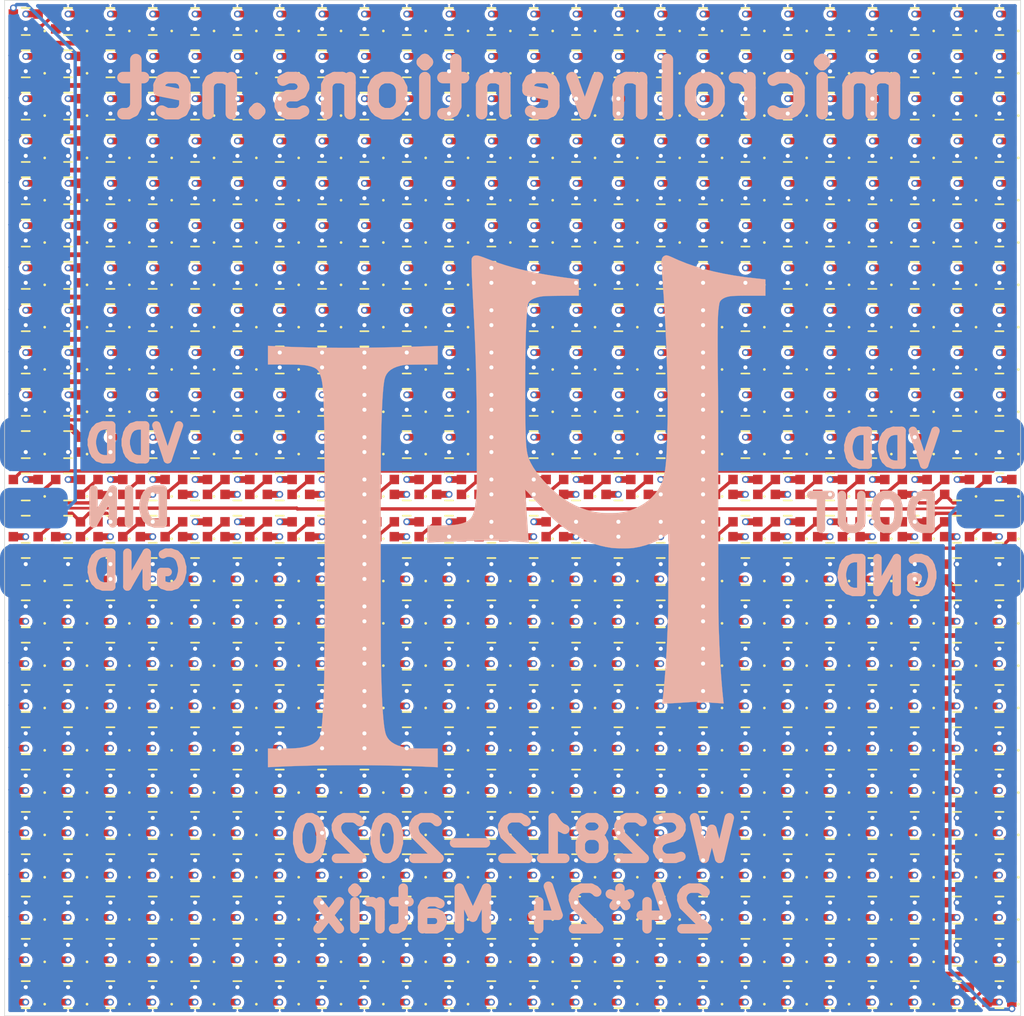
<source format=kicad_pcb>
(kicad_pcb (version 4) (generator gerbview)

  (layers 
    (0 F.Cu signal)
    (31 B.Cu signal)
    (32 B.Adhes user)
    (33 F.Adhes user)
    (34 B.Paste user)
    (35 F.Paste user)
    (36 B.SilkS user)
    (37 F.SilkS user)
    (38 B.Mask user)
    (39 F.Mask user)
    (40 Dwgs.User user)
    (41 Cmts.User user)
    (42 Eco1.User user)
    (43 Eco2.User user)
    (44 Edge.Cuts user)
  )

(gr_line (start 18.4375 93.4375) (end 93.4375 93.4375) (layer Edge.Cuts) (width 0.05))
(gr_line (start 93.4375 18.4375) (end 93.4375 93.4375) (layer Edge.Cuts) (width 0.05))
(gr_line (start 18.4375 18.4375) (end 93.4375 18.4375) (layer Edge.Cuts) (width 0.05))
(gr_line (start 18.4375 18.4375) (end 18.4375 93.4375) (layer Edge.Cuts) (width 0.05))
(gr_poly (pts  (xy 19.435 50.35) (xy 18.735 50.35) (xy 18.735 51.05)
 (xy 19.435 51.05))(layer F.Paste) (width 0) )
(gr_poly (pts  (xy 19.435 51.45) (xy 18.735 51.45) (xy 18.735 52.15)
 (xy 19.435 52.15))(layer F.Paste) (width 0) )
(gr_poly (pts  (xy 21.265 51.45) (xy 20.565 51.45) (xy 20.565 52.15)
 (xy 21.265 52.15))(layer F.Paste) (width 0) )
(gr_poly (pts  (xy 21.265 50.35) (xy 20.565 50.35) (xy 20.565 51.05)
 (xy 21.265 51.05))(layer F.Paste) (width 0) )
(gr_poly (pts  (xy 21.265 19.1) (xy 20.565 19.1) (xy 20.565 19.8)
 (xy 21.265 19.8))(layer F.Paste) (width 0) )
(gr_poly (pts  (xy 21.265 20.2) (xy 20.565 20.2) (xy 20.565 20.9)
 (xy 21.265 20.9))(layer F.Paste) (width 0) )
(gr_poly (pts  (xy 19.435 20.2) (xy 18.735 20.2) (xy 18.735 20.9)
 (xy 19.435 20.9))(layer F.Paste) (width 0) )
(gr_poly (pts  (xy 19.435 19.1) (xy 18.735 19.1) (xy 18.735 19.8)
 (xy 19.435 19.8))(layer F.Paste) (width 0) )
(gr_poly (pts  (xy 24.39 19.1) (xy 23.69 19.1) (xy 23.69 19.8)
 (xy 24.39 19.8))(layer F.Paste) (width 0) )
(gr_poly (pts  (xy 24.39 20.2) (xy 23.69 20.2) (xy 23.69 20.9)
 (xy 24.39 20.9))(layer F.Paste) (width 0) )
(gr_poly (pts  (xy 22.56 20.2) (xy 21.86 20.2) (xy 21.86 20.9)
 (xy 22.56 20.9))(layer F.Paste) (width 0) )
(gr_poly (pts  (xy 22.56 19.1) (xy 21.86 19.1) (xy 21.86 19.8)
 (xy 22.56 19.8))(layer F.Paste) (width 0) )
(gr_poly (pts  (xy 25.685 19.1) (xy 24.985 19.1) (xy 24.985 19.8)
 (xy 25.685 19.8))(layer F.Paste) (width 0) )
(gr_poly (pts  (xy 25.685 20.2) (xy 24.985 20.2) (xy 24.985 20.9)
 (xy 25.685 20.9))(layer F.Paste) (width 0) )
(gr_poly (pts  (xy 27.515 20.2) (xy 26.815 20.2) (xy 26.815 20.9)
 (xy 27.515 20.9))(layer F.Paste) (width 0) )
(gr_poly (pts  (xy 27.515 19.1) (xy 26.815 19.1) (xy 26.815 19.8)
 (xy 27.515 19.8))(layer F.Paste) (width 0) )
(gr_poly (pts  (xy 30.64 19.1) (xy 29.94 19.1) (xy 29.94 19.8)
 (xy 30.64 19.8))(layer F.Paste) (width 0) )
(gr_poly (pts  (xy 30.64 20.2) (xy 29.94 20.2) (xy 29.94 20.9)
 (xy 30.64 20.9))(layer F.Paste) (width 0) )
(gr_poly (pts  (xy 28.81 20.2) (xy 28.11 20.2) (xy 28.11 20.9)
 (xy 28.81 20.9))(layer F.Paste) (width 0) )
(gr_poly (pts  (xy 28.81 19.1) (xy 28.11 19.1) (xy 28.11 19.8)
 (xy 28.81 19.8))(layer F.Paste) (width 0) )
(gr_poly (pts  (xy 31.935 19.1) (xy 31.235 19.1) (xy 31.235 19.8)
 (xy 31.935 19.8))(layer F.Paste) (width 0) )
(gr_poly (pts  (xy 31.935 20.2) (xy 31.235 20.2) (xy 31.235 20.9)
 (xy 31.935 20.9))(layer F.Paste) (width 0) )
(gr_poly (pts  (xy 33.765 20.2) (xy 33.065 20.2) (xy 33.065 20.9)
 (xy 33.765 20.9))(layer F.Paste) (width 0) )
(gr_poly (pts  (xy 33.765 19.1) (xy 33.065 19.1) (xy 33.065 19.8)
 (xy 33.765 19.8))(layer F.Paste) (width 0) )
(gr_poly (pts  (xy 36.89 19.1) (xy 36.19 19.1) (xy 36.19 19.8)
 (xy 36.89 19.8))(layer F.Paste) (width 0) )
(gr_poly (pts  (xy 36.89 20.2) (xy 36.19 20.2) (xy 36.19 20.9)
 (xy 36.89 20.9))(layer F.Paste) (width 0) )
(gr_poly (pts  (xy 35.06 20.2) (xy 34.36 20.2) (xy 34.36 20.9)
 (xy 35.06 20.9))(layer F.Paste) (width 0) )
(gr_poly (pts  (xy 35.06 19.1) (xy 34.36 19.1) (xy 34.36 19.8)
 (xy 35.06 19.8))(layer F.Paste) (width 0) )
(gr_poly (pts  (xy 38.185 19.1) (xy 37.485 19.1) (xy 37.485 19.8)
 (xy 38.185 19.8))(layer F.Paste) (width 0) )
(gr_poly (pts  (xy 38.185 20.2) (xy 37.485 20.2) (xy 37.485 20.9)
 (xy 38.185 20.9))(layer F.Paste) (width 0) )
(gr_poly (pts  (xy 40.015 20.2) (xy 39.315 20.2) (xy 39.315 20.9)
 (xy 40.015 20.9))(layer F.Paste) (width 0) )
(gr_poly (pts  (xy 40.015 19.1) (xy 39.315 19.1) (xy 39.315 19.8)
 (xy 40.015 19.8))(layer F.Paste) (width 0) )
(gr_poly (pts  (xy 43.14 19.1) (xy 42.44 19.1) (xy 42.44 19.8)
 (xy 43.14 19.8))(layer F.Paste) (width 0) )
(gr_poly (pts  (xy 43.14 20.2) (xy 42.44 20.2) (xy 42.44 20.9)
 (xy 43.14 20.9))(layer F.Paste) (width 0) )
(gr_poly (pts  (xy 41.31 20.2) (xy 40.61 20.2) (xy 40.61 20.9)
 (xy 41.31 20.9))(layer F.Paste) (width 0) )
(gr_poly (pts  (xy 41.31 19.1) (xy 40.61 19.1) (xy 40.61 19.8)
 (xy 41.31 19.8))(layer F.Paste) (width 0) )
(gr_poly (pts  (xy 44.435 19.1) (xy 43.735 19.1) (xy 43.735 19.8)
 (xy 44.435 19.8))(layer F.Paste) (width 0) )
(gr_poly (pts  (xy 44.435 20.2) (xy 43.735 20.2) (xy 43.735 20.9)
 (xy 44.435 20.9))(layer F.Paste) (width 0) )
(gr_poly (pts  (xy 46.265 20.2) (xy 45.565 20.2) (xy 45.565 20.9)
 (xy 46.265 20.9))(layer F.Paste) (width 0) )
(gr_poly (pts  (xy 46.265 19.1) (xy 45.565 19.1) (xy 45.565 19.8)
 (xy 46.265 19.8))(layer F.Paste) (width 0) )
(gr_poly (pts  (xy 47.56 19.1) (xy 46.86 19.1) (xy 46.86 19.8)
 (xy 47.56 19.8))(layer F.Paste) (width 0) )
(gr_poly (pts  (xy 47.56 20.2) (xy 46.86 20.2) (xy 46.86 20.9)
 (xy 47.56 20.9))(layer F.Paste) (width 0) )
(gr_poly (pts  (xy 49.39 20.2) (xy 48.69 20.2) (xy 48.69 20.9)
 (xy 49.39 20.9))(layer F.Paste) (width 0) )
(gr_poly (pts  (xy 49.39 19.1) (xy 48.69 19.1) (xy 48.69 19.8)
 (xy 49.39 19.8))(layer F.Paste) (width 0) )
(gr_poly (pts  (xy 50.685 19.1) (xy 49.985 19.1) (xy 49.985 19.8)
 (xy 50.685 19.8))(layer F.Paste) (width 0) )
(gr_poly (pts  (xy 50.685 20.2) (xy 49.985 20.2) (xy 49.985 20.9)
 (xy 50.685 20.9))(layer F.Paste) (width 0) )
(gr_poly (pts  (xy 52.515 20.2) (xy 51.815 20.2) (xy 51.815 20.9)
 (xy 52.515 20.9))(layer F.Paste) (width 0) )
(gr_poly (pts  (xy 52.515 19.1) (xy 51.815 19.1) (xy 51.815 19.8)
 (xy 52.515 19.8))(layer F.Paste) (width 0) )
(gr_poly (pts  (xy 55.64 19.1) (xy 54.94 19.1) (xy 54.94 19.8)
 (xy 55.64 19.8))(layer F.Paste) (width 0) )
(gr_poly (pts  (xy 55.64 20.2) (xy 54.94 20.2) (xy 54.94 20.9)
 (xy 55.64 20.9))(layer F.Paste) (width 0) )
(gr_poly (pts  (xy 53.81 20.2) (xy 53.11 20.2) (xy 53.11 20.9)
 (xy 53.81 20.9))(layer F.Paste) (width 0) )
(gr_poly (pts  (xy 53.81 19.1) (xy 53.11 19.1) (xy 53.11 19.8)
 (xy 53.81 19.8))(layer F.Paste) (width 0) )
(gr_poly (pts  (xy 56.935 19.1) (xy 56.235 19.1) (xy 56.235 19.8)
 (xy 56.935 19.8))(layer F.Paste) (width 0) )
(gr_poly (pts  (xy 56.935 20.2) (xy 56.235 20.2) (xy 56.235 20.9)
 (xy 56.935 20.9))(layer F.Paste) (width 0) )
(gr_poly (pts  (xy 58.765 20.2) (xy 58.065 20.2) (xy 58.065 20.9)
 (xy 58.765 20.9))(layer F.Paste) (width 0) )
(gr_poly (pts  (xy 58.765 19.1) (xy 58.065 19.1) (xy 58.065 19.8)
 (xy 58.765 19.8))(layer F.Paste) (width 0) )
(gr_poly (pts  (xy 61.89 19.1) (xy 61.19 19.1) (xy 61.19 19.8)
 (xy 61.89 19.8))(layer F.Paste) (width 0) )
(gr_poly (pts  (xy 61.89 20.2) (xy 61.19 20.2) (xy 61.19 20.9)
 (xy 61.89 20.9))(layer F.Paste) (width 0) )
(gr_poly (pts  (xy 60.06 20.2) (xy 59.36 20.2) (xy 59.36 20.9)
 (xy 60.06 20.9))(layer F.Paste) (width 0) )
(gr_poly (pts  (xy 60.06 19.1) (xy 59.36 19.1) (xy 59.36 19.8)
 (xy 60.06 19.8))(layer F.Paste) (width 0) )
(gr_poly (pts  (xy 63.185 19.1) (xy 62.485 19.1) (xy 62.485 19.8)
 (xy 63.185 19.8))(layer F.Paste) (width 0) )
(gr_poly (pts  (xy 63.185 20.2) (xy 62.485 20.2) (xy 62.485 20.9)
 (xy 63.185 20.9))(layer F.Paste) (width 0) )
(gr_poly (pts  (xy 65.015 20.2) (xy 64.315 20.2) (xy 64.315 20.9)
 (xy 65.015 20.9))(layer F.Paste) (width 0) )
(gr_poly (pts  (xy 65.015 19.1) (xy 64.315 19.1) (xy 64.315 19.8)
 (xy 65.015 19.8))(layer F.Paste) (width 0) )
(gr_poly (pts  (xy 68.14 19.1) (xy 67.44 19.1) (xy 67.44 19.8)
 (xy 68.14 19.8))(layer F.Paste) (width 0) )
(gr_poly (pts  (xy 68.14 20.2) (xy 67.44 20.2) (xy 67.44 20.9)
 (xy 68.14 20.9))(layer F.Paste) (width 0) )
(gr_poly (pts  (xy 66.31 20.2) (xy 65.61 20.2) (xy 65.61 20.9)
 (xy 66.31 20.9))(layer F.Paste) (width 0) )
(gr_poly (pts  (xy 66.31 19.1) (xy 65.61 19.1) (xy 65.61 19.8)
 (xy 66.31 19.8))(layer F.Paste) (width 0) )
(gr_poly (pts  (xy 69.435 19.1) (xy 68.735 19.1) (xy 68.735 19.8)
 (xy 69.435 19.8))(layer F.Paste) (width 0) )
(gr_poly (pts  (xy 69.435 20.2) (xy 68.735 20.2) (xy 68.735 20.9)
 (xy 69.435 20.9))(layer F.Paste) (width 0) )
(gr_poly (pts  (xy 71.265 20.2) (xy 70.565 20.2) (xy 70.565 20.9)
 (xy 71.265 20.9))(layer F.Paste) (width 0) )
(gr_poly (pts  (xy 71.265 19.1) (xy 70.565 19.1) (xy 70.565 19.8)
 (xy 71.265 19.8))(layer F.Paste) (width 0) )
(gr_poly (pts  (xy 74.39 19.1) (xy 73.69 19.1) (xy 73.69 19.8)
 (xy 74.39 19.8))(layer F.Paste) (width 0) )
(gr_poly (pts  (xy 74.39 20.2) (xy 73.69 20.2) (xy 73.69 20.9)
 (xy 74.39 20.9))(layer F.Paste) (width 0) )
(gr_poly (pts  (xy 72.56 20.2) (xy 71.86 20.2) (xy 71.86 20.9)
 (xy 72.56 20.9))(layer F.Paste) (width 0) )
(gr_poly (pts  (xy 72.56 19.1) (xy 71.86 19.1) (xy 71.86 19.8)
 (xy 72.56 19.8))(layer F.Paste) (width 0) )
(gr_poly (pts  (xy 77.515 19.1) (xy 76.815 19.1) (xy 76.815 19.8)
 (xy 77.515 19.8))(layer F.Paste) (width 0) )
(gr_poly (pts  (xy 77.515 20.2) (xy 76.815 20.2) (xy 76.815 20.9)
 (xy 77.515 20.9))(layer F.Paste) (width 0) )
(gr_poly (pts  (xy 75.685 20.2) (xy 74.985 20.2) (xy 74.985 20.9)
 (xy 75.685 20.9))(layer F.Paste) (width 0) )
(gr_poly (pts  (xy 75.685 19.1) (xy 74.985 19.1) (xy 74.985 19.8)
 (xy 75.685 19.8))(layer F.Paste) (width 0) )
(gr_poly (pts  (xy 80.64 19.1) (xy 79.94 19.1) (xy 79.94 19.8)
 (xy 80.64 19.8))(layer F.Paste) (width 0) )
(gr_poly (pts  (xy 80.64 20.2) (xy 79.94 20.2) (xy 79.94 20.9)
 (xy 80.64 20.9))(layer F.Paste) (width 0) )
(gr_poly (pts  (xy 78.81 20.2) (xy 78.11 20.2) (xy 78.11 20.9)
 (xy 78.81 20.9))(layer F.Paste) (width 0) )
(gr_poly (pts  (xy 78.81 19.1) (xy 78.11 19.1) (xy 78.11 19.8)
 (xy 78.81 19.8))(layer F.Paste) (width 0) )
(gr_poly (pts  (xy 81.935 19.1) (xy 81.235 19.1) (xy 81.235 19.8)
 (xy 81.935 19.8))(layer F.Paste) (width 0) )
(gr_poly (pts  (xy 81.935 20.2) (xy 81.235 20.2) (xy 81.235 20.9)
 (xy 81.935 20.9))(layer F.Paste) (width 0) )
(gr_poly (pts  (xy 83.765 20.2) (xy 83.065 20.2) (xy 83.065 20.9)
 (xy 83.765 20.9))(layer F.Paste) (width 0) )
(gr_poly (pts  (xy 83.765 19.1) (xy 83.065 19.1) (xy 83.065 19.8)
 (xy 83.765 19.8))(layer F.Paste) (width 0) )
(gr_poly (pts  (xy 86.89 19.1) (xy 86.19 19.1) (xy 86.19 19.8)
 (xy 86.89 19.8))(layer F.Paste) (width 0) )
(gr_poly (pts  (xy 86.89 20.2) (xy 86.19 20.2) (xy 86.19 20.9)
 (xy 86.89 20.9))(layer F.Paste) (width 0) )
(gr_poly (pts  (xy 85.06 20.2) (xy 84.36 20.2) (xy 84.36 20.9)
 (xy 85.06 20.9))(layer F.Paste) (width 0) )
(gr_poly (pts  (xy 85.06 19.1) (xy 84.36 19.1) (xy 84.36 19.8)
 (xy 85.06 19.8))(layer F.Paste) (width 0) )
(gr_poly (pts  (xy 88.185 19.1) (xy 87.485 19.1) (xy 87.485 19.8)
 (xy 88.185 19.8))(layer F.Paste) (width 0) )
(gr_poly (pts  (xy 88.185 20.2) (xy 87.485 20.2) (xy 87.485 20.9)
 (xy 88.185 20.9))(layer F.Paste) (width 0) )
(gr_poly (pts  (xy 90.015 20.2) (xy 89.315 20.2) (xy 89.315 20.9)
 (xy 90.015 20.9))(layer F.Paste) (width 0) )
(gr_poly (pts  (xy 90.015 19.1) (xy 89.315 19.1) (xy 89.315 19.8)
 (xy 90.015 19.8))(layer F.Paste) (width 0) )
(gr_poly (pts  (xy 93.14 19.1) (xy 92.44 19.1) (xy 92.44 19.8)
 (xy 93.14 19.8))(layer F.Paste) (width 0) )
(gr_poly (pts  (xy 93.14 20.2) (xy 92.44 20.2) (xy 92.44 20.9)
 (xy 93.14 20.9))(layer F.Paste) (width 0) )
(gr_poly (pts  (xy 91.31 20.2) (xy 90.61 20.2) (xy 90.61 20.9)
 (xy 91.31 20.9))(layer F.Paste) (width 0) )
(gr_poly (pts  (xy 91.31 19.1) (xy 90.61 19.1) (xy 90.61 19.8)
 (xy 91.31 19.8))(layer F.Paste) (width 0) )
(gr_poly (pts  (xy 19.435 22.225) (xy 18.735 22.225) (xy 18.735 22.925)
 (xy 19.435 22.925))(layer F.Paste) (width 0) )
(gr_poly (pts  (xy 19.435 23.325) (xy 18.735 23.325) (xy 18.735 24.025)
 (xy 19.435 24.025))(layer F.Paste) (width 0) )
(gr_poly (pts  (xy 21.265 23.325) (xy 20.565 23.325) (xy 20.565 24.025)
 (xy 21.265 24.025))(layer F.Paste) (width 0) )
(gr_poly (pts  (xy 21.265 22.225) (xy 20.565 22.225) (xy 20.565 22.925)
 (xy 21.265 22.925))(layer F.Paste) (width 0) )
(gr_poly (pts  (xy 24.39 22.225) (xy 23.69 22.225) (xy 23.69 22.925)
 (xy 24.39 22.925))(layer F.Paste) (width 0) )
(gr_poly (pts  (xy 24.39 23.325) (xy 23.69 23.325) (xy 23.69 24.025)
 (xy 24.39 24.025))(layer F.Paste) (width 0) )
(gr_poly (pts  (xy 22.56 23.325) (xy 21.86 23.325) (xy 21.86 24.025)
 (xy 22.56 24.025))(layer F.Paste) (width 0) )
(gr_poly (pts  (xy 22.56 22.225) (xy 21.86 22.225) (xy 21.86 22.925)
 (xy 22.56 22.925))(layer F.Paste) (width 0) )
(gr_poly (pts  (xy 25.685 22.225) (xy 24.985 22.225) (xy 24.985 22.925)
 (xy 25.685 22.925))(layer F.Paste) (width 0) )
(gr_poly (pts  (xy 25.685 23.325) (xy 24.985 23.325) (xy 24.985 24.025)
 (xy 25.685 24.025))(layer F.Paste) (width 0) )
(gr_poly (pts  (xy 27.515 23.325) (xy 26.815 23.325) (xy 26.815 24.025)
 (xy 27.515 24.025))(layer F.Paste) (width 0) )
(gr_poly (pts  (xy 27.515 22.225) (xy 26.815 22.225) (xy 26.815 22.925)
 (xy 27.515 22.925))(layer F.Paste) (width 0) )
(gr_poly (pts  (xy 28.81 22.225) (xy 28.11 22.225) (xy 28.11 22.925)
 (xy 28.81 22.925))(layer F.Paste) (width 0) )
(gr_poly (pts  (xy 28.81 23.325) (xy 28.11 23.325) (xy 28.11 24.025)
 (xy 28.81 24.025))(layer F.Paste) (width 0) )
(gr_poly (pts  (xy 30.64 23.325) (xy 29.94 23.325) (xy 29.94 24.025)
 (xy 30.64 24.025))(layer F.Paste) (width 0) )
(gr_poly (pts  (xy 30.64 22.225) (xy 29.94 22.225) (xy 29.94 22.925)
 (xy 30.64 22.925))(layer F.Paste) (width 0) )
(gr_poly (pts  (xy 31.935 22.225) (xy 31.235 22.225) (xy 31.235 22.925)
 (xy 31.935 22.925))(layer F.Paste) (width 0) )
(gr_poly (pts  (xy 31.935 23.325) (xy 31.235 23.325) (xy 31.235 24.025)
 (xy 31.935 24.025))(layer F.Paste) (width 0) )
(gr_poly (pts  (xy 33.765 23.325) (xy 33.065 23.325) (xy 33.065 24.025)
 (xy 33.765 24.025))(layer F.Paste) (width 0) )
(gr_poly (pts  (xy 33.765 22.225) (xy 33.065 22.225) (xy 33.065 22.925)
 (xy 33.765 22.925))(layer F.Paste) (width 0) )
(gr_poly (pts  (xy 36.89 22.225) (xy 36.19 22.225) (xy 36.19 22.925)
 (xy 36.89 22.925))(layer F.Paste) (width 0) )
(gr_poly (pts  (xy 36.89 23.325) (xy 36.19 23.325) (xy 36.19 24.025)
 (xy 36.89 24.025))(layer F.Paste) (width 0) )
(gr_poly (pts  (xy 35.06 23.325) (xy 34.36 23.325) (xy 34.36 24.025)
 (xy 35.06 24.025))(layer F.Paste) (width 0) )
(gr_poly (pts  (xy 35.06 22.225) (xy 34.36 22.225) (xy 34.36 22.925)
 (xy 35.06 22.925))(layer F.Paste) (width 0) )
(gr_poly (pts  (xy 38.185 22.225) (xy 37.485 22.225) (xy 37.485 22.925)
 (xy 38.185 22.925))(layer F.Paste) (width 0) )
(gr_poly (pts  (xy 38.185 23.325) (xy 37.485 23.325) (xy 37.485 24.025)
 (xy 38.185 24.025))(layer F.Paste) (width 0) )
(gr_poly (pts  (xy 40.015 23.325) (xy 39.315 23.325) (xy 39.315 24.025)
 (xy 40.015 24.025))(layer F.Paste) (width 0) )
(gr_poly (pts  (xy 40.015 22.225) (xy 39.315 22.225) (xy 39.315 22.925)
 (xy 40.015 22.925))(layer F.Paste) (width 0) )
(gr_poly (pts  (xy 43.14 22.225) (xy 42.44 22.225) (xy 42.44 22.925)
 (xy 43.14 22.925))(layer F.Paste) (width 0) )
(gr_poly (pts  (xy 43.14 23.325) (xy 42.44 23.325) (xy 42.44 24.025)
 (xy 43.14 24.025))(layer F.Paste) (width 0) )
(gr_poly (pts  (xy 41.31 23.325) (xy 40.61 23.325) (xy 40.61 24.025)
 (xy 41.31 24.025))(layer F.Paste) (width 0) )
(gr_poly (pts  (xy 41.31 22.225) (xy 40.61 22.225) (xy 40.61 22.925)
 (xy 41.31 22.925))(layer F.Paste) (width 0) )
(gr_poly (pts  (xy 44.435 22.225) (xy 43.735 22.225) (xy 43.735 22.925)
 (xy 44.435 22.925))(layer F.Paste) (width 0) )
(gr_poly (pts  (xy 44.435 23.325) (xy 43.735 23.325) (xy 43.735 24.025)
 (xy 44.435 24.025))(layer F.Paste) (width 0) )
(gr_poly (pts  (xy 46.265 23.325) (xy 45.565 23.325) (xy 45.565 24.025)
 (xy 46.265 24.025))(layer F.Paste) (width 0) )
(gr_poly (pts  (xy 46.265 22.225) (xy 45.565 22.225) (xy 45.565 22.925)
 (xy 46.265 22.925))(layer F.Paste) (width 0) )
(gr_poly (pts  (xy 49.39 22.225) (xy 48.69 22.225) (xy 48.69 22.925)
 (xy 49.39 22.925))(layer F.Paste) (width 0) )
(gr_poly (pts  (xy 49.39 23.325) (xy 48.69 23.325) (xy 48.69 24.025)
 (xy 49.39 24.025))(layer F.Paste) (width 0) )
(gr_poly (pts  (xy 47.56 23.325) (xy 46.86 23.325) (xy 46.86 24.025)
 (xy 47.56 24.025))(layer F.Paste) (width 0) )
(gr_poly (pts  (xy 47.56 22.225) (xy 46.86 22.225) (xy 46.86 22.925)
 (xy 47.56 22.925))(layer F.Paste) (width 0) )
(gr_poly (pts  (xy 50.685 22.225) (xy 49.985 22.225) (xy 49.985 22.925)
 (xy 50.685 22.925))(layer F.Paste) (width 0) )
(gr_poly (pts  (xy 50.685 23.325) (xy 49.985 23.325) (xy 49.985 24.025)
 (xy 50.685 24.025))(layer F.Paste) (width 0) )
(gr_poly (pts  (xy 52.515 23.325) (xy 51.815 23.325) (xy 51.815 24.025)
 (xy 52.515 24.025))(layer F.Paste) (width 0) )
(gr_poly (pts  (xy 52.515 22.225) (xy 51.815 22.225) (xy 51.815 22.925)
 (xy 52.515 22.925))(layer F.Paste) (width 0) )
(gr_poly (pts  (xy 55.64 22.225) (xy 54.94 22.225) (xy 54.94 22.925)
 (xy 55.64 22.925))(layer F.Paste) (width 0) )
(gr_poly (pts  (xy 55.64 23.325) (xy 54.94 23.325) (xy 54.94 24.025)
 (xy 55.64 24.025))(layer F.Paste) (width 0) )
(gr_poly (pts  (xy 53.81 23.325) (xy 53.11 23.325) (xy 53.11 24.025)
 (xy 53.81 24.025))(layer F.Paste) (width 0) )
(gr_poly (pts  (xy 53.81 22.225) (xy 53.11 22.225) (xy 53.11 22.925)
 (xy 53.81 22.925))(layer F.Paste) (width 0) )
(gr_poly (pts  (xy 58.765 22.225) (xy 58.065 22.225) (xy 58.065 22.925)
 (xy 58.765 22.925))(layer F.Paste) (width 0) )
(gr_poly (pts  (xy 58.765 23.325) (xy 58.065 23.325) (xy 58.065 24.025)
 (xy 58.765 24.025))(layer F.Paste) (width 0) )
(gr_poly (pts  (xy 56.935 23.325) (xy 56.235 23.325) (xy 56.235 24.025)
 (xy 56.935 24.025))(layer F.Paste) (width 0) )
(gr_poly (pts  (xy 56.935 22.225) (xy 56.235 22.225) (xy 56.235 22.925)
 (xy 56.935 22.925))(layer F.Paste) (width 0) )
(gr_poly (pts  (xy 61.89 22.225) (xy 61.19 22.225) (xy 61.19 22.925)
 (xy 61.89 22.925))(layer F.Paste) (width 0) )
(gr_poly (pts  (xy 61.89 23.325) (xy 61.19 23.325) (xy 61.19 24.025)
 (xy 61.89 24.025))(layer F.Paste) (width 0) )
(gr_poly (pts  (xy 60.06 23.325) (xy 59.36 23.325) (xy 59.36 24.025)
 (xy 60.06 24.025))(layer F.Paste) (width 0) )
(gr_poly (pts  (xy 60.06 22.225) (xy 59.36 22.225) (xy 59.36 22.925)
 (xy 60.06 22.925))(layer F.Paste) (width 0) )
(gr_poly (pts  (xy 63.185 22.225) (xy 62.485 22.225) (xy 62.485 22.925)
 (xy 63.185 22.925))(layer F.Paste) (width 0) )
(gr_poly (pts  (xy 63.185 23.325) (xy 62.485 23.325) (xy 62.485 24.025)
 (xy 63.185 24.025))(layer F.Paste) (width 0) )
(gr_poly (pts  (xy 65.015 23.325) (xy 64.315 23.325) (xy 64.315 24.025)
 (xy 65.015 24.025))(layer F.Paste) (width 0) )
(gr_poly (pts  (xy 65.015 22.225) (xy 64.315 22.225) (xy 64.315 22.925)
 (xy 65.015 22.925))(layer F.Paste) (width 0) )
(gr_poly (pts  (xy 68.14 22.225) (xy 67.44 22.225) (xy 67.44 22.925)
 (xy 68.14 22.925))(layer F.Paste) (width 0) )
(gr_poly (pts  (xy 68.14 23.325) (xy 67.44 23.325) (xy 67.44 24.025)
 (xy 68.14 24.025))(layer F.Paste) (width 0) )
(gr_poly (pts  (xy 66.31 23.325) (xy 65.61 23.325) (xy 65.61 24.025)
 (xy 66.31 24.025))(layer F.Paste) (width 0) )
(gr_poly (pts  (xy 66.31 22.225) (xy 65.61 22.225) (xy 65.61 22.925)
 (xy 66.31 22.925))(layer F.Paste) (width 0) )
(gr_poly (pts  (xy 69.435 22.225) (xy 68.735 22.225) (xy 68.735 22.925)
 (xy 69.435 22.925))(layer F.Paste) (width 0) )
(gr_poly (pts  (xy 69.435 23.325) (xy 68.735 23.325) (xy 68.735 24.025)
 (xy 69.435 24.025))(layer F.Paste) (width 0) )
(gr_poly (pts  (xy 71.265 23.325) (xy 70.565 23.325) (xy 70.565 24.025)
 (xy 71.265 24.025))(layer F.Paste) (width 0) )
(gr_poly (pts  (xy 71.265 22.225) (xy 70.565 22.225) (xy 70.565 22.925)
 (xy 71.265 22.925))(layer F.Paste) (width 0) )
(gr_poly (pts  (xy 74.39 22.225) (xy 73.69 22.225) (xy 73.69 22.925)
 (xy 74.39 22.925))(layer F.Paste) (width 0) )
(gr_poly (pts  (xy 74.39 23.325) (xy 73.69 23.325) (xy 73.69 24.025)
 (xy 74.39 24.025))(layer F.Paste) (width 0) )
(gr_poly (pts  (xy 72.56 23.325) (xy 71.86 23.325) (xy 71.86 24.025)
 (xy 72.56 24.025))(layer F.Paste) (width 0) )
(gr_poly (pts  (xy 72.56 22.225) (xy 71.86 22.225) (xy 71.86 22.925)
 (xy 72.56 22.925))(layer F.Paste) (width 0) )
(gr_poly (pts  (xy 75.685 22.225) (xy 74.985 22.225) (xy 74.985 22.925)
 (xy 75.685 22.925))(layer F.Paste) (width 0) )
(gr_poly (pts  (xy 75.685 23.325) (xy 74.985 23.325) (xy 74.985 24.025)
 (xy 75.685 24.025))(layer F.Paste) (width 0) )
(gr_poly (pts  (xy 77.515 23.325) (xy 76.815 23.325) (xy 76.815 24.025)
 (xy 77.515 24.025))(layer F.Paste) (width 0) )
(gr_poly (pts  (xy 77.515 22.225) (xy 76.815 22.225) (xy 76.815 22.925)
 (xy 77.515 22.925))(layer F.Paste) (width 0) )
(gr_poly (pts  (xy 80.64 22.225) (xy 79.94 22.225) (xy 79.94 22.925)
 (xy 80.64 22.925))(layer F.Paste) (width 0) )
(gr_poly (pts  (xy 80.64 23.325) (xy 79.94 23.325) (xy 79.94 24.025)
 (xy 80.64 24.025))(layer F.Paste) (width 0) )
(gr_poly (pts  (xy 78.81 23.325) (xy 78.11 23.325) (xy 78.11 24.025)
 (xy 78.81 24.025))(layer F.Paste) (width 0) )
(gr_poly (pts  (xy 78.81 22.225) (xy 78.11 22.225) (xy 78.11 22.925)
 (xy 78.81 22.925))(layer F.Paste) (width 0) )
(gr_poly (pts  (xy 81.935 22.225) (xy 81.235 22.225) (xy 81.235 22.925)
 (xy 81.935 22.925))(layer F.Paste) (width 0) )
(gr_poly (pts  (xy 81.935 23.325) (xy 81.235 23.325) (xy 81.235 24.025)
 (xy 81.935 24.025))(layer F.Paste) (width 0) )
(gr_poly (pts  (xy 83.765 23.325) (xy 83.065 23.325) (xy 83.065 24.025)
 (xy 83.765 24.025))(layer F.Paste) (width 0) )
(gr_poly (pts  (xy 83.765 22.225) (xy 83.065 22.225) (xy 83.065 22.925)
 (xy 83.765 22.925))(layer F.Paste) (width 0) )
(gr_poly (pts  (xy 85.06 22.225) (xy 84.36 22.225) (xy 84.36 22.925)
 (xy 85.06 22.925))(layer F.Paste) (width 0) )
(gr_poly (pts  (xy 85.06 23.325) (xy 84.36 23.325) (xy 84.36 24.025)
 (xy 85.06 24.025))(layer F.Paste) (width 0) )
(gr_poly (pts  (xy 86.89 23.325) (xy 86.19 23.325) (xy 86.19 24.025)
 (xy 86.89 24.025))(layer F.Paste) (width 0) )
(gr_poly (pts  (xy 86.89 22.225) (xy 86.19 22.225) (xy 86.19 22.925)
 (xy 86.89 22.925))(layer F.Paste) (width 0) )
(gr_poly (pts  (xy 88.185 22.225) (xy 87.485 22.225) (xy 87.485 22.925)
 (xy 88.185 22.925))(layer F.Paste) (width 0) )
(gr_poly (pts  (xy 88.185 23.325) (xy 87.485 23.325) (xy 87.485 24.025)
 (xy 88.185 24.025))(layer F.Paste) (width 0) )
(gr_poly (pts  (xy 90.015 23.325) (xy 89.315 23.325) (xy 89.315 24.025)
 (xy 90.015 24.025))(layer F.Paste) (width 0) )
(gr_poly (pts  (xy 90.015 22.225) (xy 89.315 22.225) (xy 89.315 22.925)
 (xy 90.015 22.925))(layer F.Paste) (width 0) )
(gr_poly (pts  (xy 93.14 22.225) (xy 92.44 22.225) (xy 92.44 22.925)
 (xy 93.14 22.925))(layer F.Paste) (width 0) )
(gr_poly (pts  (xy 93.14 23.325) (xy 92.44 23.325) (xy 92.44 24.025)
 (xy 93.14 24.025))(layer F.Paste) (width 0) )
(gr_poly (pts  (xy 91.31 23.325) (xy 90.61 23.325) (xy 90.61 24.025)
 (xy 91.31 24.025))(layer F.Paste) (width 0) )
(gr_poly (pts  (xy 91.31 22.225) (xy 90.61 22.225) (xy 90.61 22.925)
 (xy 91.31 22.925))(layer F.Paste) (width 0) )
(gr_poly (pts  (xy 19.435 25.35) (xy 18.735 25.35) (xy 18.735 26.05)
 (xy 19.435 26.05))(layer F.Paste) (width 0) )
(gr_poly (pts  (xy 19.435 26.45) (xy 18.735 26.45) (xy 18.735 27.15)
 (xy 19.435 27.15))(layer F.Paste) (width 0) )
(gr_poly (pts  (xy 21.265 26.45) (xy 20.565 26.45) (xy 20.565 27.15)
 (xy 21.265 27.15))(layer F.Paste) (width 0) )
(gr_poly (pts  (xy 21.265 25.35) (xy 20.565 25.35) (xy 20.565 26.05)
 (xy 21.265 26.05))(layer F.Paste) (width 0) )
(gr_poly (pts  (xy 24.39 25.35) (xy 23.69 25.35) (xy 23.69 26.05)
 (xy 24.39 26.05))(layer F.Paste) (width 0) )
(gr_poly (pts  (xy 24.39 26.45) (xy 23.69 26.45) (xy 23.69 27.15)
 (xy 24.39 27.15))(layer F.Paste) (width 0) )
(gr_poly (pts  (xy 22.56 26.45) (xy 21.86 26.45) (xy 21.86 27.15)
 (xy 22.56 27.15))(layer F.Paste) (width 0) )
(gr_poly (pts  (xy 22.56 25.35) (xy 21.86 25.35) (xy 21.86 26.05)
 (xy 22.56 26.05))(layer F.Paste) (width 0) )
(gr_poly (pts  (xy 25.685 25.35) (xy 24.985 25.35) (xy 24.985 26.05)
 (xy 25.685 26.05))(layer F.Paste) (width 0) )
(gr_poly (pts  (xy 25.685 26.45) (xy 24.985 26.45) (xy 24.985 27.15)
 (xy 25.685 27.15))(layer F.Paste) (width 0) )
(gr_poly (pts  (xy 27.515 26.45) (xy 26.815 26.45) (xy 26.815 27.15)
 (xy 27.515 27.15))(layer F.Paste) (width 0) )
(gr_poly (pts  (xy 27.515 25.35) (xy 26.815 25.35) (xy 26.815 26.05)
 (xy 27.515 26.05))(layer F.Paste) (width 0) )
(gr_poly (pts  (xy 30.64 25.35) (xy 29.94 25.35) (xy 29.94 26.05)
 (xy 30.64 26.05))(layer F.Paste) (width 0) )
(gr_poly (pts  (xy 30.64 26.45) (xy 29.94 26.45) (xy 29.94 27.15)
 (xy 30.64 27.15))(layer F.Paste) (width 0) )
(gr_poly (pts  (xy 28.81 26.45) (xy 28.11 26.45) (xy 28.11 27.15)
 (xy 28.81 27.15))(layer F.Paste) (width 0) )
(gr_poly (pts  (xy 28.81 25.35) (xy 28.11 25.35) (xy 28.11 26.05)
 (xy 28.81 26.05))(layer F.Paste) (width 0) )
(gr_poly (pts  (xy 31.935 25.35) (xy 31.235 25.35) (xy 31.235 26.05)
 (xy 31.935 26.05))(layer F.Paste) (width 0) )
(gr_poly (pts  (xy 31.935 26.45) (xy 31.235 26.45) (xy 31.235 27.15)
 (xy 31.935 27.15))(layer F.Paste) (width 0) )
(gr_poly (pts  (xy 33.765 26.45) (xy 33.065 26.45) (xy 33.065 27.15)
 (xy 33.765 27.15))(layer F.Paste) (width 0) )
(gr_poly (pts  (xy 33.765 25.35) (xy 33.065 25.35) (xy 33.065 26.05)
 (xy 33.765 26.05))(layer F.Paste) (width 0) )
(gr_poly (pts  (xy 36.89 25.35) (xy 36.19 25.35) (xy 36.19 26.05)
 (xy 36.89 26.05))(layer F.Paste) (width 0) )
(gr_poly (pts  (xy 36.89 26.45) (xy 36.19 26.45) (xy 36.19 27.15)
 (xy 36.89 27.15))(layer F.Paste) (width 0) )
(gr_poly (pts  (xy 35.06 26.45) (xy 34.36 26.45) (xy 34.36 27.15)
 (xy 35.06 27.15))(layer F.Paste) (width 0) )
(gr_poly (pts  (xy 35.06 25.35) (xy 34.36 25.35) (xy 34.36 26.05)
 (xy 35.06 26.05))(layer F.Paste) (width 0) )
(gr_poly (pts  (xy 40.015 25.35) (xy 39.315 25.35) (xy 39.315 26.05)
 (xy 40.015 26.05))(layer F.Paste) (width 0) )
(gr_poly (pts  (xy 40.015 26.45) (xy 39.315 26.45) (xy 39.315 27.15)
 (xy 40.015 27.15))(layer F.Paste) (width 0) )
(gr_poly (pts  (xy 38.185 26.45) (xy 37.485 26.45) (xy 37.485 27.15)
 (xy 38.185 27.15))(layer F.Paste) (width 0) )
(gr_poly (pts  (xy 38.185 25.35) (xy 37.485 25.35) (xy 37.485 26.05)
 (xy 38.185 26.05))(layer F.Paste) (width 0) )
(gr_poly (pts  (xy 43.14 25.35) (xy 42.44 25.35) (xy 42.44 26.05)
 (xy 43.14 26.05))(layer F.Paste) (width 0) )
(gr_poly (pts  (xy 43.14 26.45) (xy 42.44 26.45) (xy 42.44 27.15)
 (xy 43.14 27.15))(layer F.Paste) (width 0) )
(gr_poly (pts  (xy 41.31 26.45) (xy 40.61 26.45) (xy 40.61 27.15)
 (xy 41.31 27.15))(layer F.Paste) (width 0) )
(gr_poly (pts  (xy 41.31 25.35) (xy 40.61 25.35) (xy 40.61 26.05)
 (xy 41.31 26.05))(layer F.Paste) (width 0) )
(gr_poly (pts  (xy 44.435 25.35) (xy 43.735 25.35) (xy 43.735 26.05)
 (xy 44.435 26.05))(layer F.Paste) (width 0) )
(gr_poly (pts  (xy 44.435 26.45) (xy 43.735 26.45) (xy 43.735 27.15)
 (xy 44.435 27.15))(layer F.Paste) (width 0) )
(gr_poly (pts  (xy 46.265 26.45) (xy 45.565 26.45) (xy 45.565 27.15)
 (xy 46.265 27.15))(layer F.Paste) (width 0) )
(gr_poly (pts  (xy 46.265 25.35) (xy 45.565 25.35) (xy 45.565 26.05)
 (xy 46.265 26.05))(layer F.Paste) (width 0) )
(gr_poly (pts  (xy 49.39 25.35) (xy 48.69 25.35) (xy 48.69 26.05)
 (xy 49.39 26.05))(layer F.Paste) (width 0) )
(gr_poly (pts  (xy 49.39 26.45) (xy 48.69 26.45) (xy 48.69 27.15)
 (xy 49.39 27.15))(layer F.Paste) (width 0) )
(gr_poly (pts  (xy 47.56 26.45) (xy 46.86 26.45) (xy 46.86 27.15)
 (xy 47.56 27.15))(layer F.Paste) (width 0) )
(gr_poly (pts  (xy 47.56 25.35) (xy 46.86 25.35) (xy 46.86 26.05)
 (xy 47.56 26.05))(layer F.Paste) (width 0) )
(gr_poly (pts  (xy 50.685 25.35) (xy 49.985 25.35) (xy 49.985 26.05)
 (xy 50.685 26.05))(layer F.Paste) (width 0) )
(gr_poly (pts  (xy 50.685 26.45) (xy 49.985 26.45) (xy 49.985 27.15)
 (xy 50.685 27.15))(layer F.Paste) (width 0) )
(gr_poly (pts  (xy 52.515 26.45) (xy 51.815 26.45) (xy 51.815 27.15)
 (xy 52.515 27.15))(layer F.Paste) (width 0) )
(gr_poly (pts  (xy 52.515 25.35) (xy 51.815 25.35) (xy 51.815 26.05)
 (xy 52.515 26.05))(layer F.Paste) (width 0) )
(gr_poly (pts  (xy 55.64 25.35) (xy 54.94 25.35) (xy 54.94 26.05)
 (xy 55.64 26.05))(layer F.Paste) (width 0) )
(gr_poly (pts  (xy 55.64 26.45) (xy 54.94 26.45) (xy 54.94 27.15)
 (xy 55.64 27.15))(layer F.Paste) (width 0) )
(gr_poly (pts  (xy 53.81 26.45) (xy 53.11 26.45) (xy 53.11 27.15)
 (xy 53.81 27.15))(layer F.Paste) (width 0) )
(gr_poly (pts  (xy 53.81 25.35) (xy 53.11 25.35) (xy 53.11 26.05)
 (xy 53.81 26.05))(layer F.Paste) (width 0) )
(gr_poly (pts  (xy 56.935 25.35) (xy 56.235 25.35) (xy 56.235 26.05)
 (xy 56.935 26.05))(layer F.Paste) (width 0) )
(gr_poly (pts  (xy 56.935 26.45) (xy 56.235 26.45) (xy 56.235 27.15)
 (xy 56.935 27.15))(layer F.Paste) (width 0) )
(gr_poly (pts  (xy 58.765 26.45) (xy 58.065 26.45) (xy 58.065 27.15)
 (xy 58.765 27.15))(layer F.Paste) (width 0) )
(gr_poly (pts  (xy 58.765 25.35) (xy 58.065 25.35) (xy 58.065 26.05)
 (xy 58.765 26.05))(layer F.Paste) (width 0) )
(gr_poly (pts  (xy 61.89 25.35) (xy 61.19 25.35) (xy 61.19 26.05)
 (xy 61.89 26.05))(layer F.Paste) (width 0) )
(gr_poly (pts  (xy 61.89 26.45) (xy 61.19 26.45) (xy 61.19 27.15)
 (xy 61.89 27.15))(layer F.Paste) (width 0) )
(gr_poly (pts  (xy 60.06 26.45) (xy 59.36 26.45) (xy 59.36 27.15)
 (xy 60.06 27.15))(layer F.Paste) (width 0) )
(gr_poly (pts  (xy 60.06 25.35) (xy 59.36 25.35) (xy 59.36 26.05)
 (xy 60.06 26.05))(layer F.Paste) (width 0) )
(gr_poly (pts  (xy 63.185 25.35) (xy 62.485 25.35) (xy 62.485 26.05)
 (xy 63.185 26.05))(layer F.Paste) (width 0) )
(gr_poly (pts  (xy 63.185 26.45) (xy 62.485 26.45) (xy 62.485 27.15)
 (xy 63.185 27.15))(layer F.Paste) (width 0) )
(gr_poly (pts  (xy 65.015 26.45) (xy 64.315 26.45) (xy 64.315 27.15)
 (xy 65.015 27.15))(layer F.Paste) (width 0) )
(gr_poly (pts  (xy 65.015 25.35) (xy 64.315 25.35) (xy 64.315 26.05)
 (xy 65.015 26.05))(layer F.Paste) (width 0) )
(gr_poly (pts  (xy 66.31 25.35) (xy 65.61 25.35) (xy 65.61 26.05)
 (xy 66.31 26.05))(layer F.Paste) (width 0) )
(gr_poly (pts  (xy 66.31 26.45) (xy 65.61 26.45) (xy 65.61 27.15)
 (xy 66.31 27.15))(layer F.Paste) (width 0) )
(gr_poly (pts  (xy 68.14 26.45) (xy 67.44 26.45) (xy 67.44 27.15)
 (xy 68.14 27.15))(layer F.Paste) (width 0) )
(gr_poly (pts  (xy 68.14 25.35) (xy 67.44 25.35) (xy 67.44 26.05)
 (xy 68.14 26.05))(layer F.Paste) (width 0) )
(gr_poly (pts  (xy 69.435 25.35) (xy 68.735 25.35) (xy 68.735 26.05)
 (xy 69.435 26.05))(layer F.Paste) (width 0) )
(gr_poly (pts  (xy 69.435 26.45) (xy 68.735 26.45) (xy 68.735 27.15)
 (xy 69.435 27.15))(layer F.Paste) (width 0) )
(gr_poly (pts  (xy 71.265 26.45) (xy 70.565 26.45) (xy 70.565 27.15)
 (xy 71.265 27.15))(layer F.Paste) (width 0) )
(gr_poly (pts  (xy 71.265 25.35) (xy 70.565 25.35) (xy 70.565 26.05)
 (xy 71.265 26.05))(layer F.Paste) (width 0) )
(gr_poly (pts  (xy 74.39 25.35) (xy 73.69 25.35) (xy 73.69 26.05)
 (xy 74.39 26.05))(layer F.Paste) (width 0) )
(gr_poly (pts  (xy 74.39 26.45) (xy 73.69 26.45) (xy 73.69 27.15)
 (xy 74.39 27.15))(layer F.Paste) (width 0) )
(gr_poly (pts  (xy 72.56 26.45) (xy 71.86 26.45) (xy 71.86 27.15)
 (xy 72.56 27.15))(layer F.Paste) (width 0) )
(gr_poly (pts  (xy 72.56 25.35) (xy 71.86 25.35) (xy 71.86 26.05)
 (xy 72.56 26.05))(layer F.Paste) (width 0) )
(gr_poly (pts  (xy 75.685 25.35) (xy 74.985 25.35) (xy 74.985 26.05)
 (xy 75.685 26.05))(layer F.Paste) (width 0) )
(gr_poly (pts  (xy 75.685 26.45) (xy 74.985 26.45) (xy 74.985 27.15)
 (xy 75.685 27.15))(layer F.Paste) (width 0) )
(gr_poly (pts  (xy 77.515 26.45) (xy 76.815 26.45) (xy 76.815 27.15)
 (xy 77.515 27.15))(layer F.Paste) (width 0) )
(gr_poly (pts  (xy 77.515 25.35) (xy 76.815 25.35) (xy 76.815 26.05)
 (xy 77.515 26.05))(layer F.Paste) (width 0) )
(gr_poly (pts  (xy 80.64 25.35) (xy 79.94 25.35) (xy 79.94 26.05)
 (xy 80.64 26.05))(layer F.Paste) (width 0) )
(gr_poly (pts  (xy 80.64 26.45) (xy 79.94 26.45) (xy 79.94 27.15)
 (xy 80.64 27.15))(layer F.Paste) (width 0) )
(gr_poly (pts  (xy 78.81 26.45) (xy 78.11 26.45) (xy 78.11 27.15)
 (xy 78.81 27.15))(layer F.Paste) (width 0) )
(gr_poly (pts  (xy 78.81 25.35) (xy 78.11 25.35) (xy 78.11 26.05)
 (xy 78.81 26.05))(layer F.Paste) (width 0) )
(gr_poly (pts  (xy 81.935 25.35) (xy 81.235 25.35) (xy 81.235 26.05)
 (xy 81.935 26.05))(layer F.Paste) (width 0) )
(gr_poly (pts  (xy 81.935 26.45) (xy 81.235 26.45) (xy 81.235 27.15)
 (xy 81.935 27.15))(layer F.Paste) (width 0) )
(gr_poly (pts  (xy 83.765 26.45) (xy 83.065 26.45) (xy 83.065 27.15)
 (xy 83.765 27.15))(layer F.Paste) (width 0) )
(gr_poly (pts  (xy 83.765 25.35) (xy 83.065 25.35) (xy 83.065 26.05)
 (xy 83.765 26.05))(layer F.Paste) (width 0) )
(gr_poly (pts  (xy 86.89 25.35) (xy 86.19 25.35) (xy 86.19 26.05)
 (xy 86.89 26.05))(layer F.Paste) (width 0) )
(gr_poly (pts  (xy 86.89 26.45) (xy 86.19 26.45) (xy 86.19 27.15)
 (xy 86.89 27.15))(layer F.Paste) (width 0) )
(gr_poly (pts  (xy 85.06 26.45) (xy 84.36 26.45) (xy 84.36 27.15)
 (xy 85.06 27.15))(layer F.Paste) (width 0) )
(gr_poly (pts  (xy 85.06 25.35) (xy 84.36 25.35) (xy 84.36 26.05)
 (xy 85.06 26.05))(layer F.Paste) (width 0) )
(gr_poly (pts  (xy 88.185 25.35) (xy 87.485 25.35) (xy 87.485 26.05)
 (xy 88.185 26.05))(layer F.Paste) (width 0) )
(gr_poly (pts  (xy 88.185 26.45) (xy 87.485 26.45) (xy 87.485 27.15)
 (xy 88.185 27.15))(layer F.Paste) (width 0) )
(gr_poly (pts  (xy 90.015 26.45) (xy 89.315 26.45) (xy 89.315 27.15)
 (xy 90.015 27.15))(layer F.Paste) (width 0) )
(gr_poly (pts  (xy 90.015 25.35) (xy 89.315 25.35) (xy 89.315 26.05)
 (xy 90.015 26.05))(layer F.Paste) (width 0) )
(gr_poly (pts  (xy 93.14 25.35) (xy 92.44 25.35) (xy 92.44 26.05)
 (xy 93.14 26.05))(layer F.Paste) (width 0) )
(gr_poly (pts  (xy 93.14 26.45) (xy 92.44 26.45) (xy 92.44 27.15)
 (xy 93.14 27.15))(layer F.Paste) (width 0) )
(gr_poly (pts  (xy 91.31 26.45) (xy 90.61 26.45) (xy 90.61 27.15)
 (xy 91.31 27.15))(layer F.Paste) (width 0) )
(gr_poly (pts  (xy 91.31 25.35) (xy 90.61 25.35) (xy 90.61 26.05)
 (xy 91.31 26.05))(layer F.Paste) (width 0) )
(gr_poly (pts  (xy 21.265 28.475) (xy 20.565 28.475) (xy 20.565 29.175)
 (xy 21.265 29.175))(layer F.Paste) (width 0) )
(gr_poly (pts  (xy 21.265 29.575) (xy 20.565 29.575) (xy 20.565 30.275)
 (xy 21.265 30.275))(layer F.Paste) (width 0) )
(gr_poly (pts  (xy 19.435 29.575) (xy 18.735 29.575) (xy 18.735 30.275)
 (xy 19.435 30.275))(layer F.Paste) (width 0) )
(gr_poly (pts  (xy 19.435 28.475) (xy 18.735 28.475) (xy 18.735 29.175)
 (xy 19.435 29.175))(layer F.Paste) (width 0) )
(gr_poly (pts  (xy 24.39 28.475) (xy 23.69 28.475) (xy 23.69 29.175)
 (xy 24.39 29.175))(layer F.Paste) (width 0) )
(gr_poly (pts  (xy 24.39 29.575) (xy 23.69 29.575) (xy 23.69 30.275)
 (xy 24.39 30.275))(layer F.Paste) (width 0) )
(gr_poly (pts  (xy 22.56 29.575) (xy 21.86 29.575) (xy 21.86 30.275)
 (xy 22.56 30.275))(layer F.Paste) (width 0) )
(gr_poly (pts  (xy 22.56 28.475) (xy 21.86 28.475) (xy 21.86 29.175)
 (xy 22.56 29.175))(layer F.Paste) (width 0) )
(gr_poly (pts  (xy 25.685 28.475) (xy 24.985 28.475) (xy 24.985 29.175)
 (xy 25.685 29.175))(layer F.Paste) (width 0) )
(gr_poly (pts  (xy 25.685 29.575) (xy 24.985 29.575) (xy 24.985 30.275)
 (xy 25.685 30.275))(layer F.Paste) (width 0) )
(gr_poly (pts  (xy 27.515 29.575) (xy 26.815 29.575) (xy 26.815 30.275)
 (xy 27.515 30.275))(layer F.Paste) (width 0) )
(gr_poly (pts  (xy 27.515 28.475) (xy 26.815 28.475) (xy 26.815 29.175)
 (xy 27.515 29.175))(layer F.Paste) (width 0) )
(gr_poly (pts  (xy 30.64 28.475) (xy 29.94 28.475) (xy 29.94 29.175)
 (xy 30.64 29.175))(layer F.Paste) (width 0) )
(gr_poly (pts  (xy 30.64 29.575) (xy 29.94 29.575) (xy 29.94 30.275)
 (xy 30.64 30.275))(layer F.Paste) (width 0) )
(gr_poly (pts  (xy 28.81 29.575) (xy 28.11 29.575) (xy 28.11 30.275)
 (xy 28.81 30.275))(layer F.Paste) (width 0) )
(gr_poly (pts  (xy 28.81 28.475) (xy 28.11 28.475) (xy 28.11 29.175)
 (xy 28.81 29.175))(layer F.Paste) (width 0) )
(gr_poly (pts  (xy 31.935 28.475) (xy 31.235 28.475) (xy 31.235 29.175)
 (xy 31.935 29.175))(layer F.Paste) (width 0) )
(gr_poly (pts  (xy 31.935 29.575) (xy 31.235 29.575) (xy 31.235 30.275)
 (xy 31.935 30.275))(layer F.Paste) (width 0) )
(gr_poly (pts  (xy 33.765 29.575) (xy 33.065 29.575) (xy 33.065 30.275)
 (xy 33.765 30.275))(layer F.Paste) (width 0) )
(gr_poly (pts  (xy 33.765 28.475) (xy 33.065 28.475) (xy 33.065 29.175)
 (xy 33.765 29.175))(layer F.Paste) (width 0) )
(gr_poly (pts  (xy 36.89 28.475) (xy 36.19 28.475) (xy 36.19 29.175)
 (xy 36.89 29.175))(layer F.Paste) (width 0) )
(gr_poly (pts  (xy 36.89 29.575) (xy 36.19 29.575) (xy 36.19 30.275)
 (xy 36.89 30.275))(layer F.Paste) (width 0) )
(gr_poly (pts  (xy 35.06 29.575) (xy 34.36 29.575) (xy 34.36 30.275)
 (xy 35.06 30.275))(layer F.Paste) (width 0) )
(gr_poly (pts  (xy 35.06 28.475) (xy 34.36 28.475) (xy 34.36 29.175)
 (xy 35.06 29.175))(layer F.Paste) (width 0) )
(gr_poly (pts  (xy 38.185 28.475) (xy 37.485 28.475) (xy 37.485 29.175)
 (xy 38.185 29.175))(layer F.Paste) (width 0) )
(gr_poly (pts  (xy 38.185 29.575) (xy 37.485 29.575) (xy 37.485 30.275)
 (xy 38.185 30.275))(layer F.Paste) (width 0) )
(gr_poly (pts  (xy 40.015 29.575) (xy 39.315 29.575) (xy 39.315 30.275)
 (xy 40.015 30.275))(layer F.Paste) (width 0) )
(gr_poly (pts  (xy 40.015 28.475) (xy 39.315 28.475) (xy 39.315 29.175)
 (xy 40.015 29.175))(layer F.Paste) (width 0) )
(gr_poly (pts  (xy 43.14 28.475) (xy 42.44 28.475) (xy 42.44 29.175)
 (xy 43.14 29.175))(layer F.Paste) (width 0) )
(gr_poly (pts  (xy 43.14 29.575) (xy 42.44 29.575) (xy 42.44 30.275)
 (xy 43.14 30.275))(layer F.Paste) (width 0) )
(gr_poly (pts  (xy 41.31 29.575) (xy 40.61 29.575) (xy 40.61 30.275)
 (xy 41.31 30.275))(layer F.Paste) (width 0) )
(gr_poly (pts  (xy 41.31 28.475) (xy 40.61 28.475) (xy 40.61 29.175)
 (xy 41.31 29.175))(layer F.Paste) (width 0) )
(gr_poly (pts  (xy 44.435 28.475) (xy 43.735 28.475) (xy 43.735 29.175)
 (xy 44.435 29.175))(layer F.Paste) (width 0) )
(gr_poly (pts  (xy 44.435 29.575) (xy 43.735 29.575) (xy 43.735 30.275)
 (xy 44.435 30.275))(layer F.Paste) (width 0) )
(gr_poly (pts  (xy 46.265 29.575) (xy 45.565 29.575) (xy 45.565 30.275)
 (xy 46.265 30.275))(layer F.Paste) (width 0) )
(gr_poly (pts  (xy 46.265 28.475) (xy 45.565 28.475) (xy 45.565 29.175)
 (xy 46.265 29.175))(layer F.Paste) (width 0) )
(gr_poly (pts  (xy 47.56 28.475) (xy 46.86 28.475) (xy 46.86 29.175)
 (xy 47.56 29.175))(layer F.Paste) (width 0) )
(gr_poly (pts  (xy 47.56 29.575) (xy 46.86 29.575) (xy 46.86 30.275)
 (xy 47.56 30.275))(layer F.Paste) (width 0) )
(gr_poly (pts  (xy 49.39 29.575) (xy 48.69 29.575) (xy 48.69 30.275)
 (xy 49.39 30.275))(layer F.Paste) (width 0) )
(gr_poly (pts  (xy 49.39 28.475) (xy 48.69 28.475) (xy 48.69 29.175)
 (xy 49.39 29.175))(layer F.Paste) (width 0) )
(gr_poly (pts  (xy 50.685 28.475) (xy 49.985 28.475) (xy 49.985 29.175)
 (xy 50.685 29.175))(layer F.Paste) (width 0) )
(gr_poly (pts  (xy 50.685 29.575) (xy 49.985 29.575) (xy 49.985 30.275)
 (xy 50.685 30.275))(layer F.Paste) (width 0) )
(gr_poly (pts  (xy 52.515 29.575) (xy 51.815 29.575) (xy 51.815 30.275)
 (xy 52.515 30.275))(layer F.Paste) (width 0) )
(gr_poly (pts  (xy 52.515 28.475) (xy 51.815 28.475) (xy 51.815 29.175)
 (xy 52.515 29.175))(layer F.Paste) (width 0) )
(gr_poly (pts  (xy 55.64 28.475) (xy 54.94 28.475) (xy 54.94 29.175)
 (xy 55.64 29.175))(layer F.Paste) (width 0) )
(gr_poly (pts  (xy 55.64 29.575) (xy 54.94 29.575) (xy 54.94 30.275)
 (xy 55.64 30.275))(layer F.Paste) (width 0) )
(gr_poly (pts  (xy 53.81 29.575) (xy 53.11 29.575) (xy 53.11 30.275)
 (xy 53.81 30.275))(layer F.Paste) (width 0) )
(gr_poly (pts  (xy 53.81 28.475) (xy 53.11 28.475) (xy 53.11 29.175)
 (xy 53.81 29.175))(layer F.Paste) (width 0) )
(gr_poly (pts  (xy 56.935 28.475) (xy 56.235 28.475) (xy 56.235 29.175)
 (xy 56.935 29.175))(layer F.Paste) (width 0) )
(gr_poly (pts  (xy 56.935 29.575) (xy 56.235 29.575) (xy 56.235 30.275)
 (xy 56.935 30.275))(layer F.Paste) (width 0) )
(gr_poly (pts  (xy 58.765 29.575) (xy 58.065 29.575) (xy 58.065 30.275)
 (xy 58.765 30.275))(layer F.Paste) (width 0) )
(gr_poly (pts  (xy 58.765 28.475) (xy 58.065 28.475) (xy 58.065 29.175)
 (xy 58.765 29.175))(layer F.Paste) (width 0) )
(gr_poly (pts  (xy 61.89 28.475) (xy 61.19 28.475) (xy 61.19 29.175)
 (xy 61.89 29.175))(layer F.Paste) (width 0) )
(gr_poly (pts  (xy 61.89 29.575) (xy 61.19 29.575) (xy 61.19 30.275)
 (xy 61.89 30.275))(layer F.Paste) (width 0) )
(gr_poly (pts  (xy 60.06 29.575) (xy 59.36 29.575) (xy 59.36 30.275)
 (xy 60.06 30.275))(layer F.Paste) (width 0) )
(gr_poly (pts  (xy 60.06 28.475) (xy 59.36 28.475) (xy 59.36 29.175)
 (xy 60.06 29.175))(layer F.Paste) (width 0) )
(gr_poly (pts  (xy 63.185 28.475) (xy 62.485 28.475) (xy 62.485 29.175)
 (xy 63.185 29.175))(layer F.Paste) (width 0) )
(gr_poly (pts  (xy 63.185 29.575) (xy 62.485 29.575) (xy 62.485 30.275)
 (xy 63.185 30.275))(layer F.Paste) (width 0) )
(gr_poly (pts  (xy 65.015 29.575) (xy 64.315 29.575) (xy 64.315 30.275)
 (xy 65.015 30.275))(layer F.Paste) (width 0) )
(gr_poly (pts  (xy 65.015 28.475) (xy 64.315 28.475) (xy 64.315 29.175)
 (xy 65.015 29.175))(layer F.Paste) (width 0) )
(gr_poly (pts  (xy 68.14 28.475) (xy 67.44 28.475) (xy 67.44 29.175)
 (xy 68.14 29.175))(layer F.Paste) (width 0) )
(gr_poly (pts  (xy 68.14 29.575) (xy 67.44 29.575) (xy 67.44 30.275)
 (xy 68.14 30.275))(layer F.Paste) (width 0) )
(gr_poly (pts  (xy 66.31 29.575) (xy 65.61 29.575) (xy 65.61 30.275)
 (xy 66.31 30.275))(layer F.Paste) (width 0) )
(gr_poly (pts  (xy 66.31 28.475) (xy 65.61 28.475) (xy 65.61 29.175)
 (xy 66.31 29.175))(layer F.Paste) (width 0) )
(gr_poly (pts  (xy 69.435 28.475) (xy 68.735 28.475) (xy 68.735 29.175)
 (xy 69.435 29.175))(layer F.Paste) (width 0) )
(gr_poly (pts  (xy 69.435 29.575) (xy 68.735 29.575) (xy 68.735 30.275)
 (xy 69.435 30.275))(layer F.Paste) (width 0) )
(gr_poly (pts  (xy 71.265 29.575) (xy 70.565 29.575) (xy 70.565 30.275)
 (xy 71.265 30.275))(layer F.Paste) (width 0) )
(gr_poly (pts  (xy 71.265 28.475) (xy 70.565 28.475) (xy 70.565 29.175)
 (xy 71.265 29.175))(layer F.Paste) (width 0) )
(gr_poly (pts  (xy 74.39 28.475) (xy 73.69 28.475) (xy 73.69 29.175)
 (xy 74.39 29.175))(layer F.Paste) (width 0) )
(gr_poly (pts  (xy 74.39 29.575) (xy 73.69 29.575) (xy 73.69 30.275)
 (xy 74.39 30.275))(layer F.Paste) (width 0) )
(gr_poly (pts  (xy 72.56 29.575) (xy 71.86 29.575) (xy 71.86 30.275)
 (xy 72.56 30.275))(layer F.Paste) (width 0) )
(gr_poly (pts  (xy 72.56 28.475) (xy 71.86 28.475) (xy 71.86 29.175)
 (xy 72.56 29.175))(layer F.Paste) (width 0) )
(gr_poly (pts  (xy 77.515 28.475) (xy 76.815 28.475) (xy 76.815 29.175)
 (xy 77.515 29.175))(layer F.Paste) (width 0) )
(gr_poly (pts  (xy 77.515 29.575) (xy 76.815 29.575) (xy 76.815 30.275)
 (xy 77.515 30.275))(layer F.Paste) (width 0) )
(gr_poly (pts  (xy 75.685 29.575) (xy 74.985 29.575) (xy 74.985 30.275)
 (xy 75.685 30.275))(layer F.Paste) (width 0) )
(gr_poly (pts  (xy 75.685 28.475) (xy 74.985 28.475) (xy 74.985 29.175)
 (xy 75.685 29.175))(layer F.Paste) (width 0) )
(gr_poly (pts  (xy 80.64 28.475) (xy 79.94 28.475) (xy 79.94 29.175)
 (xy 80.64 29.175))(layer F.Paste) (width 0) )
(gr_poly (pts  (xy 80.64 29.575) (xy 79.94 29.575) (xy 79.94 30.275)
 (xy 80.64 30.275))(layer F.Paste) (width 0) )
(gr_poly (pts  (xy 78.81 29.575) (xy 78.11 29.575) (xy 78.11 30.275)
 (xy 78.81 30.275))(layer F.Paste) (width 0) )
(gr_poly (pts  (xy 78.81 28.475) (xy 78.11 28.475) (xy 78.11 29.175)
 (xy 78.81 29.175))(layer F.Paste) (width 0) )
(gr_poly (pts  (xy 81.935 28.475) (xy 81.235 28.475) (xy 81.235 29.175)
 (xy 81.935 29.175))(layer F.Paste) (width 0) )
(gr_poly (pts  (xy 81.935 29.575) (xy 81.235 29.575) (xy 81.235 30.275)
 (xy 81.935 30.275))(layer F.Paste) (width 0) )
(gr_poly (pts  (xy 83.765 29.575) (xy 83.065 29.575) (xy 83.065 30.275)
 (xy 83.765 30.275))(layer F.Paste) (width 0) )
(gr_poly (pts  (xy 83.765 28.475) (xy 83.065 28.475) (xy 83.065 29.175)
 (xy 83.765 29.175))(layer F.Paste) (width 0) )
(gr_poly (pts  (xy 86.89 28.475) (xy 86.19 28.475) (xy 86.19 29.175)
 (xy 86.89 29.175))(layer F.Paste) (width 0) )
(gr_poly (pts  (xy 86.89 29.575) (xy 86.19 29.575) (xy 86.19 30.275)
 (xy 86.89 30.275))(layer F.Paste) (width 0) )
(gr_poly (pts  (xy 85.06 29.575) (xy 84.36 29.575) (xy 84.36 30.275)
 (xy 85.06 30.275))(layer F.Paste) (width 0) )
(gr_poly (pts  (xy 85.06 28.475) (xy 84.36 28.475) (xy 84.36 29.175)
 (xy 85.06 29.175))(layer F.Paste) (width 0) )
(gr_poly (pts  (xy 88.185 28.475) (xy 87.485 28.475) (xy 87.485 29.175)
 (xy 88.185 29.175))(layer F.Paste) (width 0) )
(gr_poly (pts  (xy 88.185 29.575) (xy 87.485 29.575) (xy 87.485 30.275)
 (xy 88.185 30.275))(layer F.Paste) (width 0) )
(gr_poly (pts  (xy 90.015 29.575) (xy 89.315 29.575) (xy 89.315 30.275)
 (xy 90.015 30.275))(layer F.Paste) (width 0) )
(gr_poly (pts  (xy 90.015 28.475) (xy 89.315 28.475) (xy 89.315 29.175)
 (xy 90.015 29.175))(layer F.Paste) (width 0) )
(gr_poly (pts  (xy 93.14 28.475) (xy 92.44 28.475) (xy 92.44 29.175)
 (xy 93.14 29.175))(layer F.Paste) (width 0) )
(gr_poly (pts  (xy 93.14 29.575) (xy 92.44 29.575) (xy 92.44 30.275)
 (xy 93.14 30.275))(layer F.Paste) (width 0) )
(gr_poly (pts  (xy 91.31 29.575) (xy 90.61 29.575) (xy 90.61 30.275)
 (xy 91.31 30.275))(layer F.Paste) (width 0) )
(gr_poly (pts  (xy 91.31 28.475) (xy 90.61 28.475) (xy 90.61 29.175)
 (xy 91.31 29.175))(layer F.Paste) (width 0) )
(gr_poly (pts  (xy 19.435 31.6) (xy 18.735 31.6) (xy 18.735 32.3)
 (xy 19.435 32.3))(layer F.Paste) (width 0) )
(gr_poly (pts  (xy 19.435 32.7) (xy 18.735 32.7) (xy 18.735 33.4)
 (xy 19.435 33.4))(layer F.Paste) (width 0) )
(gr_poly (pts  (xy 21.265 32.7) (xy 20.565 32.7) (xy 20.565 33.4)
 (xy 21.265 33.4))(layer F.Paste) (width 0) )
(gr_poly (pts  (xy 21.265 31.6) (xy 20.565 31.6) (xy 20.565 32.3)
 (xy 21.265 32.3))(layer F.Paste) (width 0) )
(gr_poly (pts  (xy 24.39 31.6) (xy 23.69 31.6) (xy 23.69 32.3)
 (xy 24.39 32.3))(layer F.Paste) (width 0) )
(gr_poly (pts  (xy 24.39 32.7) (xy 23.69 32.7) (xy 23.69 33.4)
 (xy 24.39 33.4))(layer F.Paste) (width 0) )
(gr_poly (pts  (xy 22.56 32.7) (xy 21.86 32.7) (xy 21.86 33.4)
 (xy 22.56 33.4))(layer F.Paste) (width 0) )
(gr_poly (pts  (xy 22.56 31.6) (xy 21.86 31.6) (xy 21.86 32.3)
 (xy 22.56 32.3))(layer F.Paste) (width 0) )
(gr_poly (pts  (xy 25.685 31.6) (xy 24.985 31.6) (xy 24.985 32.3)
 (xy 25.685 32.3))(layer F.Paste) (width 0) )
(gr_poly (pts  (xy 25.685 32.7) (xy 24.985 32.7) (xy 24.985 33.4)
 (xy 25.685 33.4))(layer F.Paste) (width 0) )
(gr_poly (pts  (xy 27.515 32.7) (xy 26.815 32.7) (xy 26.815 33.4)
 (xy 27.515 33.4))(layer F.Paste) (width 0) )
(gr_poly (pts  (xy 27.515 31.6) (xy 26.815 31.6) (xy 26.815 32.3)
 (xy 27.515 32.3))(layer F.Paste) (width 0) )
(gr_poly (pts  (xy 28.81 31.6) (xy 28.11 31.6) (xy 28.11 32.3)
 (xy 28.81 32.3))(layer F.Paste) (width 0) )
(gr_poly (pts  (xy 28.81 32.7) (xy 28.11 32.7) (xy 28.11 33.4)
 (xy 28.81 33.4))(layer F.Paste) (width 0) )
(gr_poly (pts  (xy 30.64 32.7) (xy 29.94 32.7) (xy 29.94 33.4)
 (xy 30.64 33.4))(layer F.Paste) (width 0) )
(gr_poly (pts  (xy 30.64 31.6) (xy 29.94 31.6) (xy 29.94 32.3)
 (xy 30.64 32.3))(layer F.Paste) (width 0) )
(gr_poly (pts  (xy 31.935 31.6) (xy 31.235 31.6) (xy 31.235 32.3)
 (xy 31.935 32.3))(layer F.Paste) (width 0) )
(gr_poly (pts  (xy 31.935 32.7) (xy 31.235 32.7) (xy 31.235 33.4)
 (xy 31.935 33.4))(layer F.Paste) (width 0) )
(gr_poly (pts  (xy 33.765 32.7) (xy 33.065 32.7) (xy 33.065 33.4)
 (xy 33.765 33.4))(layer F.Paste) (width 0) )
(gr_poly (pts  (xy 33.765 31.6) (xy 33.065 31.6) (xy 33.065 32.3)
 (xy 33.765 32.3))(layer F.Paste) (width 0) )
(gr_poly (pts  (xy 36.89 31.6) (xy 36.19 31.6) (xy 36.19 32.3)
 (xy 36.89 32.3))(layer F.Paste) (width 0) )
(gr_poly (pts  (xy 36.89 32.7) (xy 36.19 32.7) (xy 36.19 33.4)
 (xy 36.89 33.4))(layer F.Paste) (width 0) )
(gr_poly (pts  (xy 35.06 32.7) (xy 34.36 32.7) (xy 34.36 33.4)
 (xy 35.06 33.4))(layer F.Paste) (width 0) )
(gr_poly (pts  (xy 35.06 31.6) (xy 34.36 31.6) (xy 34.36 32.3)
 (xy 35.06 32.3))(layer F.Paste) (width 0) )
(gr_poly (pts  (xy 38.185 31.6) (xy 37.485 31.6) (xy 37.485 32.3)
 (xy 38.185 32.3))(layer F.Paste) (width 0) )
(gr_poly (pts  (xy 38.185 32.7) (xy 37.485 32.7) (xy 37.485 33.4)
 (xy 38.185 33.4))(layer F.Paste) (width 0) )
(gr_poly (pts  (xy 40.015 32.7) (xy 39.315 32.7) (xy 39.315 33.4)
 (xy 40.015 33.4))(layer F.Paste) (width 0) )
(gr_poly (pts  (xy 40.015 31.6) (xy 39.315 31.6) (xy 39.315 32.3)
 (xy 40.015 32.3))(layer F.Paste) (width 0) )
(gr_poly (pts  (xy 43.14 31.6) (xy 42.44 31.6) (xy 42.44 32.3)
 (xy 43.14 32.3))(layer F.Paste) (width 0) )
(gr_poly (pts  (xy 43.14 32.7) (xy 42.44 32.7) (xy 42.44 33.4)
 (xy 43.14 33.4))(layer F.Paste) (width 0) )
(gr_poly (pts  (xy 41.31 32.7) (xy 40.61 32.7) (xy 40.61 33.4)
 (xy 41.31 33.4))(layer F.Paste) (width 0) )
(gr_poly (pts  (xy 41.31 31.6) (xy 40.61 31.6) (xy 40.61 32.3)
 (xy 41.31 32.3))(layer F.Paste) (width 0) )
(gr_poly (pts  (xy 44.435 31.6) (xy 43.735 31.6) (xy 43.735 32.3)
 (xy 44.435 32.3))(layer F.Paste) (width 0) )
(gr_poly (pts  (xy 44.435 32.7) (xy 43.735 32.7) (xy 43.735 33.4)
 (xy 44.435 33.4))(layer F.Paste) (width 0) )
(gr_poly (pts  (xy 46.265 32.7) (xy 45.565 32.7) (xy 45.565 33.4)
 (xy 46.265 33.4))(layer F.Paste) (width 0) )
(gr_poly (pts  (xy 46.265 31.6) (xy 45.565 31.6) (xy 45.565 32.3)
 (xy 46.265 32.3))(layer F.Paste) (width 0) )
(gr_poly (pts  (xy 49.39 31.6) (xy 48.69 31.6) (xy 48.69 32.3)
 (xy 49.39 32.3))(layer F.Paste) (width 0) )
(gr_poly (pts  (xy 49.39 32.7) (xy 48.69 32.7) (xy 48.69 33.4)
 (xy 49.39 33.4))(layer F.Paste) (width 0) )
(gr_poly (pts  (xy 47.56 32.7) (xy 46.86 32.7) (xy 46.86 33.4)
 (xy 47.56 33.4))(layer F.Paste) (width 0) )
(gr_poly (pts  (xy 47.56 31.6) (xy 46.86 31.6) (xy 46.86 32.3)
 (xy 47.56 32.3))(layer F.Paste) (width 0) )
(gr_poly (pts  (xy 50.685 31.6) (xy 49.985 31.6) (xy 49.985 32.3)
 (xy 50.685 32.3))(layer F.Paste) (width 0) )
(gr_poly (pts  (xy 50.685 32.7) (xy 49.985 32.7) (xy 49.985 33.4)
 (xy 50.685 33.4))(layer F.Paste) (width 0) )
(gr_poly (pts  (xy 52.515 32.7) (xy 51.815 32.7) (xy 51.815 33.4)
 (xy 52.515 33.4))(layer F.Paste) (width 0) )
(gr_poly (pts  (xy 52.515 31.6) (xy 51.815 31.6) (xy 51.815 32.3)
 (xy 52.515 32.3))(layer F.Paste) (width 0) )
(gr_poly (pts  (xy 55.64 31.6) (xy 54.94 31.6) (xy 54.94 32.3)
 (xy 55.64 32.3))(layer F.Paste) (width 0) )
(gr_poly (pts  (xy 55.64 32.7) (xy 54.94 32.7) (xy 54.94 33.4)
 (xy 55.64 33.4))(layer F.Paste) (width 0) )
(gr_poly (pts  (xy 53.81 32.7) (xy 53.11 32.7) (xy 53.11 33.4)
 (xy 53.81 33.4))(layer F.Paste) (width 0) )
(gr_poly (pts  (xy 53.81 31.6) (xy 53.11 31.6) (xy 53.11 32.3)
 (xy 53.81 32.3))(layer F.Paste) (width 0) )
(gr_poly (pts  (xy 58.765 31.6) (xy 58.065 31.6) (xy 58.065 32.3)
 (xy 58.765 32.3))(layer F.Paste) (width 0) )
(gr_poly (pts  (xy 58.765 32.7) (xy 58.065 32.7) (xy 58.065 33.4)
 (xy 58.765 33.4))(layer F.Paste) (width 0) )
(gr_poly (pts  (xy 56.935 32.7) (xy 56.235 32.7) (xy 56.235 33.4)
 (xy 56.935 33.4))(layer F.Paste) (width 0) )
(gr_poly (pts  (xy 56.935 31.6) (xy 56.235 31.6) (xy 56.235 32.3)
 (xy 56.935 32.3))(layer F.Paste) (width 0) )
(gr_poly (pts  (xy 61.89 31.6) (xy 61.19 31.6) (xy 61.19 32.3)
 (xy 61.89 32.3))(layer F.Paste) (width 0) )
(gr_poly (pts  (xy 61.89 32.7) (xy 61.19 32.7) (xy 61.19 33.4)
 (xy 61.89 33.4))(layer F.Paste) (width 0) )
(gr_poly (pts  (xy 60.06 32.7) (xy 59.36 32.7) (xy 59.36 33.4)
 (xy 60.06 33.4))(layer F.Paste) (width 0) )
(gr_poly (pts  (xy 60.06 31.6) (xy 59.36 31.6) (xy 59.36 32.3)
 (xy 60.06 32.3))(layer F.Paste) (width 0) )
(gr_poly (pts  (xy 63.185 31.6) (xy 62.485 31.6) (xy 62.485 32.3)
 (xy 63.185 32.3))(layer F.Paste) (width 0) )
(gr_poly (pts  (xy 63.185 32.7) (xy 62.485 32.7) (xy 62.485 33.4)
 (xy 63.185 33.4))(layer F.Paste) (width 0) )
(gr_poly (pts  (xy 65.015 32.7) (xy 64.315 32.7) (xy 64.315 33.4)
 (xy 65.015 33.4))(layer F.Paste) (width 0) )
(gr_poly (pts  (xy 65.015 31.6) (xy 64.315 31.6) (xy 64.315 32.3)
 (xy 65.015 32.3))(layer F.Paste) (width 0) )
(gr_poly (pts  (xy 68.14 31.6) (xy 67.44 31.6) (xy 67.44 32.3)
 (xy 68.14 32.3))(layer F.Paste) (width 0) )
(gr_poly (pts  (xy 68.14 32.7) (xy 67.44 32.7) (xy 67.44 33.4)
 (xy 68.14 33.4))(layer F.Paste) (width 0) )
(gr_poly (pts  (xy 66.31 32.7) (xy 65.61 32.7) (xy 65.61 33.4)
 (xy 66.31 33.4))(layer F.Paste) (width 0) )
(gr_poly (pts  (xy 66.31 31.6) (xy 65.61 31.6) (xy 65.61 32.3)
 (xy 66.31 32.3))(layer F.Paste) (width 0) )
(gr_poly (pts  (xy 69.435 31.6) (xy 68.735 31.6) (xy 68.735 32.3)
 (xy 69.435 32.3))(layer F.Paste) (width 0) )
(gr_poly (pts  (xy 69.435 32.7) (xy 68.735 32.7) (xy 68.735 33.4)
 (xy 69.435 33.4))(layer F.Paste) (width 0) )
(gr_poly (pts  (xy 71.265 32.7) (xy 70.565 32.7) (xy 70.565 33.4)
 (xy 71.265 33.4))(layer F.Paste) (width 0) )
(gr_poly (pts  (xy 71.265 31.6) (xy 70.565 31.6) (xy 70.565 32.3)
 (xy 71.265 32.3))(layer F.Paste) (width 0) )
(gr_poly (pts  (xy 74.39 31.6) (xy 73.69 31.6) (xy 73.69 32.3)
 (xy 74.39 32.3))(layer F.Paste) (width 0) )
(gr_poly (pts  (xy 74.39 32.7) (xy 73.69 32.7) (xy 73.69 33.4)
 (xy 74.39 33.4))(layer F.Paste) (width 0) )
(gr_poly (pts  (xy 72.56 32.7) (xy 71.86 32.7) (xy 71.86 33.4)
 (xy 72.56 33.4))(layer F.Paste) (width 0) )
(gr_poly (pts  (xy 72.56 31.6) (xy 71.86 31.6) (xy 71.86 32.3)
 (xy 72.56 32.3))(layer F.Paste) (width 0) )
(gr_poly (pts  (xy 75.685 31.6) (xy 74.985 31.6) (xy 74.985 32.3)
 (xy 75.685 32.3))(layer F.Paste) (width 0) )
(gr_poly (pts  (xy 75.685 32.7) (xy 74.985 32.7) (xy 74.985 33.4)
 (xy 75.685 33.4))(layer F.Paste) (width 0) )
(gr_poly (pts  (xy 77.515 32.7) (xy 76.815 32.7) (xy 76.815 33.4)
 (xy 77.515 33.4))(layer F.Paste) (width 0) )
(gr_poly (pts  (xy 77.515 31.6) (xy 76.815 31.6) (xy 76.815 32.3)
 (xy 77.515 32.3))(layer F.Paste) (width 0) )
(gr_poly (pts  (xy 80.64 31.6) (xy 79.94 31.6) (xy 79.94 32.3)
 (xy 80.64 32.3))(layer F.Paste) (width 0) )
(gr_poly (pts  (xy 80.64 32.7) (xy 79.94 32.7) (xy 79.94 33.4)
 (xy 80.64 33.4))(layer F.Paste) (width 0) )
(gr_poly (pts  (xy 78.81 32.7) (xy 78.11 32.7) (xy 78.11 33.4)
 (xy 78.81 33.4))(layer F.Paste) (width 0) )
(gr_poly (pts  (xy 78.81 31.6) (xy 78.11 31.6) (xy 78.11 32.3)
 (xy 78.81 32.3))(layer F.Paste) (width 0) )
(gr_poly (pts  (xy 81.935 31.6) (xy 81.235 31.6) (xy 81.235 32.3)
 (xy 81.935 32.3))(layer F.Paste) (width 0) )
(gr_poly (pts  (xy 81.935 32.7) (xy 81.235 32.7) (xy 81.235 33.4)
 (xy 81.935 33.4))(layer F.Paste) (width 0) )
(gr_poly (pts  (xy 83.765 32.7) (xy 83.065 32.7) (xy 83.065 33.4)
 (xy 83.765 33.4))(layer F.Paste) (width 0) )
(gr_poly (pts  (xy 83.765 31.6) (xy 83.065 31.6) (xy 83.065 32.3)
 (xy 83.765 32.3))(layer F.Paste) (width 0) )
(gr_poly (pts  (xy 85.06 31.6) (xy 84.36 31.6) (xy 84.36 32.3)
 (xy 85.06 32.3))(layer F.Paste) (width 0) )
(gr_poly (pts  (xy 85.06 32.7) (xy 84.36 32.7) (xy 84.36 33.4)
 (xy 85.06 33.4))(layer F.Paste) (width 0) )
(gr_poly (pts  (xy 86.89 32.7) (xy 86.19 32.7) (xy 86.19 33.4)
 (xy 86.89 33.4))(layer F.Paste) (width 0) )
(gr_poly (pts  (xy 86.89 31.6) (xy 86.19 31.6) (xy 86.19 32.3)
 (xy 86.89 32.3))(layer F.Paste) (width 0) )
(gr_poly (pts  (xy 88.185 31.6) (xy 87.485 31.6) (xy 87.485 32.3)
 (xy 88.185 32.3))(layer F.Paste) (width 0) )
(gr_poly (pts  (xy 88.185 32.7) (xy 87.485 32.7) (xy 87.485 33.4)
 (xy 88.185 33.4))(layer F.Paste) (width 0) )
(gr_poly (pts  (xy 90.015 32.7) (xy 89.315 32.7) (xy 89.315 33.4)
 (xy 90.015 33.4))(layer F.Paste) (width 0) )
(gr_poly (pts  (xy 90.015 31.6) (xy 89.315 31.6) (xy 89.315 32.3)
 (xy 90.015 32.3))(layer F.Paste) (width 0) )
(gr_poly (pts  (xy 93.14 31.6) (xy 92.44 31.6) (xy 92.44 32.3)
 (xy 93.14 32.3))(layer F.Paste) (width 0) )
(gr_poly (pts  (xy 93.14 32.7) (xy 92.44 32.7) (xy 92.44 33.4)
 (xy 93.14 33.4))(layer F.Paste) (width 0) )
(gr_poly (pts  (xy 91.31 32.7) (xy 90.61 32.7) (xy 90.61 33.4)
 (xy 91.31 33.4))(layer F.Paste) (width 0) )
(gr_poly (pts  (xy 91.31 31.6) (xy 90.61 31.6) (xy 90.61 32.3)
 (xy 91.31 32.3))(layer F.Paste) (width 0) )
(gr_poly (pts  (xy 19.435 34.725) (xy 18.735 34.725) (xy 18.735 35.425)
 (xy 19.435 35.425))(layer F.Paste) (width 0) )
(gr_poly (pts  (xy 19.435 35.825) (xy 18.735 35.825) (xy 18.735 36.525)
 (xy 19.435 36.525))(layer F.Paste) (width 0) )
(gr_poly (pts  (xy 21.265 35.825) (xy 20.565 35.825) (xy 20.565 36.525)
 (xy 21.265 36.525))(layer F.Paste) (width 0) )
(gr_poly (pts  (xy 21.265 34.725) (xy 20.565 34.725) (xy 20.565 35.425)
 (xy 21.265 35.425))(layer F.Paste) (width 0) )
(gr_poly (pts  (xy 24.39 34.725) (xy 23.69 34.725) (xy 23.69 35.425)
 (xy 24.39 35.425))(layer F.Paste) (width 0) )
(gr_poly (pts  (xy 24.39 35.825) (xy 23.69 35.825) (xy 23.69 36.525)
 (xy 24.39 36.525))(layer F.Paste) (width 0) )
(gr_poly (pts  (xy 22.56 35.825) (xy 21.86 35.825) (xy 21.86 36.525)
 (xy 22.56 36.525))(layer F.Paste) (width 0) )
(gr_poly (pts  (xy 22.56 34.725) (xy 21.86 34.725) (xy 21.86 35.425)
 (xy 22.56 35.425))(layer F.Paste) (width 0) )
(gr_poly (pts  (xy 25.685 34.725) (xy 24.985 34.725) (xy 24.985 35.425)
 (xy 25.685 35.425))(layer F.Paste) (width 0) )
(gr_poly (pts  (xy 25.685 35.825) (xy 24.985 35.825) (xy 24.985 36.525)
 (xy 25.685 36.525))(layer F.Paste) (width 0) )
(gr_poly (pts  (xy 27.515 35.825) (xy 26.815 35.825) (xy 26.815 36.525)
 (xy 27.515 36.525))(layer F.Paste) (width 0) )
(gr_poly (pts  (xy 27.515 34.725) (xy 26.815 34.725) (xy 26.815 35.425)
 (xy 27.515 35.425))(layer F.Paste) (width 0) )
(gr_poly (pts  (xy 30.64 34.725) (xy 29.94 34.725) (xy 29.94 35.425)
 (xy 30.64 35.425))(layer F.Paste) (width 0) )
(gr_poly (pts  (xy 30.64 35.825) (xy 29.94 35.825) (xy 29.94 36.525)
 (xy 30.64 36.525))(layer F.Paste) (width 0) )
(gr_poly (pts  (xy 28.81 35.825) (xy 28.11 35.825) (xy 28.11 36.525)
 (xy 28.81 36.525))(layer F.Paste) (width 0) )
(gr_poly (pts  (xy 28.81 34.725) (xy 28.11 34.725) (xy 28.11 35.425)
 (xy 28.81 35.425))(layer F.Paste) (width 0) )
(gr_poly (pts  (xy 31.935 34.725) (xy 31.235 34.725) (xy 31.235 35.425)
 (xy 31.935 35.425))(layer F.Paste) (width 0) )
(gr_poly (pts  (xy 31.935 35.825) (xy 31.235 35.825) (xy 31.235 36.525)
 (xy 31.935 36.525))(layer F.Paste) (width 0) )
(gr_poly (pts  (xy 33.765 35.825) (xy 33.065 35.825) (xy 33.065 36.525)
 (xy 33.765 36.525))(layer F.Paste) (width 0) )
(gr_poly (pts  (xy 33.765 34.725) (xy 33.065 34.725) (xy 33.065 35.425)
 (xy 33.765 35.425))(layer F.Paste) (width 0) )
(gr_poly (pts  (xy 36.89 34.725) (xy 36.19 34.725) (xy 36.19 35.425)
 (xy 36.89 35.425))(layer F.Paste) (width 0) )
(gr_poly (pts  (xy 36.89 35.825) (xy 36.19 35.825) (xy 36.19 36.525)
 (xy 36.89 36.525))(layer F.Paste) (width 0) )
(gr_poly (pts  (xy 35.06 35.825) (xy 34.36 35.825) (xy 34.36 36.525)
 (xy 35.06 36.525))(layer F.Paste) (width 0) )
(gr_poly (pts  (xy 35.06 34.725) (xy 34.36 34.725) (xy 34.36 35.425)
 (xy 35.06 35.425))(layer F.Paste) (width 0) )
(gr_poly (pts  (xy 40.015 34.725) (xy 39.315 34.725) (xy 39.315 35.425)
 (xy 40.015 35.425))(layer F.Paste) (width 0) )
(gr_poly (pts  (xy 40.015 35.825) (xy 39.315 35.825) (xy 39.315 36.525)
 (xy 40.015 36.525))(layer F.Paste) (width 0) )
(gr_poly (pts  (xy 38.185 35.825) (xy 37.485 35.825) (xy 37.485 36.525)
 (xy 38.185 36.525))(layer F.Paste) (width 0) )
(gr_poly (pts  (xy 38.185 34.725) (xy 37.485 34.725) (xy 37.485 35.425)
 (xy 38.185 35.425))(layer F.Paste) (width 0) )
(gr_poly (pts  (xy 43.14 34.725) (xy 42.44 34.725) (xy 42.44 35.425)
 (xy 43.14 35.425))(layer F.Paste) (width 0) )
(gr_poly (pts  (xy 43.14 35.825) (xy 42.44 35.825) (xy 42.44 36.525)
 (xy 43.14 36.525))(layer F.Paste) (width 0) )
(gr_poly (pts  (xy 41.31 35.825) (xy 40.61 35.825) (xy 40.61 36.525)
 (xy 41.31 36.525))(layer F.Paste) (width 0) )
(gr_poly (pts  (xy 41.31 34.725) (xy 40.61 34.725) (xy 40.61 35.425)
 (xy 41.31 35.425))(layer F.Paste) (width 0) )
(gr_poly (pts  (xy 44.435 34.725) (xy 43.735 34.725) (xy 43.735 35.425)
 (xy 44.435 35.425))(layer F.Paste) (width 0) )
(gr_poly (pts  (xy 44.435 35.825) (xy 43.735 35.825) (xy 43.735 36.525)
 (xy 44.435 36.525))(layer F.Paste) (width 0) )
(gr_poly (pts  (xy 46.265 35.825) (xy 45.565 35.825) (xy 45.565 36.525)
 (xy 46.265 36.525))(layer F.Paste) (width 0) )
(gr_poly (pts  (xy 46.265 34.725) (xy 45.565 34.725) (xy 45.565 35.425)
 (xy 46.265 35.425))(layer F.Paste) (width 0) )
(gr_poly (pts  (xy 49.39 34.725) (xy 48.69 34.725) (xy 48.69 35.425)
 (xy 49.39 35.425))(layer F.Paste) (width 0) )
(gr_poly (pts  (xy 49.39 35.825) (xy 48.69 35.825) (xy 48.69 36.525)
 (xy 49.39 36.525))(layer F.Paste) (width 0) )
(gr_poly (pts  (xy 47.56 35.825) (xy 46.86 35.825) (xy 46.86 36.525)
 (xy 47.56 36.525))(layer F.Paste) (width 0) )
(gr_poly (pts  (xy 47.56 34.725) (xy 46.86 34.725) (xy 46.86 35.425)
 (xy 47.56 35.425))(layer F.Paste) (width 0) )
(gr_poly (pts  (xy 50.685 34.725) (xy 49.985 34.725) (xy 49.985 35.425)
 (xy 50.685 35.425))(layer F.Paste) (width 0) )
(gr_poly (pts  (xy 50.685 35.825) (xy 49.985 35.825) (xy 49.985 36.525)
 (xy 50.685 36.525))(layer F.Paste) (width 0) )
(gr_poly (pts  (xy 52.515 35.825) (xy 51.815 35.825) (xy 51.815 36.525)
 (xy 52.515 36.525))(layer F.Paste) (width 0) )
(gr_poly (pts  (xy 52.515 34.725) (xy 51.815 34.725) (xy 51.815 35.425)
 (xy 52.515 35.425))(layer F.Paste) (width 0) )
(gr_poly (pts  (xy 55.64 34.725) (xy 54.94 34.725) (xy 54.94 35.425)
 (xy 55.64 35.425))(layer F.Paste) (width 0) )
(gr_poly (pts  (xy 55.64 35.825) (xy 54.94 35.825) (xy 54.94 36.525)
 (xy 55.64 36.525))(layer F.Paste) (width 0) )
(gr_poly (pts  (xy 53.81 35.825) (xy 53.11 35.825) (xy 53.11 36.525)
 (xy 53.81 36.525))(layer F.Paste) (width 0) )
(gr_poly (pts  (xy 53.81 34.725) (xy 53.11 34.725) (xy 53.11 35.425)
 (xy 53.81 35.425))(layer F.Paste) (width 0) )
(gr_poly (pts  (xy 56.935 34.725) (xy 56.235 34.725) (xy 56.235 35.425)
 (xy 56.935 35.425))(layer F.Paste) (width 0) )
(gr_poly (pts  (xy 56.935 35.825) (xy 56.235 35.825) (xy 56.235 36.525)
 (xy 56.935 36.525))(layer F.Paste) (width 0) )
(gr_poly (pts  (xy 58.765 35.825) (xy 58.065 35.825) (xy 58.065 36.525)
 (xy 58.765 36.525))(layer F.Paste) (width 0) )
(gr_poly (pts  (xy 58.765 34.725) (xy 58.065 34.725) (xy 58.065 35.425)
 (xy 58.765 35.425))(layer F.Paste) (width 0) )
(gr_poly (pts  (xy 61.89 34.725) (xy 61.19 34.725) (xy 61.19 35.425)
 (xy 61.89 35.425))(layer F.Paste) (width 0) )
(gr_poly (pts  (xy 61.89 35.825) (xy 61.19 35.825) (xy 61.19 36.525)
 (xy 61.89 36.525))(layer F.Paste) (width 0) )
(gr_poly (pts  (xy 60.06 35.825) (xy 59.36 35.825) (xy 59.36 36.525)
 (xy 60.06 36.525))(layer F.Paste) (width 0) )
(gr_poly (pts  (xy 60.06 34.725) (xy 59.36 34.725) (xy 59.36 35.425)
 (xy 60.06 35.425))(layer F.Paste) (width 0) )
(gr_poly (pts  (xy 63.185 34.725) (xy 62.485 34.725) (xy 62.485 35.425)
 (xy 63.185 35.425))(layer F.Paste) (width 0) )
(gr_poly (pts  (xy 63.185 35.825) (xy 62.485 35.825) (xy 62.485 36.525)
 (xy 63.185 36.525))(layer F.Paste) (width 0) )
(gr_poly (pts  (xy 65.015 35.825) (xy 64.315 35.825) (xy 64.315 36.525)
 (xy 65.015 36.525))(layer F.Paste) (width 0) )
(gr_poly (pts  (xy 65.015 34.725) (xy 64.315 34.725) (xy 64.315 35.425)
 (xy 65.015 35.425))(layer F.Paste) (width 0) )
(gr_poly (pts  (xy 66.31 34.725) (xy 65.61 34.725) (xy 65.61 35.425)
 (xy 66.31 35.425))(layer F.Paste) (width 0) )
(gr_poly (pts  (xy 66.31 35.825) (xy 65.61 35.825) (xy 65.61 36.525)
 (xy 66.31 36.525))(layer F.Paste) (width 0) )
(gr_poly (pts  (xy 68.14 35.825) (xy 67.44 35.825) (xy 67.44 36.525)
 (xy 68.14 36.525))(layer F.Paste) (width 0) )
(gr_poly (pts  (xy 68.14 34.725) (xy 67.44 34.725) (xy 67.44 35.425)
 (xy 68.14 35.425))(layer F.Paste) (width 0) )
(gr_poly (pts  (xy 69.435 34.725) (xy 68.735 34.725) (xy 68.735 35.425)
 (xy 69.435 35.425))(layer F.Paste) (width 0) )
(gr_poly (pts  (xy 69.435 35.825) (xy 68.735 35.825) (xy 68.735 36.525)
 (xy 69.435 36.525))(layer F.Paste) (width 0) )
(gr_poly (pts  (xy 71.265 35.825) (xy 70.565 35.825) (xy 70.565 36.525)
 (xy 71.265 36.525))(layer F.Paste) (width 0) )
(gr_poly (pts  (xy 71.265 34.725) (xy 70.565 34.725) (xy 70.565 35.425)
 (xy 71.265 35.425))(layer F.Paste) (width 0) )
(gr_poly (pts  (xy 74.39 34.725) (xy 73.69 34.725) (xy 73.69 35.425)
 (xy 74.39 35.425))(layer F.Paste) (width 0) )
(gr_poly (pts  (xy 74.39 35.825) (xy 73.69 35.825) (xy 73.69 36.525)
 (xy 74.39 36.525))(layer F.Paste) (width 0) )
(gr_poly (pts  (xy 72.56 35.825) (xy 71.86 35.825) (xy 71.86 36.525)
 (xy 72.56 36.525))(layer F.Paste) (width 0) )
(gr_poly (pts  (xy 72.56 34.725) (xy 71.86 34.725) (xy 71.86 35.425)
 (xy 72.56 35.425))(layer F.Paste) (width 0) )
(gr_poly (pts  (xy 75.685 34.725) (xy 74.985 34.725) (xy 74.985 35.425)
 (xy 75.685 35.425))(layer F.Paste) (width 0) )
(gr_poly (pts  (xy 75.685 35.825) (xy 74.985 35.825) (xy 74.985 36.525)
 (xy 75.685 36.525))(layer F.Paste) (width 0) )
(gr_poly (pts  (xy 77.515 35.825) (xy 76.815 35.825) (xy 76.815 36.525)
 (xy 77.515 36.525))(layer F.Paste) (width 0) )
(gr_poly (pts  (xy 77.515 34.725) (xy 76.815 34.725) (xy 76.815 35.425)
 (xy 77.515 35.425))(layer F.Paste) (width 0) )
(gr_poly (pts  (xy 80.64 34.725) (xy 79.94 34.725) (xy 79.94 35.425)
 (xy 80.64 35.425))(layer F.Paste) (width 0) )
(gr_poly (pts  (xy 80.64 35.825) (xy 79.94 35.825) (xy 79.94 36.525)
 (xy 80.64 36.525))(layer F.Paste) (width 0) )
(gr_poly (pts  (xy 78.81 35.825) (xy 78.11 35.825) (xy 78.11 36.525)
 (xy 78.81 36.525))(layer F.Paste) (width 0) )
(gr_poly (pts  (xy 78.81 34.725) (xy 78.11 34.725) (xy 78.11 35.425)
 (xy 78.81 35.425))(layer F.Paste) (width 0) )
(gr_poly (pts  (xy 81.935 34.725) (xy 81.235 34.725) (xy 81.235 35.425)
 (xy 81.935 35.425))(layer F.Paste) (width 0) )
(gr_poly (pts  (xy 81.935 35.825) (xy 81.235 35.825) (xy 81.235 36.525)
 (xy 81.935 36.525))(layer F.Paste) (width 0) )
(gr_poly (pts  (xy 83.765 35.825) (xy 83.065 35.825) (xy 83.065 36.525)
 (xy 83.765 36.525))(layer F.Paste) (width 0) )
(gr_poly (pts  (xy 83.765 34.725) (xy 83.065 34.725) (xy 83.065 35.425)
 (xy 83.765 35.425))(layer F.Paste) (width 0) )
(gr_poly (pts  (xy 86.89 34.725) (xy 86.19 34.725) (xy 86.19 35.425)
 (xy 86.89 35.425))(layer F.Paste) (width 0) )
(gr_poly (pts  (xy 86.89 35.825) (xy 86.19 35.825) (xy 86.19 36.525)
 (xy 86.89 36.525))(layer F.Paste) (width 0) )
(gr_poly (pts  (xy 85.06 35.825) (xy 84.36 35.825) (xy 84.36 36.525)
 (xy 85.06 36.525))(layer F.Paste) (width 0) )
(gr_poly (pts  (xy 85.06 34.725) (xy 84.36 34.725) (xy 84.36 35.425)
 (xy 85.06 35.425))(layer F.Paste) (width 0) )
(gr_poly (pts  (xy 88.185 34.725) (xy 87.485 34.725) (xy 87.485 35.425)
 (xy 88.185 35.425))(layer F.Paste) (width 0) )
(gr_poly (pts  (xy 88.185 35.825) (xy 87.485 35.825) (xy 87.485 36.525)
 (xy 88.185 36.525))(layer F.Paste) (width 0) )
(gr_poly (pts  (xy 90.015 35.825) (xy 89.315 35.825) (xy 89.315 36.525)
 (xy 90.015 36.525))(layer F.Paste) (width 0) )
(gr_poly (pts  (xy 90.015 34.725) (xy 89.315 34.725) (xy 89.315 35.425)
 (xy 90.015 35.425))(layer F.Paste) (width 0) )
(gr_poly (pts  (xy 93.14 34.725) (xy 92.44 34.725) (xy 92.44 35.425)
 (xy 93.14 35.425))(layer F.Paste) (width 0) )
(gr_poly (pts  (xy 93.14 35.825) (xy 92.44 35.825) (xy 92.44 36.525)
 (xy 93.14 36.525))(layer F.Paste) (width 0) )
(gr_poly (pts  (xy 91.31 35.825) (xy 90.61 35.825) (xy 90.61 36.525)
 (xy 91.31 36.525))(layer F.Paste) (width 0) )
(gr_poly (pts  (xy 91.31 34.725) (xy 90.61 34.725) (xy 90.61 35.425)
 (xy 91.31 35.425))(layer F.Paste) (width 0) )
(gr_poly (pts  (xy 21.265 37.85) (xy 20.565 37.85) (xy 20.565 38.55)
 (xy 21.265 38.55))(layer F.Paste) (width 0) )
(gr_poly (pts  (xy 21.265 38.95) (xy 20.565 38.95) (xy 20.565 39.65)
 (xy 21.265 39.65))(layer F.Paste) (width 0) )
(gr_poly (pts  (xy 19.435 38.95) (xy 18.735 38.95) (xy 18.735 39.65)
 (xy 19.435 39.65))(layer F.Paste) (width 0) )
(gr_poly (pts  (xy 19.435 37.85) (xy 18.735 37.85) (xy 18.735 38.55)
 (xy 19.435 38.55))(layer F.Paste) (width 0) )
(gr_poly (pts  (xy 24.39 37.85) (xy 23.69 37.85) (xy 23.69 38.55)
 (xy 24.39 38.55))(layer F.Paste) (width 0) )
(gr_poly (pts  (xy 24.39 38.95) (xy 23.69 38.95) (xy 23.69 39.65)
 (xy 24.39 39.65))(layer F.Paste) (width 0) )
(gr_poly (pts  (xy 22.56 38.95) (xy 21.86 38.95) (xy 21.86 39.65)
 (xy 22.56 39.65))(layer F.Paste) (width 0) )
(gr_poly (pts  (xy 22.56 37.85) (xy 21.86 37.85) (xy 21.86 38.55)
 (xy 22.56 38.55))(layer F.Paste) (width 0) )
(gr_poly (pts  (xy 25.685 37.85) (xy 24.985 37.85) (xy 24.985 38.55)
 (xy 25.685 38.55))(layer F.Paste) (width 0) )
(gr_poly (pts  (xy 25.685 38.95) (xy 24.985 38.95) (xy 24.985 39.65)
 (xy 25.685 39.65))(layer F.Paste) (width 0) )
(gr_poly (pts  (xy 27.515 38.95) (xy 26.815 38.95) (xy 26.815 39.65)
 (xy 27.515 39.65))(layer F.Paste) (width 0) )
(gr_poly (pts  (xy 27.515 37.85) (xy 26.815 37.85) (xy 26.815 38.55)
 (xy 27.515 38.55))(layer F.Paste) (width 0) )
(gr_poly (pts  (xy 30.64 37.85) (xy 29.94 37.85) (xy 29.94 38.55)
 (xy 30.64 38.55))(layer F.Paste) (width 0) )
(gr_poly (pts  (xy 30.64 38.95) (xy 29.94 38.95) (xy 29.94 39.65)
 (xy 30.64 39.65))(layer F.Paste) (width 0) )
(gr_poly (pts  (xy 28.81 38.95) (xy 28.11 38.95) (xy 28.11 39.65)
 (xy 28.81 39.65))(layer F.Paste) (width 0) )
(gr_poly (pts  (xy 28.81 37.85) (xy 28.11 37.85) (xy 28.11 38.55)
 (xy 28.81 38.55))(layer F.Paste) (width 0) )
(gr_poly (pts  (xy 31.935 37.85) (xy 31.235 37.85) (xy 31.235 38.55)
 (xy 31.935 38.55))(layer F.Paste) (width 0) )
(gr_poly (pts  (xy 31.935 38.95) (xy 31.235 38.95) (xy 31.235 39.65)
 (xy 31.935 39.65))(layer F.Paste) (width 0) )
(gr_poly (pts  (xy 33.765 38.95) (xy 33.065 38.95) (xy 33.065 39.65)
 (xy 33.765 39.65))(layer F.Paste) (width 0) )
(gr_poly (pts  (xy 33.765 37.85) (xy 33.065 37.85) (xy 33.065 38.55)
 (xy 33.765 38.55))(layer F.Paste) (width 0) )
(gr_poly (pts  (xy 36.89 37.85) (xy 36.19 37.85) (xy 36.19 38.55)
 (xy 36.89 38.55))(layer F.Paste) (width 0) )
(gr_poly (pts  (xy 36.89 38.95) (xy 36.19 38.95) (xy 36.19 39.65)
 (xy 36.89 39.65))(layer F.Paste) (width 0) )
(gr_poly (pts  (xy 35.06 38.95) (xy 34.36 38.95) (xy 34.36 39.65)
 (xy 35.06 39.65))(layer F.Paste) (width 0) )
(gr_poly (pts  (xy 35.06 37.85) (xy 34.36 37.85) (xy 34.36 38.55)
 (xy 35.06 38.55))(layer F.Paste) (width 0) )
(gr_poly (pts  (xy 38.185 37.85) (xy 37.485 37.85) (xy 37.485 38.55)
 (xy 38.185 38.55))(layer F.Paste) (width 0) )
(gr_poly (pts  (xy 38.185 38.95) (xy 37.485 38.95) (xy 37.485 39.65)
 (xy 38.185 39.65))(layer F.Paste) (width 0) )
(gr_poly (pts  (xy 40.015 38.95) (xy 39.315 38.95) (xy 39.315 39.65)
 (xy 40.015 39.65))(layer F.Paste) (width 0) )
(gr_poly (pts  (xy 40.015 37.85) (xy 39.315 37.85) (xy 39.315 38.55)
 (xy 40.015 38.55))(layer F.Paste) (width 0) )
(gr_poly (pts  (xy 43.14 37.85) (xy 42.44 37.85) (xy 42.44 38.55)
 (xy 43.14 38.55))(layer F.Paste) (width 0) )
(gr_poly (pts  (xy 43.14 38.95) (xy 42.44 38.95) (xy 42.44 39.65)
 (xy 43.14 39.65))(layer F.Paste) (width 0) )
(gr_poly (pts  (xy 41.31 38.95) (xy 40.61 38.95) (xy 40.61 39.65)
 (xy 41.31 39.65))(layer F.Paste) (width 0) )
(gr_poly (pts  (xy 41.31 37.85) (xy 40.61 37.85) (xy 40.61 38.55)
 (xy 41.31 38.55))(layer F.Paste) (width 0) )
(gr_poly (pts  (xy 44.435 37.85) (xy 43.735 37.85) (xy 43.735 38.55)
 (xy 44.435 38.55))(layer F.Paste) (width 0) )
(gr_poly (pts  (xy 44.435 38.95) (xy 43.735 38.95) (xy 43.735 39.65)
 (xy 44.435 39.65))(layer F.Paste) (width 0) )
(gr_poly (pts  (xy 46.265 38.95) (xy 45.565 38.95) (xy 45.565 39.65)
 (xy 46.265 39.65))(layer F.Paste) (width 0) )
(gr_poly (pts  (xy 46.265 37.85) (xy 45.565 37.85) (xy 45.565 38.55)
 (xy 46.265 38.55))(layer F.Paste) (width 0) )
(gr_poly (pts  (xy 47.56 37.85) (xy 46.86 37.85) (xy 46.86 38.55)
 (xy 47.56 38.55))(layer F.Paste) (width 0) )
(gr_poly (pts  (xy 47.56 38.95) (xy 46.86 38.95) (xy 46.86 39.65)
 (xy 47.56 39.65))(layer F.Paste) (width 0) )
(gr_poly (pts  (xy 49.39 38.95) (xy 48.69 38.95) (xy 48.69 39.65)
 (xy 49.39 39.65))(layer F.Paste) (width 0) )
(gr_poly (pts  (xy 49.39 37.85) (xy 48.69 37.85) (xy 48.69 38.55)
 (xy 49.39 38.55))(layer F.Paste) (width 0) )
(gr_poly (pts  (xy 50.685 37.85) (xy 49.985 37.85) (xy 49.985 38.55)
 (xy 50.685 38.55))(layer F.Paste) (width 0) )
(gr_poly (pts  (xy 50.685 38.95) (xy 49.985 38.95) (xy 49.985 39.65)
 (xy 50.685 39.65))(layer F.Paste) (width 0) )
(gr_poly (pts  (xy 52.515 38.95) (xy 51.815 38.95) (xy 51.815 39.65)
 (xy 52.515 39.65))(layer F.Paste) (width 0) )
(gr_poly (pts  (xy 52.515 37.85) (xy 51.815 37.85) (xy 51.815 38.55)
 (xy 52.515 38.55))(layer F.Paste) (width 0) )
(gr_poly (pts  (xy 55.64 37.85) (xy 54.94 37.85) (xy 54.94 38.55)
 (xy 55.64 38.55))(layer F.Paste) (width 0) )
(gr_poly (pts  (xy 55.64 38.95) (xy 54.94 38.95) (xy 54.94 39.65)
 (xy 55.64 39.65))(layer F.Paste) (width 0) )
(gr_poly (pts  (xy 53.81 38.95) (xy 53.11 38.95) (xy 53.11 39.65)
 (xy 53.81 39.65))(layer F.Paste) (width 0) )
(gr_poly (pts  (xy 53.81 37.85) (xy 53.11 37.85) (xy 53.11 38.55)
 (xy 53.81 38.55))(layer F.Paste) (width 0) )
(gr_poly (pts  (xy 56.935 37.85) (xy 56.235 37.85) (xy 56.235 38.55)
 (xy 56.935 38.55))(layer F.Paste) (width 0) )
(gr_poly (pts  (xy 56.935 38.95) (xy 56.235 38.95) (xy 56.235 39.65)
 (xy 56.935 39.65))(layer F.Paste) (width 0) )
(gr_poly (pts  (xy 58.765 38.95) (xy 58.065 38.95) (xy 58.065 39.65)
 (xy 58.765 39.65))(layer F.Paste) (width 0) )
(gr_poly (pts  (xy 58.765 37.85) (xy 58.065 37.85) (xy 58.065 38.55)
 (xy 58.765 38.55))(layer F.Paste) (width 0) )
(gr_poly (pts  (xy 61.89 37.85) (xy 61.19 37.85) (xy 61.19 38.55)
 (xy 61.89 38.55))(layer F.Paste) (width 0) )
(gr_poly (pts  (xy 61.89 38.95) (xy 61.19 38.95) (xy 61.19 39.65)
 (xy 61.89 39.65))(layer F.Paste) (width 0) )
(gr_poly (pts  (xy 60.06 38.95) (xy 59.36 38.95) (xy 59.36 39.65)
 (xy 60.06 39.65))(layer F.Paste) (width 0) )
(gr_poly (pts  (xy 60.06 37.85) (xy 59.36 37.85) (xy 59.36 38.55)
 (xy 60.06 38.55))(layer F.Paste) (width 0) )
(gr_poly (pts  (xy 63.185 37.85) (xy 62.485 37.85) (xy 62.485 38.55)
 (xy 63.185 38.55))(layer F.Paste) (width 0) )
(gr_poly (pts  (xy 63.185 38.95) (xy 62.485 38.95) (xy 62.485 39.65)
 (xy 63.185 39.65))(layer F.Paste) (width 0) )
(gr_poly (pts  (xy 65.015 38.95) (xy 64.315 38.95) (xy 64.315 39.65)
 (xy 65.015 39.65))(layer F.Paste) (width 0) )
(gr_poly (pts  (xy 65.015 37.85) (xy 64.315 37.85) (xy 64.315 38.55)
 (xy 65.015 38.55))(layer F.Paste) (width 0) )
(gr_poly (pts  (xy 68.14 37.85) (xy 67.44 37.85) (xy 67.44 38.55)
 (xy 68.14 38.55))(layer F.Paste) (width 0) )
(gr_poly (pts  (xy 68.14 38.95) (xy 67.44 38.95) (xy 67.44 39.65)
 (xy 68.14 39.65))(layer F.Paste) (width 0) )
(gr_poly (pts  (xy 66.31 38.95) (xy 65.61 38.95) (xy 65.61 39.65)
 (xy 66.31 39.65))(layer F.Paste) (width 0) )
(gr_poly (pts  (xy 66.31 37.85) (xy 65.61 37.85) (xy 65.61 38.55)
 (xy 66.31 38.55))(layer F.Paste) (width 0) )
(gr_poly (pts  (xy 69.435 37.85) (xy 68.735 37.85) (xy 68.735 38.55)
 (xy 69.435 38.55))(layer F.Paste) (width 0) )
(gr_poly (pts  (xy 69.435 38.95) (xy 68.735 38.95) (xy 68.735 39.65)
 (xy 69.435 39.65))(layer F.Paste) (width 0) )
(gr_poly (pts  (xy 71.265 38.95) (xy 70.565 38.95) (xy 70.565 39.65)
 (xy 71.265 39.65))(layer F.Paste) (width 0) )
(gr_poly (pts  (xy 71.265 37.85) (xy 70.565 37.85) (xy 70.565 38.55)
 (xy 71.265 38.55))(layer F.Paste) (width 0) )
(gr_poly (pts  (xy 74.39 37.85) (xy 73.69 37.85) (xy 73.69 38.55)
 (xy 74.39 38.55))(layer F.Paste) (width 0) )
(gr_poly (pts  (xy 74.39 38.95) (xy 73.69 38.95) (xy 73.69 39.65)
 (xy 74.39 39.65))(layer F.Paste) (width 0) )
(gr_poly (pts  (xy 72.56 38.95) (xy 71.86 38.95) (xy 71.86 39.65)
 (xy 72.56 39.65))(layer F.Paste) (width 0) )
(gr_poly (pts  (xy 72.56 37.85) (xy 71.86 37.85) (xy 71.86 38.55)
 (xy 72.56 38.55))(layer F.Paste) (width 0) )
(gr_poly (pts  (xy 77.515 37.85) (xy 76.815 37.85) (xy 76.815 38.55)
 (xy 77.515 38.55))(layer F.Paste) (width 0) )
(gr_poly (pts  (xy 77.515 38.95) (xy 76.815 38.95) (xy 76.815 39.65)
 (xy 77.515 39.65))(layer F.Paste) (width 0) )
(gr_poly (pts  (xy 75.685 38.95) (xy 74.985 38.95) (xy 74.985 39.65)
 (xy 75.685 39.65))(layer F.Paste) (width 0) )
(gr_poly (pts  (xy 75.685 37.85) (xy 74.985 37.85) (xy 74.985 38.55)
 (xy 75.685 38.55))(layer F.Paste) (width 0) )
(gr_poly (pts  (xy 80.64 37.85) (xy 79.94 37.85) (xy 79.94 38.55)
 (xy 80.64 38.55))(layer F.Paste) (width 0) )
(gr_poly (pts  (xy 80.64 38.95) (xy 79.94 38.95) (xy 79.94 39.65)
 (xy 80.64 39.65))(layer F.Paste) (width 0) )
(gr_poly (pts  (xy 78.81 38.95) (xy 78.11 38.95) (xy 78.11 39.65)
 (xy 78.81 39.65))(layer F.Paste) (width 0) )
(gr_poly (pts  (xy 78.81 37.85) (xy 78.11 37.85) (xy 78.11 38.55)
 (xy 78.81 38.55))(layer F.Paste) (width 0) )
(gr_poly (pts  (xy 81.935 37.85) (xy 81.235 37.85) (xy 81.235 38.55)
 (xy 81.935 38.55))(layer F.Paste) (width 0) )
(gr_poly (pts  (xy 81.935 38.95) (xy 81.235 38.95) (xy 81.235 39.65)
 (xy 81.935 39.65))(layer F.Paste) (width 0) )
(gr_poly (pts  (xy 83.765 38.95) (xy 83.065 38.95) (xy 83.065 39.65)
 (xy 83.765 39.65))(layer F.Paste) (width 0) )
(gr_poly (pts  (xy 83.765 37.85) (xy 83.065 37.85) (xy 83.065 38.55)
 (xy 83.765 38.55))(layer F.Paste) (width 0) )
(gr_poly (pts  (xy 86.89 37.85) (xy 86.19 37.85) (xy 86.19 38.55)
 (xy 86.89 38.55))(layer F.Paste) (width 0) )
(gr_poly (pts  (xy 86.89 38.95) (xy 86.19 38.95) (xy 86.19 39.65)
 (xy 86.89 39.65))(layer F.Paste) (width 0) )
(gr_poly (pts  (xy 85.06 38.95) (xy 84.36 38.95) (xy 84.36 39.65)
 (xy 85.06 39.65))(layer F.Paste) (width 0) )
(gr_poly (pts  (xy 85.06 37.85) (xy 84.36 37.85) (xy 84.36 38.55)
 (xy 85.06 38.55))(layer F.Paste) (width 0) )
(gr_poly (pts  (xy 88.185 37.85) (xy 87.485 37.85) (xy 87.485 38.55)
 (xy 88.185 38.55))(layer F.Paste) (width 0) )
(gr_poly (pts  (xy 88.185 38.95) (xy 87.485 38.95) (xy 87.485 39.65)
 (xy 88.185 39.65))(layer F.Paste) (width 0) )
(gr_poly (pts  (xy 90.015 38.95) (xy 89.315 38.95) (xy 89.315 39.65)
 (xy 90.015 39.65))(layer F.Paste) (width 0) )
(gr_poly (pts  (xy 90.015 37.85) (xy 89.315 37.85) (xy 89.315 38.55)
 (xy 90.015 38.55))(layer F.Paste) (width 0) )
(gr_poly (pts  (xy 93.14 37.85) (xy 92.44 37.85) (xy 92.44 38.55)
 (xy 93.14 38.55))(layer F.Paste) (width 0) )
(gr_poly (pts  (xy 93.14 38.95) (xy 92.44 38.95) (xy 92.44 39.65)
 (xy 93.14 39.65))(layer F.Paste) (width 0) )
(gr_poly (pts  (xy 91.31 38.95) (xy 90.61 38.95) (xy 90.61 39.65)
 (xy 91.31 39.65))(layer F.Paste) (width 0) )
(gr_poly (pts  (xy 91.31 37.85) (xy 90.61 37.85) (xy 90.61 38.55)
 (xy 91.31 38.55))(layer F.Paste) (width 0) )
(gr_poly (pts  (xy 19.435 40.975) (xy 18.735 40.975) (xy 18.735 41.675)
 (xy 19.435 41.675))(layer F.Paste) (width 0) )
(gr_poly (pts  (xy 19.435 42.075) (xy 18.735 42.075) (xy 18.735 42.775)
 (xy 19.435 42.775))(layer F.Paste) (width 0) )
(gr_poly (pts  (xy 21.265 42.075) (xy 20.565 42.075) (xy 20.565 42.775)
 (xy 21.265 42.775))(layer F.Paste) (width 0) )
(gr_poly (pts  (xy 21.265 40.975) (xy 20.565 40.975) (xy 20.565 41.675)
 (xy 21.265 41.675))(layer F.Paste) (width 0) )
(gr_poly (pts  (xy 24.39 40.975) (xy 23.69 40.975) (xy 23.69 41.675)
 (xy 24.39 41.675))(layer F.Paste) (width 0) )
(gr_poly (pts  (xy 24.39 42.075) (xy 23.69 42.075) (xy 23.69 42.775)
 (xy 24.39 42.775))(layer F.Paste) (width 0) )
(gr_poly (pts  (xy 22.56 42.075) (xy 21.86 42.075) (xy 21.86 42.775)
 (xy 22.56 42.775))(layer F.Paste) (width 0) )
(gr_poly (pts  (xy 22.56 40.975) (xy 21.86 40.975) (xy 21.86 41.675)
 (xy 22.56 41.675))(layer F.Paste) (width 0) )
(gr_poly (pts  (xy 25.685 40.975) (xy 24.985 40.975) (xy 24.985 41.675)
 (xy 25.685 41.675))(layer F.Paste) (width 0) )
(gr_poly (pts  (xy 25.685 42.075) (xy 24.985 42.075) (xy 24.985 42.775)
 (xy 25.685 42.775))(layer F.Paste) (width 0) )
(gr_poly (pts  (xy 27.515 42.075) (xy 26.815 42.075) (xy 26.815 42.775)
 (xy 27.515 42.775))(layer F.Paste) (width 0) )
(gr_poly (pts  (xy 27.515 40.975) (xy 26.815 40.975) (xy 26.815 41.675)
 (xy 27.515 41.675))(layer F.Paste) (width 0) )
(gr_poly (pts  (xy 28.81 40.975) (xy 28.11 40.975) (xy 28.11 41.675)
 (xy 28.81 41.675))(layer F.Paste) (width 0) )
(gr_poly (pts  (xy 28.81 42.075) (xy 28.11 42.075) (xy 28.11 42.775)
 (xy 28.81 42.775))(layer F.Paste) (width 0) )
(gr_poly (pts  (xy 30.64 42.075) (xy 29.94 42.075) (xy 29.94 42.775)
 (xy 30.64 42.775))(layer F.Paste) (width 0) )
(gr_poly (pts  (xy 30.64 40.975) (xy 29.94 40.975) (xy 29.94 41.675)
 (xy 30.64 41.675))(layer F.Paste) (width 0) )
(gr_poly (pts  (xy 31.935 40.975) (xy 31.235 40.975) (xy 31.235 41.675)
 (xy 31.935 41.675))(layer F.Paste) (width 0) )
(gr_poly (pts  (xy 31.935 42.075) (xy 31.235 42.075) (xy 31.235 42.775)
 (xy 31.935 42.775))(layer F.Paste) (width 0) )
(gr_poly (pts  (xy 33.765 42.075) (xy 33.065 42.075) (xy 33.065 42.775)
 (xy 33.765 42.775))(layer F.Paste) (width 0) )
(gr_poly (pts  (xy 33.765 40.975) (xy 33.065 40.975) (xy 33.065 41.675)
 (xy 33.765 41.675))(layer F.Paste) (width 0) )
(gr_poly (pts  (xy 36.89 40.975) (xy 36.19 40.975) (xy 36.19 41.675)
 (xy 36.89 41.675))(layer F.Paste) (width 0) )
(gr_poly (pts  (xy 36.89 42.075) (xy 36.19 42.075) (xy 36.19 42.775)
 (xy 36.89 42.775))(layer F.Paste) (width 0) )
(gr_poly (pts  (xy 35.06 42.075) (xy 34.36 42.075) (xy 34.36 42.775)
 (xy 35.06 42.775))(layer F.Paste) (width 0) )
(gr_poly (pts  (xy 35.06 40.975) (xy 34.36 40.975) (xy 34.36 41.675)
 (xy 35.06 41.675))(layer F.Paste) (width 0) )
(gr_poly (pts  (xy 38.185 40.975) (xy 37.485 40.975) (xy 37.485 41.675)
 (xy 38.185 41.675))(layer F.Paste) (width 0) )
(gr_poly (pts  (xy 38.185 42.075) (xy 37.485 42.075) (xy 37.485 42.775)
 (xy 38.185 42.775))(layer F.Paste) (width 0) )
(gr_poly (pts  (xy 40.015 42.075) (xy 39.315 42.075) (xy 39.315 42.775)
 (xy 40.015 42.775))(layer F.Paste) (width 0) )
(gr_poly (pts  (xy 40.015 40.975) (xy 39.315 40.975) (xy 39.315 41.675)
 (xy 40.015 41.675))(layer F.Paste) (width 0) )
(gr_poly (pts  (xy 43.14 40.975) (xy 42.44 40.975) (xy 42.44 41.675)
 (xy 43.14 41.675))(layer F.Paste) (width 0) )
(gr_poly (pts  (xy 43.14 42.075) (xy 42.44 42.075) (xy 42.44 42.775)
 (xy 43.14 42.775))(layer F.Paste) (width 0) )
(gr_poly (pts  (xy 41.31 42.075) (xy 40.61 42.075) (xy 40.61 42.775)
 (xy 41.31 42.775))(layer F.Paste) (width 0) )
(gr_poly (pts  (xy 41.31 40.975) (xy 40.61 40.975) (xy 40.61 41.675)
 (xy 41.31 41.675))(layer F.Paste) (width 0) )
(gr_poly (pts  (xy 44.435 40.975) (xy 43.735 40.975) (xy 43.735 41.675)
 (xy 44.435 41.675))(layer F.Paste) (width 0) )
(gr_poly (pts  (xy 44.435 42.075) (xy 43.735 42.075) (xy 43.735 42.775)
 (xy 44.435 42.775))(layer F.Paste) (width 0) )
(gr_poly (pts  (xy 46.265 42.075) (xy 45.565 42.075) (xy 45.565 42.775)
 (xy 46.265 42.775))(layer F.Paste) (width 0) )
(gr_poly (pts  (xy 46.265 40.975) (xy 45.565 40.975) (xy 45.565 41.675)
 (xy 46.265 41.675))(layer F.Paste) (width 0) )
(gr_poly (pts  (xy 49.39 40.975) (xy 48.69 40.975) (xy 48.69 41.675)
 (xy 49.39 41.675))(layer F.Paste) (width 0) )
(gr_poly (pts  (xy 49.39 42.075) (xy 48.69 42.075) (xy 48.69 42.775)
 (xy 49.39 42.775))(layer F.Paste) (width 0) )
(gr_poly (pts  (xy 47.56 42.075) (xy 46.86 42.075) (xy 46.86 42.775)
 (xy 47.56 42.775))(layer F.Paste) (width 0) )
(gr_poly (pts  (xy 47.56 40.975) (xy 46.86 40.975) (xy 46.86 41.675)
 (xy 47.56 41.675))(layer F.Paste) (width 0) )
(gr_poly (pts  (xy 50.685 40.975) (xy 49.985 40.975) (xy 49.985 41.675)
 (xy 50.685 41.675))(layer F.Paste) (width 0) )
(gr_poly (pts  (xy 50.685 42.075) (xy 49.985 42.075) (xy 49.985 42.775)
 (xy 50.685 42.775))(layer F.Paste) (width 0) )
(gr_poly (pts  (xy 52.515 42.075) (xy 51.815 42.075) (xy 51.815 42.775)
 (xy 52.515 42.775))(layer F.Paste) (width 0) )
(gr_poly (pts  (xy 52.515 40.975) (xy 51.815 40.975) (xy 51.815 41.675)
 (xy 52.515 41.675))(layer F.Paste) (width 0) )
(gr_poly (pts  (xy 55.64 40.975) (xy 54.94 40.975) (xy 54.94 41.675)
 (xy 55.64 41.675))(layer F.Paste) (width 0) )
(gr_poly (pts  (xy 55.64 42.075) (xy 54.94 42.075) (xy 54.94 42.775)
 (xy 55.64 42.775))(layer F.Paste) (width 0) )
(gr_poly (pts  (xy 53.81 42.075) (xy 53.11 42.075) (xy 53.11 42.775)
 (xy 53.81 42.775))(layer F.Paste) (width 0) )
(gr_poly (pts  (xy 53.81 40.975) (xy 53.11 40.975) (xy 53.11 41.675)
 (xy 53.81 41.675))(layer F.Paste) (width 0) )
(gr_poly (pts  (xy 58.765 40.975) (xy 58.065 40.975) (xy 58.065 41.675)
 (xy 58.765 41.675))(layer F.Paste) (width 0) )
(gr_poly (pts  (xy 58.765 42.075) (xy 58.065 42.075) (xy 58.065 42.775)
 (xy 58.765 42.775))(layer F.Paste) (width 0) )
(gr_poly (pts  (xy 56.935 42.075) (xy 56.235 42.075) (xy 56.235 42.775)
 (xy 56.935 42.775))(layer F.Paste) (width 0) )
(gr_poly (pts  (xy 56.935 40.975) (xy 56.235 40.975) (xy 56.235 41.675)
 (xy 56.935 41.675))(layer F.Paste) (width 0) )
(gr_poly (pts  (xy 61.89 40.975) (xy 61.19 40.975) (xy 61.19 41.675)
 (xy 61.89 41.675))(layer F.Paste) (width 0) )
(gr_poly (pts  (xy 61.89 42.075) (xy 61.19 42.075) (xy 61.19 42.775)
 (xy 61.89 42.775))(layer F.Paste) (width 0) )
(gr_poly (pts  (xy 60.06 42.075) (xy 59.36 42.075) (xy 59.36 42.775)
 (xy 60.06 42.775))(layer F.Paste) (width 0) )
(gr_poly (pts  (xy 60.06 40.975) (xy 59.36 40.975) (xy 59.36 41.675)
 (xy 60.06 41.675))(layer F.Paste) (width 0) )
(gr_poly (pts  (xy 63.185 40.975) (xy 62.485 40.975) (xy 62.485 41.675)
 (xy 63.185 41.675))(layer F.Paste) (width 0) )
(gr_poly (pts  (xy 63.185 42.075) (xy 62.485 42.075) (xy 62.485 42.775)
 (xy 63.185 42.775))(layer F.Paste) (width 0) )
(gr_poly (pts  (xy 65.015 42.075) (xy 64.315 42.075) (xy 64.315 42.775)
 (xy 65.015 42.775))(layer F.Paste) (width 0) )
(gr_poly (pts  (xy 65.015 40.975) (xy 64.315 40.975) (xy 64.315 41.675)
 (xy 65.015 41.675))(layer F.Paste) (width 0) )
(gr_poly (pts  (xy 68.14 40.975) (xy 67.44 40.975) (xy 67.44 41.675)
 (xy 68.14 41.675))(layer F.Paste) (width 0) )
(gr_poly (pts  (xy 68.14 42.075) (xy 67.44 42.075) (xy 67.44 42.775)
 (xy 68.14 42.775))(layer F.Paste) (width 0) )
(gr_poly (pts  (xy 66.31 42.075) (xy 65.61 42.075) (xy 65.61 42.775)
 (xy 66.31 42.775))(layer F.Paste) (width 0) )
(gr_poly (pts  (xy 66.31 40.975) (xy 65.61 40.975) (xy 65.61 41.675)
 (xy 66.31 41.675))(layer F.Paste) (width 0) )
(gr_poly (pts  (xy 69.435 40.975) (xy 68.735 40.975) (xy 68.735 41.675)
 (xy 69.435 41.675))(layer F.Paste) (width 0) )
(gr_poly (pts  (xy 69.435 42.075) (xy 68.735 42.075) (xy 68.735 42.775)
 (xy 69.435 42.775))(layer F.Paste) (width 0) )
(gr_poly (pts  (xy 71.265 42.075) (xy 70.565 42.075) (xy 70.565 42.775)
 (xy 71.265 42.775))(layer F.Paste) (width 0) )
(gr_poly (pts  (xy 71.265 40.975) (xy 70.565 40.975) (xy 70.565 41.675)
 (xy 71.265 41.675))(layer F.Paste) (width 0) )
(gr_poly (pts  (xy 74.39 40.975) (xy 73.69 40.975) (xy 73.69 41.675)
 (xy 74.39 41.675))(layer F.Paste) (width 0) )
(gr_poly (pts  (xy 74.39 42.075) (xy 73.69 42.075) (xy 73.69 42.775)
 (xy 74.39 42.775))(layer F.Paste) (width 0) )
(gr_poly (pts  (xy 72.56 42.075) (xy 71.86 42.075) (xy 71.86 42.775)
 (xy 72.56 42.775))(layer F.Paste) (width 0) )
(gr_poly (pts  (xy 72.56 40.975) (xy 71.86 40.975) (xy 71.86 41.675)
 (xy 72.56 41.675))(layer F.Paste) (width 0) )
(gr_poly (pts  (xy 75.685 40.975) (xy 74.985 40.975) (xy 74.985 41.675)
 (xy 75.685 41.675))(layer F.Paste) (width 0) )
(gr_poly (pts  (xy 75.685 42.075) (xy 74.985 42.075) (xy 74.985 42.775)
 (xy 75.685 42.775))(layer F.Paste) (width 0) )
(gr_poly (pts  (xy 77.515 42.075) (xy 76.815 42.075) (xy 76.815 42.775)
 (xy 77.515 42.775))(layer F.Paste) (width 0) )
(gr_poly (pts  (xy 77.515 40.975) (xy 76.815 40.975) (xy 76.815 41.675)
 (xy 77.515 41.675))(layer F.Paste) (width 0) )
(gr_poly (pts  (xy 80.64 40.975) (xy 79.94 40.975) (xy 79.94 41.675)
 (xy 80.64 41.675))(layer F.Paste) (width 0) )
(gr_poly (pts  (xy 80.64 42.075) (xy 79.94 42.075) (xy 79.94 42.775)
 (xy 80.64 42.775))(layer F.Paste) (width 0) )
(gr_poly (pts  (xy 78.81 42.075) (xy 78.11 42.075) (xy 78.11 42.775)
 (xy 78.81 42.775))(layer F.Paste) (width 0) )
(gr_poly (pts  (xy 78.81 40.975) (xy 78.11 40.975) (xy 78.11 41.675)
 (xy 78.81 41.675))(layer F.Paste) (width 0) )
(gr_poly (pts  (xy 81.935 40.975) (xy 81.235 40.975) (xy 81.235 41.675)
 (xy 81.935 41.675))(layer F.Paste) (width 0) )
(gr_poly (pts  (xy 81.935 42.075) (xy 81.235 42.075) (xy 81.235 42.775)
 (xy 81.935 42.775))(layer F.Paste) (width 0) )
(gr_poly (pts  (xy 83.765 42.075) (xy 83.065 42.075) (xy 83.065 42.775)
 (xy 83.765 42.775))(layer F.Paste) (width 0) )
(gr_poly (pts  (xy 83.765 40.975) (xy 83.065 40.975) (xy 83.065 41.675)
 (xy 83.765 41.675))(layer F.Paste) (width 0) )
(gr_poly (pts  (xy 85.06 40.975) (xy 84.36 40.975) (xy 84.36 41.675)
 (xy 85.06 41.675))(layer F.Paste) (width 0) )
(gr_poly (pts  (xy 85.06 42.075) (xy 84.36 42.075) (xy 84.36 42.775)
 (xy 85.06 42.775))(layer F.Paste) (width 0) )
(gr_poly (pts  (xy 86.89 42.075) (xy 86.19 42.075) (xy 86.19 42.775)
 (xy 86.89 42.775))(layer F.Paste) (width 0) )
(gr_poly (pts  (xy 86.89 40.975) (xy 86.19 40.975) (xy 86.19 41.675)
 (xy 86.89 41.675))(layer F.Paste) (width 0) )
(gr_poly (pts  (xy 88.185 40.975) (xy 87.485 40.975) (xy 87.485 41.675)
 (xy 88.185 41.675))(layer F.Paste) (width 0) )
(gr_poly (pts  (xy 88.185 42.075) (xy 87.485 42.075) (xy 87.485 42.775)
 (xy 88.185 42.775))(layer F.Paste) (width 0) )
(gr_poly (pts  (xy 90.015 42.075) (xy 89.315 42.075) (xy 89.315 42.775)
 (xy 90.015 42.775))(layer F.Paste) (width 0) )
(gr_poly (pts  (xy 90.015 40.975) (xy 89.315 40.975) (xy 89.315 41.675)
 (xy 90.015 41.675))(layer F.Paste) (width 0) )
(gr_poly (pts  (xy 93.14 40.975) (xy 92.44 40.975) (xy 92.44 41.675)
 (xy 93.14 41.675))(layer F.Paste) (width 0) )
(gr_poly (pts  (xy 93.14 42.075) (xy 92.44 42.075) (xy 92.44 42.775)
 (xy 93.14 42.775))(layer F.Paste) (width 0) )
(gr_poly (pts  (xy 91.31 42.075) (xy 90.61 42.075) (xy 90.61 42.775)
 (xy 91.31 42.775))(layer F.Paste) (width 0) )
(gr_poly (pts  (xy 91.31 40.975) (xy 90.61 40.975) (xy 90.61 41.675)
 (xy 91.31 41.675))(layer F.Paste) (width 0) )
(gr_poly (pts  (xy 19.435 44.1) (xy 18.735 44.1) (xy 18.735 44.8)
 (xy 19.435 44.8))(layer F.Paste) (width 0) )
(gr_poly (pts  (xy 19.435 45.2) (xy 18.735 45.2) (xy 18.735 45.9)
 (xy 19.435 45.9))(layer F.Paste) (width 0) )
(gr_poly (pts  (xy 21.265 45.2) (xy 20.565 45.2) (xy 20.565 45.9)
 (xy 21.265 45.9))(layer F.Paste) (width 0) )
(gr_poly (pts  (xy 21.265 44.1) (xy 20.565 44.1) (xy 20.565 44.8)
 (xy 21.265 44.8))(layer F.Paste) (width 0) )
(gr_poly (pts  (xy 24.39 44.1) (xy 23.69 44.1) (xy 23.69 44.8)
 (xy 24.39 44.8))(layer F.Paste) (width 0) )
(gr_poly (pts  (xy 24.39 45.2) (xy 23.69 45.2) (xy 23.69 45.9)
 (xy 24.39 45.9))(layer F.Paste) (width 0) )
(gr_poly (pts  (xy 22.56 45.2) (xy 21.86 45.2) (xy 21.86 45.9)
 (xy 22.56 45.9))(layer F.Paste) (width 0) )
(gr_poly (pts  (xy 22.56 44.1) (xy 21.86 44.1) (xy 21.86 44.8)
 (xy 22.56 44.8))(layer F.Paste) (width 0) )
(gr_poly (pts  (xy 25.685 44.1) (xy 24.985 44.1) (xy 24.985 44.8)
 (xy 25.685 44.8))(layer F.Paste) (width 0) )
(gr_poly (pts  (xy 25.685 45.2) (xy 24.985 45.2) (xy 24.985 45.9)
 (xy 25.685 45.9))(layer F.Paste) (width 0) )
(gr_poly (pts  (xy 27.515 45.2) (xy 26.815 45.2) (xy 26.815 45.9)
 (xy 27.515 45.9))(layer F.Paste) (width 0) )
(gr_poly (pts  (xy 27.515 44.1) (xy 26.815 44.1) (xy 26.815 44.8)
 (xy 27.515 44.8))(layer F.Paste) (width 0) )
(gr_poly (pts  (xy 30.64 44.1) (xy 29.94 44.1) (xy 29.94 44.8)
 (xy 30.64 44.8))(layer F.Paste) (width 0) )
(gr_poly (pts  (xy 30.64 45.2) (xy 29.94 45.2) (xy 29.94 45.9)
 (xy 30.64 45.9))(layer F.Paste) (width 0) )
(gr_poly (pts  (xy 28.81 45.2) (xy 28.11 45.2) (xy 28.11 45.9)
 (xy 28.81 45.9))(layer F.Paste) (width 0) )
(gr_poly (pts  (xy 28.81 44.1) (xy 28.11 44.1) (xy 28.11 44.8)
 (xy 28.81 44.8))(layer F.Paste) (width 0) )
(gr_poly (pts  (xy 31.935 44.1) (xy 31.235 44.1) (xy 31.235 44.8)
 (xy 31.935 44.8))(layer F.Paste) (width 0) )
(gr_poly (pts  (xy 31.935 45.2) (xy 31.235 45.2) (xy 31.235 45.9)
 (xy 31.935 45.9))(layer F.Paste) (width 0) )
(gr_poly (pts  (xy 33.765 45.2) (xy 33.065 45.2) (xy 33.065 45.9)
 (xy 33.765 45.9))(layer F.Paste) (width 0) )
(gr_poly (pts  (xy 33.765 44.1) (xy 33.065 44.1) (xy 33.065 44.8)
 (xy 33.765 44.8))(layer F.Paste) (width 0) )
(gr_poly (pts  (xy 36.89 44.1) (xy 36.19 44.1) (xy 36.19 44.8)
 (xy 36.89 44.8))(layer F.Paste) (width 0) )
(gr_poly (pts  (xy 36.89 45.2) (xy 36.19 45.2) (xy 36.19 45.9)
 (xy 36.89 45.9))(layer F.Paste) (width 0) )
(gr_poly (pts  (xy 35.06 45.2) (xy 34.36 45.2) (xy 34.36 45.9)
 (xy 35.06 45.9))(layer F.Paste) (width 0) )
(gr_poly (pts  (xy 35.06 44.1) (xy 34.36 44.1) (xy 34.36 44.8)
 (xy 35.06 44.8))(layer F.Paste) (width 0) )
(gr_poly (pts  (xy 40.015 44.1) (xy 39.315 44.1) (xy 39.315 44.8)
 (xy 40.015 44.8))(layer F.Paste) (width 0) )
(gr_poly (pts  (xy 40.015 45.2) (xy 39.315 45.2) (xy 39.315 45.9)
 (xy 40.015 45.9))(layer F.Paste) (width 0) )
(gr_poly (pts  (xy 38.185 45.2) (xy 37.485 45.2) (xy 37.485 45.9)
 (xy 38.185 45.9))(layer F.Paste) (width 0) )
(gr_poly (pts  (xy 38.185 44.1) (xy 37.485 44.1) (xy 37.485 44.8)
 (xy 38.185 44.8))(layer F.Paste) (width 0) )
(gr_poly (pts  (xy 43.14 44.1) (xy 42.44 44.1) (xy 42.44 44.8)
 (xy 43.14 44.8))(layer F.Paste) (width 0) )
(gr_poly (pts  (xy 43.14 45.2) (xy 42.44 45.2) (xy 42.44 45.9)
 (xy 43.14 45.9))(layer F.Paste) (width 0) )
(gr_poly (pts  (xy 41.31 45.2) (xy 40.61 45.2) (xy 40.61 45.9)
 (xy 41.31 45.9))(layer F.Paste) (width 0) )
(gr_poly (pts  (xy 41.31 44.1) (xy 40.61 44.1) (xy 40.61 44.8)
 (xy 41.31 44.8))(layer F.Paste) (width 0) )
(gr_poly (pts  (xy 44.435 44.1) (xy 43.735 44.1) (xy 43.735 44.8)
 (xy 44.435 44.8))(layer F.Paste) (width 0) )
(gr_poly (pts  (xy 44.435 45.2) (xy 43.735 45.2) (xy 43.735 45.9)
 (xy 44.435 45.9))(layer F.Paste) (width 0) )
(gr_poly (pts  (xy 46.265 45.2) (xy 45.565 45.2) (xy 45.565 45.9)
 (xy 46.265 45.9))(layer F.Paste) (width 0) )
(gr_poly (pts  (xy 46.265 44.1) (xy 45.565 44.1) (xy 45.565 44.8)
 (xy 46.265 44.8))(layer F.Paste) (width 0) )
(gr_poly (pts  (xy 49.39 44.1) (xy 48.69 44.1) (xy 48.69 44.8)
 (xy 49.39 44.8))(layer F.Paste) (width 0) )
(gr_poly (pts  (xy 49.39 45.2) (xy 48.69 45.2) (xy 48.69 45.9)
 (xy 49.39 45.9))(layer F.Paste) (width 0) )
(gr_poly (pts  (xy 47.56 45.2) (xy 46.86 45.2) (xy 46.86 45.9)
 (xy 47.56 45.9))(layer F.Paste) (width 0) )
(gr_poly (pts  (xy 47.56 44.1) (xy 46.86 44.1) (xy 46.86 44.8)
 (xy 47.56 44.8))(layer F.Paste) (width 0) )
(gr_poly (pts  (xy 50.685 44.1) (xy 49.985 44.1) (xy 49.985 44.8)
 (xy 50.685 44.8))(layer F.Paste) (width 0) )
(gr_poly (pts  (xy 50.685 45.2) (xy 49.985 45.2) (xy 49.985 45.9)
 (xy 50.685 45.9))(layer F.Paste) (width 0) )
(gr_poly (pts  (xy 52.515 45.2) (xy 51.815 45.2) (xy 51.815 45.9)
 (xy 52.515 45.9))(layer F.Paste) (width 0) )
(gr_poly (pts  (xy 52.515 44.1) (xy 51.815 44.1) (xy 51.815 44.8)
 (xy 52.515 44.8))(layer F.Paste) (width 0) )
(gr_poly (pts  (xy 55.64 44.1) (xy 54.94 44.1) (xy 54.94 44.8)
 (xy 55.64 44.8))(layer F.Paste) (width 0) )
(gr_poly (pts  (xy 55.64 45.2) (xy 54.94 45.2) (xy 54.94 45.9)
 (xy 55.64 45.9))(layer F.Paste) (width 0) )
(gr_poly (pts  (xy 53.81 45.2) (xy 53.11 45.2) (xy 53.11 45.9)
 (xy 53.81 45.9))(layer F.Paste) (width 0) )
(gr_poly (pts  (xy 53.81 44.1) (xy 53.11 44.1) (xy 53.11 44.8)
 (xy 53.81 44.8))(layer F.Paste) (width 0) )
(gr_poly (pts  (xy 56.935 44.1) (xy 56.235 44.1) (xy 56.235 44.8)
 (xy 56.935 44.8))(layer F.Paste) (width 0) )
(gr_poly (pts  (xy 56.935 45.2) (xy 56.235 45.2) (xy 56.235 45.9)
 (xy 56.935 45.9))(layer F.Paste) (width 0) )
(gr_poly (pts  (xy 58.765 45.2) (xy 58.065 45.2) (xy 58.065 45.9)
 (xy 58.765 45.9))(layer F.Paste) (width 0) )
(gr_poly (pts  (xy 58.765 44.1) (xy 58.065 44.1) (xy 58.065 44.8)
 (xy 58.765 44.8))(layer F.Paste) (width 0) )
(gr_poly (pts  (xy 61.89 44.1) (xy 61.19 44.1) (xy 61.19 44.8)
 (xy 61.89 44.8))(layer F.Paste) (width 0) )
(gr_poly (pts  (xy 61.89 45.2) (xy 61.19 45.2) (xy 61.19 45.9)
 (xy 61.89 45.9))(layer F.Paste) (width 0) )
(gr_poly (pts  (xy 60.06 45.2) (xy 59.36 45.2) (xy 59.36 45.9)
 (xy 60.06 45.9))(layer F.Paste) (width 0) )
(gr_poly (pts  (xy 60.06 44.1) (xy 59.36 44.1) (xy 59.36 44.8)
 (xy 60.06 44.8))(layer F.Paste) (width 0) )
(gr_poly (pts  (xy 63.185 44.1) (xy 62.485 44.1) (xy 62.485 44.8)
 (xy 63.185 44.8))(layer F.Paste) (width 0) )
(gr_poly (pts  (xy 63.185 45.2) (xy 62.485 45.2) (xy 62.485 45.9)
 (xy 63.185 45.9))(layer F.Paste) (width 0) )
(gr_poly (pts  (xy 65.015 45.2) (xy 64.315 45.2) (xy 64.315 45.9)
 (xy 65.015 45.9))(layer F.Paste) (width 0) )
(gr_poly (pts  (xy 65.015 44.1) (xy 64.315 44.1) (xy 64.315 44.8)
 (xy 65.015 44.8))(layer F.Paste) (width 0) )
(gr_poly (pts  (xy 66.31 44.1) (xy 65.61 44.1) (xy 65.61 44.8)
 (xy 66.31 44.8))(layer F.Paste) (width 0) )
(gr_poly (pts  (xy 66.31 45.2) (xy 65.61 45.2) (xy 65.61 45.9)
 (xy 66.31 45.9))(layer F.Paste) (width 0) )
(gr_poly (pts  (xy 68.14 45.2) (xy 67.44 45.2) (xy 67.44 45.9)
 (xy 68.14 45.9))(layer F.Paste) (width 0) )
(gr_poly (pts  (xy 68.14 44.1) (xy 67.44 44.1) (xy 67.44 44.8)
 (xy 68.14 44.8))(layer F.Paste) (width 0) )
(gr_poly (pts  (xy 69.435 44.1) (xy 68.735 44.1) (xy 68.735 44.8)
 (xy 69.435 44.8))(layer F.Paste) (width 0) )
(gr_poly (pts  (xy 69.435 45.2) (xy 68.735 45.2) (xy 68.735 45.9)
 (xy 69.435 45.9))(layer F.Paste) (width 0) )
(gr_poly (pts  (xy 71.265 45.2) (xy 70.565 45.2) (xy 70.565 45.9)
 (xy 71.265 45.9))(layer F.Paste) (width 0) )
(gr_poly (pts  (xy 71.265 44.1) (xy 70.565 44.1) (xy 70.565 44.8)
 (xy 71.265 44.8))(layer F.Paste) (width 0) )
(gr_poly (pts  (xy 74.39 44.1) (xy 73.69 44.1) (xy 73.69 44.8)
 (xy 74.39 44.8))(layer F.Paste) (width 0) )
(gr_poly (pts  (xy 74.39 45.2) (xy 73.69 45.2) (xy 73.69 45.9)
 (xy 74.39 45.9))(layer F.Paste) (width 0) )
(gr_poly (pts  (xy 72.56 45.2) (xy 71.86 45.2) (xy 71.86 45.9)
 (xy 72.56 45.9))(layer F.Paste) (width 0) )
(gr_poly (pts  (xy 72.56 44.1) (xy 71.86 44.1) (xy 71.86 44.8)
 (xy 72.56 44.8))(layer F.Paste) (width 0) )
(gr_poly (pts  (xy 75.685 44.1) (xy 74.985 44.1) (xy 74.985 44.8)
 (xy 75.685 44.8))(layer F.Paste) (width 0) )
(gr_poly (pts  (xy 75.685 45.2) (xy 74.985 45.2) (xy 74.985 45.9)
 (xy 75.685 45.9))(layer F.Paste) (width 0) )
(gr_poly (pts  (xy 77.515 45.2) (xy 76.815 45.2) (xy 76.815 45.9)
 (xy 77.515 45.9))(layer F.Paste) (width 0) )
(gr_poly (pts  (xy 77.515 44.1) (xy 76.815 44.1) (xy 76.815 44.8)
 (xy 77.515 44.8))(layer F.Paste) (width 0) )
(gr_poly (pts  (xy 80.64 44.1) (xy 79.94 44.1) (xy 79.94 44.8)
 (xy 80.64 44.8))(layer F.Paste) (width 0) )
(gr_poly (pts  (xy 80.64 45.2) (xy 79.94 45.2) (xy 79.94 45.9)
 (xy 80.64 45.9))(layer F.Paste) (width 0) )
(gr_poly (pts  (xy 78.81 45.2) (xy 78.11 45.2) (xy 78.11 45.9)
 (xy 78.81 45.9))(layer F.Paste) (width 0) )
(gr_poly (pts  (xy 78.81 44.1) (xy 78.11 44.1) (xy 78.11 44.8)
 (xy 78.81 44.8))(layer F.Paste) (width 0) )
(gr_poly (pts  (xy 81.935 44.1) (xy 81.235 44.1) (xy 81.235 44.8)
 (xy 81.935 44.8))(layer F.Paste) (width 0) )
(gr_poly (pts  (xy 81.935 45.2) (xy 81.235 45.2) (xy 81.235 45.9)
 (xy 81.935 45.9))(layer F.Paste) (width 0) )
(gr_poly (pts  (xy 83.765 45.2) (xy 83.065 45.2) (xy 83.065 45.9)
 (xy 83.765 45.9))(layer F.Paste) (width 0) )
(gr_poly (pts  (xy 83.765 44.1) (xy 83.065 44.1) (xy 83.065 44.8)
 (xy 83.765 44.8))(layer F.Paste) (width 0) )
(gr_poly (pts  (xy 86.89 44.1) (xy 86.19 44.1) (xy 86.19 44.8)
 (xy 86.89 44.8))(layer F.Paste) (width 0) )
(gr_poly (pts  (xy 86.89 45.2) (xy 86.19 45.2) (xy 86.19 45.9)
 (xy 86.89 45.9))(layer F.Paste) (width 0) )
(gr_poly (pts  (xy 85.06 45.2) (xy 84.36 45.2) (xy 84.36 45.9)
 (xy 85.06 45.9))(layer F.Paste) (width 0) )
(gr_poly (pts  (xy 85.06 44.1) (xy 84.36 44.1) (xy 84.36 44.8)
 (xy 85.06 44.8))(layer F.Paste) (width 0) )
(gr_poly (pts  (xy 88.185 44.1) (xy 87.485 44.1) (xy 87.485 44.8)
 (xy 88.185 44.8))(layer F.Paste) (width 0) )
(gr_poly (pts  (xy 88.185 45.2) (xy 87.485 45.2) (xy 87.485 45.9)
 (xy 88.185 45.9))(layer F.Paste) (width 0) )
(gr_poly (pts  (xy 90.015 45.2) (xy 89.315 45.2) (xy 89.315 45.9)
 (xy 90.015 45.9))(layer F.Paste) (width 0) )
(gr_poly (pts  (xy 90.015 44.1) (xy 89.315 44.1) (xy 89.315 44.8)
 (xy 90.015 44.8))(layer F.Paste) (width 0) )
(gr_poly (pts  (xy 93.14 44.1) (xy 92.44 44.1) (xy 92.44 44.8)
 (xy 93.14 44.8))(layer F.Paste) (width 0) )
(gr_poly (pts  (xy 93.14 45.2) (xy 92.44 45.2) (xy 92.44 45.9)
 (xy 93.14 45.9))(layer F.Paste) (width 0) )
(gr_poly (pts  (xy 91.31 45.2) (xy 90.61 45.2) (xy 90.61 45.9)
 (xy 91.31 45.9))(layer F.Paste) (width 0) )
(gr_poly (pts  (xy 91.31 44.1) (xy 90.61 44.1) (xy 90.61 44.8)
 (xy 91.31 44.8))(layer F.Paste) (width 0) )
(gr_poly (pts  (xy 21.265 47.225) (xy 20.565 47.225) (xy 20.565 47.925)
 (xy 21.265 47.925))(layer F.Paste) (width 0) )
(gr_poly (pts  (xy 21.265 48.325) (xy 20.565 48.325) (xy 20.565 49.025)
 (xy 21.265 49.025))(layer F.Paste) (width 0) )
(gr_poly (pts  (xy 19.435 48.325) (xy 18.735 48.325) (xy 18.735 49.025)
 (xy 19.435 49.025))(layer F.Paste) (width 0) )
(gr_poly (pts  (xy 19.435 47.225) (xy 18.735 47.225) (xy 18.735 47.925)
 (xy 19.435 47.925))(layer F.Paste) (width 0) )
(gr_poly (pts  (xy 24.39 47.225) (xy 23.69 47.225) (xy 23.69 47.925)
 (xy 24.39 47.925))(layer F.Paste) (width 0) )
(gr_poly (pts  (xy 24.39 48.325) (xy 23.69 48.325) (xy 23.69 49.025)
 (xy 24.39 49.025))(layer F.Paste) (width 0) )
(gr_poly (pts  (xy 22.56 48.325) (xy 21.86 48.325) (xy 21.86 49.025)
 (xy 22.56 49.025))(layer F.Paste) (width 0) )
(gr_poly (pts  (xy 22.56 47.225) (xy 21.86 47.225) (xy 21.86 47.925)
 (xy 22.56 47.925))(layer F.Paste) (width 0) )
(gr_poly (pts  (xy 25.685 47.225) (xy 24.985 47.225) (xy 24.985 47.925)
 (xy 25.685 47.925))(layer F.Paste) (width 0) )
(gr_poly (pts  (xy 25.685 48.325) (xy 24.985 48.325) (xy 24.985 49.025)
 (xy 25.685 49.025))(layer F.Paste) (width 0) )
(gr_poly (pts  (xy 27.515 48.325) (xy 26.815 48.325) (xy 26.815 49.025)
 (xy 27.515 49.025))(layer F.Paste) (width 0) )
(gr_poly (pts  (xy 27.515 47.225) (xy 26.815 47.225) (xy 26.815 47.925)
 (xy 27.515 47.925))(layer F.Paste) (width 0) )
(gr_poly (pts  (xy 30.64 47.225) (xy 29.94 47.225) (xy 29.94 47.925)
 (xy 30.64 47.925))(layer F.Paste) (width 0) )
(gr_poly (pts  (xy 30.64 48.325) (xy 29.94 48.325) (xy 29.94 49.025)
 (xy 30.64 49.025))(layer F.Paste) (width 0) )
(gr_poly (pts  (xy 28.81 48.325) (xy 28.11 48.325) (xy 28.11 49.025)
 (xy 28.81 49.025))(layer F.Paste) (width 0) )
(gr_poly (pts  (xy 28.81 47.225) (xy 28.11 47.225) (xy 28.11 47.925)
 (xy 28.81 47.925))(layer F.Paste) (width 0) )
(gr_poly (pts  (xy 31.935 47.225) (xy 31.235 47.225) (xy 31.235 47.925)
 (xy 31.935 47.925))(layer F.Paste) (width 0) )
(gr_poly (pts  (xy 31.935 48.325) (xy 31.235 48.325) (xy 31.235 49.025)
 (xy 31.935 49.025))(layer F.Paste) (width 0) )
(gr_poly (pts  (xy 33.765 48.325) (xy 33.065 48.325) (xy 33.065 49.025)
 (xy 33.765 49.025))(layer F.Paste) (width 0) )
(gr_poly (pts  (xy 33.765 47.225) (xy 33.065 47.225) (xy 33.065 47.925)
 (xy 33.765 47.925))(layer F.Paste) (width 0) )
(gr_poly (pts  (xy 36.89 47.225) (xy 36.19 47.225) (xy 36.19 47.925)
 (xy 36.89 47.925))(layer F.Paste) (width 0) )
(gr_poly (pts  (xy 36.89 48.325) (xy 36.19 48.325) (xy 36.19 49.025)
 (xy 36.89 49.025))(layer F.Paste) (width 0) )
(gr_poly (pts  (xy 35.06 48.325) (xy 34.36 48.325) (xy 34.36 49.025)
 (xy 35.06 49.025))(layer F.Paste) (width 0) )
(gr_poly (pts  (xy 35.06 47.225) (xy 34.36 47.225) (xy 34.36 47.925)
 (xy 35.06 47.925))(layer F.Paste) (width 0) )
(gr_poly (pts  (xy 38.185 47.225) (xy 37.485 47.225) (xy 37.485 47.925)
 (xy 38.185 47.925))(layer F.Paste) (width 0) )
(gr_poly (pts  (xy 38.185 48.325) (xy 37.485 48.325) (xy 37.485 49.025)
 (xy 38.185 49.025))(layer F.Paste) (width 0) )
(gr_poly (pts  (xy 40.015 48.325) (xy 39.315 48.325) (xy 39.315 49.025)
 (xy 40.015 49.025))(layer F.Paste) (width 0) )
(gr_poly (pts  (xy 40.015 47.225) (xy 39.315 47.225) (xy 39.315 47.925)
 (xy 40.015 47.925))(layer F.Paste) (width 0) )
(gr_poly (pts  (xy 43.14 47.225) (xy 42.44 47.225) (xy 42.44 47.925)
 (xy 43.14 47.925))(layer F.Paste) (width 0) )
(gr_poly (pts  (xy 43.14 48.325) (xy 42.44 48.325) (xy 42.44 49.025)
 (xy 43.14 49.025))(layer F.Paste) (width 0) )
(gr_poly (pts  (xy 41.31 48.325) (xy 40.61 48.325) (xy 40.61 49.025)
 (xy 41.31 49.025))(layer F.Paste) (width 0) )
(gr_poly (pts  (xy 41.31 47.225) (xy 40.61 47.225) (xy 40.61 47.925)
 (xy 41.31 47.925))(layer F.Paste) (width 0) )
(gr_poly (pts  (xy 44.435 47.225) (xy 43.735 47.225) (xy 43.735 47.925)
 (xy 44.435 47.925))(layer F.Paste) (width 0) )
(gr_poly (pts  (xy 44.435 48.325) (xy 43.735 48.325) (xy 43.735 49.025)
 (xy 44.435 49.025))(layer F.Paste) (width 0) )
(gr_poly (pts  (xy 46.265 48.325) (xy 45.565 48.325) (xy 45.565 49.025)
 (xy 46.265 49.025))(layer F.Paste) (width 0) )
(gr_poly (pts  (xy 46.265 47.225) (xy 45.565 47.225) (xy 45.565 47.925)
 (xy 46.265 47.925))(layer F.Paste) (width 0) )
(gr_poly (pts  (xy 47.56 47.225) (xy 46.86 47.225) (xy 46.86 47.925)
 (xy 47.56 47.925))(layer F.Paste) (width 0) )
(gr_poly (pts  (xy 47.56 48.325) (xy 46.86 48.325) (xy 46.86 49.025)
 (xy 47.56 49.025))(layer F.Paste) (width 0) )
(gr_poly (pts  (xy 49.39 48.325) (xy 48.69 48.325) (xy 48.69 49.025)
 (xy 49.39 49.025))(layer F.Paste) (width 0) )
(gr_poly (pts  (xy 49.39 47.225) (xy 48.69 47.225) (xy 48.69 47.925)
 (xy 49.39 47.925))(layer F.Paste) (width 0) )
(gr_poly (pts  (xy 50.685 47.225) (xy 49.985 47.225) (xy 49.985 47.925)
 (xy 50.685 47.925))(layer F.Paste) (width 0) )
(gr_poly (pts  (xy 50.685 48.325) (xy 49.985 48.325) (xy 49.985 49.025)
 (xy 50.685 49.025))(layer F.Paste) (width 0) )
(gr_poly (pts  (xy 52.515 48.325) (xy 51.815 48.325) (xy 51.815 49.025)
 (xy 52.515 49.025))(layer F.Paste) (width 0) )
(gr_poly (pts  (xy 52.515 47.225) (xy 51.815 47.225) (xy 51.815 47.925)
 (xy 52.515 47.925))(layer F.Paste) (width 0) )
(gr_poly (pts  (xy 55.64 47.225) (xy 54.94 47.225) (xy 54.94 47.925)
 (xy 55.64 47.925))(layer F.Paste) (width 0) )
(gr_poly (pts  (xy 55.64 48.325) (xy 54.94 48.325) (xy 54.94 49.025)
 (xy 55.64 49.025))(layer F.Paste) (width 0) )
(gr_poly (pts  (xy 53.81 48.325) (xy 53.11 48.325) (xy 53.11 49.025)
 (xy 53.81 49.025))(layer F.Paste) (width 0) )
(gr_poly (pts  (xy 53.81 47.225) (xy 53.11 47.225) (xy 53.11 47.925)
 (xy 53.81 47.925))(layer F.Paste) (width 0) )
(gr_poly (pts  (xy 56.935 47.225) (xy 56.235 47.225) (xy 56.235 47.925)
 (xy 56.935 47.925))(layer F.Paste) (width 0) )
(gr_poly (pts  (xy 56.935 48.325) (xy 56.235 48.325) (xy 56.235 49.025)
 (xy 56.935 49.025))(layer F.Paste) (width 0) )
(gr_poly (pts  (xy 58.765 48.325) (xy 58.065 48.325) (xy 58.065 49.025)
 (xy 58.765 49.025))(layer F.Paste) (width 0) )
(gr_poly (pts  (xy 58.765 47.225) (xy 58.065 47.225) (xy 58.065 47.925)
 (xy 58.765 47.925))(layer F.Paste) (width 0) )
(gr_poly (pts  (xy 61.89 47.225) (xy 61.19 47.225) (xy 61.19 47.925)
 (xy 61.89 47.925))(layer F.Paste) (width 0) )
(gr_poly (pts  (xy 61.89 48.325) (xy 61.19 48.325) (xy 61.19 49.025)
 (xy 61.89 49.025))(layer F.Paste) (width 0) )
(gr_poly (pts  (xy 60.06 48.325) (xy 59.36 48.325) (xy 59.36 49.025)
 (xy 60.06 49.025))(layer F.Paste) (width 0) )
(gr_poly (pts  (xy 60.06 47.225) (xy 59.36 47.225) (xy 59.36 47.925)
 (xy 60.06 47.925))(layer F.Paste) (width 0) )
(gr_poly (pts  (xy 63.185 47.225) (xy 62.485 47.225) (xy 62.485 47.925)
 (xy 63.185 47.925))(layer F.Paste) (width 0) )
(gr_poly (pts  (xy 63.185 48.325) (xy 62.485 48.325) (xy 62.485 49.025)
 (xy 63.185 49.025))(layer F.Paste) (width 0) )
(gr_poly (pts  (xy 65.015 48.325) (xy 64.315 48.325) (xy 64.315 49.025)
 (xy 65.015 49.025))(layer F.Paste) (width 0) )
(gr_poly (pts  (xy 65.015 47.225) (xy 64.315 47.225) (xy 64.315 47.925)
 (xy 65.015 47.925))(layer F.Paste) (width 0) )
(gr_poly (pts  (xy 68.14 47.225) (xy 67.44 47.225) (xy 67.44 47.925)
 (xy 68.14 47.925))(layer F.Paste) (width 0) )
(gr_poly (pts  (xy 68.14 48.325) (xy 67.44 48.325) (xy 67.44 49.025)
 (xy 68.14 49.025))(layer F.Paste) (width 0) )
(gr_poly (pts  (xy 66.31 48.325) (xy 65.61 48.325) (xy 65.61 49.025)
 (xy 66.31 49.025))(layer F.Paste) (width 0) )
(gr_poly (pts  (xy 66.31 47.225) (xy 65.61 47.225) (xy 65.61 47.925)
 (xy 66.31 47.925))(layer F.Paste) (width 0) )
(gr_poly (pts  (xy 69.435 47.225) (xy 68.735 47.225) (xy 68.735 47.925)
 (xy 69.435 47.925))(layer F.Paste) (width 0) )
(gr_poly (pts  (xy 69.435 48.325) (xy 68.735 48.325) (xy 68.735 49.025)
 (xy 69.435 49.025))(layer F.Paste) (width 0) )
(gr_poly (pts  (xy 71.265 48.325) (xy 70.565 48.325) (xy 70.565 49.025)
 (xy 71.265 49.025))(layer F.Paste) (width 0) )
(gr_poly (pts  (xy 71.265 47.225) (xy 70.565 47.225) (xy 70.565 47.925)
 (xy 71.265 47.925))(layer F.Paste) (width 0) )
(gr_poly (pts  (xy 74.39 47.225) (xy 73.69 47.225) (xy 73.69 47.925)
 (xy 74.39 47.925))(layer F.Paste) (width 0) )
(gr_poly (pts  (xy 74.39 48.325) (xy 73.69 48.325) (xy 73.69 49.025)
 (xy 74.39 49.025))(layer F.Paste) (width 0) )
(gr_poly (pts  (xy 72.56 48.325) (xy 71.86 48.325) (xy 71.86 49.025)
 (xy 72.56 49.025))(layer F.Paste) (width 0) )
(gr_poly (pts  (xy 72.56 47.225) (xy 71.86 47.225) (xy 71.86 47.925)
 (xy 72.56 47.925))(layer F.Paste) (width 0) )
(gr_poly (pts  (xy 77.515 47.225) (xy 76.815 47.225) (xy 76.815 47.925)
 (xy 77.515 47.925))(layer F.Paste) (width 0) )
(gr_poly (pts  (xy 77.515 48.325) (xy 76.815 48.325) (xy 76.815 49.025)
 (xy 77.515 49.025))(layer F.Paste) (width 0) )
(gr_poly (pts  (xy 75.685 48.325) (xy 74.985 48.325) (xy 74.985 49.025)
 (xy 75.685 49.025))(layer F.Paste) (width 0) )
(gr_poly (pts  (xy 75.685 47.225) (xy 74.985 47.225) (xy 74.985 47.925)
 (xy 75.685 47.925))(layer F.Paste) (width 0) )
(gr_poly (pts  (xy 80.64 47.225) (xy 79.94 47.225) (xy 79.94 47.925)
 (xy 80.64 47.925))(layer F.Paste) (width 0) )
(gr_poly (pts  (xy 80.64 48.325) (xy 79.94 48.325) (xy 79.94 49.025)
 (xy 80.64 49.025))(layer F.Paste) (width 0) )
(gr_poly (pts  (xy 78.81 48.325) (xy 78.11 48.325) (xy 78.11 49.025)
 (xy 78.81 49.025))(layer F.Paste) (width 0) )
(gr_poly (pts  (xy 78.81 47.225) (xy 78.11 47.225) (xy 78.11 47.925)
 (xy 78.81 47.925))(layer F.Paste) (width 0) )
(gr_poly (pts  (xy 81.935 47.225) (xy 81.235 47.225) (xy 81.235 47.925)
 (xy 81.935 47.925))(layer F.Paste) (width 0) )
(gr_poly (pts  (xy 81.935 48.325) (xy 81.235 48.325) (xy 81.235 49.025)
 (xy 81.935 49.025))(layer F.Paste) (width 0) )
(gr_poly (pts  (xy 83.765 48.325) (xy 83.065 48.325) (xy 83.065 49.025)
 (xy 83.765 49.025))(layer F.Paste) (width 0) )
(gr_poly (pts  (xy 83.765 47.225) (xy 83.065 47.225) (xy 83.065 47.925)
 (xy 83.765 47.925))(layer F.Paste) (width 0) )
(gr_poly (pts  (xy 86.89 47.225) (xy 86.19 47.225) (xy 86.19 47.925)
 (xy 86.89 47.925))(layer F.Paste) (width 0) )
(gr_poly (pts  (xy 86.89 48.325) (xy 86.19 48.325) (xy 86.19 49.025)
 (xy 86.89 49.025))(layer F.Paste) (width 0) )
(gr_poly (pts  (xy 85.06 48.325) (xy 84.36 48.325) (xy 84.36 49.025)
 (xy 85.06 49.025))(layer F.Paste) (width 0) )
(gr_poly (pts  (xy 85.06 47.225) (xy 84.36 47.225) (xy 84.36 47.925)
 (xy 85.06 47.925))(layer F.Paste) (width 0) )
(gr_poly (pts  (xy 88.185 47.225) (xy 87.485 47.225) (xy 87.485 47.925)
 (xy 88.185 47.925))(layer F.Paste) (width 0) )
(gr_poly (pts  (xy 88.185 48.325) (xy 87.485 48.325) (xy 87.485 49.025)
 (xy 88.185 49.025))(layer F.Paste) (width 0) )
(gr_poly (pts  (xy 90.015 48.325) (xy 89.315 48.325) (xy 89.315 49.025)
 (xy 90.015 49.025))(layer F.Paste) (width 0) )
(gr_poly (pts  (xy 90.015 47.225) (xy 89.315 47.225) (xy 89.315 47.925)
 (xy 90.015 47.925))(layer F.Paste) (width 0) )
(gr_poly (pts  (xy 93.14 47.225) (xy 92.44 47.225) (xy 92.44 47.925)
 (xy 93.14 47.925))(layer F.Paste) (width 0) )
(gr_poly (pts  (xy 93.14 48.325) (xy 92.44 48.325) (xy 92.44 49.025)
 (xy 93.14 49.025))(layer F.Paste) (width 0) )
(gr_poly (pts  (xy 91.31 48.325) (xy 90.61 48.325) (xy 90.61 49.025)
 (xy 91.31 49.025))(layer F.Paste) (width 0) )
(gr_poly (pts  (xy 91.31 47.225) (xy 90.61 47.225) (xy 90.61 47.925)
 (xy 91.31 47.925))(layer F.Paste) (width 0) )
(gr_poly (pts  (xy 24.39 50.35) (xy 23.69 50.35) (xy 23.69 51.05)
 (xy 24.39 51.05))(layer F.Paste) (width 0) )
(gr_poly (pts  (xy 24.39 51.45) (xy 23.69 51.45) (xy 23.69 52.15)
 (xy 24.39 52.15))(layer F.Paste) (width 0) )
(gr_poly (pts  (xy 22.56 51.45) (xy 21.86 51.45) (xy 21.86 52.15)
 (xy 22.56 52.15))(layer F.Paste) (width 0) )
(gr_poly (pts  (xy 22.56 50.35) (xy 21.86 50.35) (xy 21.86 51.05)
 (xy 22.56 51.05))(layer F.Paste) (width 0) )
(gr_poly (pts  (xy 25.685 50.35) (xy 24.985 50.35) (xy 24.985 51.05)
 (xy 25.685 51.05))(layer F.Paste) (width 0) )
(gr_poly (pts  (xy 25.685 51.45) (xy 24.985 51.45) (xy 24.985 52.15)
 (xy 25.685 52.15))(layer F.Paste) (width 0) )
(gr_poly (pts  (xy 27.515 51.45) (xy 26.815 51.45) (xy 26.815 52.15)
 (xy 27.515 52.15))(layer F.Paste) (width 0) )
(gr_poly (pts  (xy 27.515 50.35) (xy 26.815 50.35) (xy 26.815 51.05)
 (xy 27.515 51.05))(layer F.Paste) (width 0) )
(gr_poly (pts  (xy 28.81 50.35) (xy 28.11 50.35) (xy 28.11 51.05)
 (xy 28.81 51.05))(layer F.Paste) (width 0) )
(gr_poly (pts  (xy 28.81 51.45) (xy 28.11 51.45) (xy 28.11 52.15)
 (xy 28.81 52.15))(layer F.Paste) (width 0) )
(gr_poly (pts  (xy 30.64 51.45) (xy 29.94 51.45) (xy 29.94 52.15)
 (xy 30.64 52.15))(layer F.Paste) (width 0) )
(gr_poly (pts  (xy 30.64 50.35) (xy 29.94 50.35) (xy 29.94 51.05)
 (xy 30.64 51.05))(layer F.Paste) (width 0) )
(gr_poly (pts  (xy 31.935 50.35) (xy 31.235 50.35) (xy 31.235 51.05)
 (xy 31.935 51.05))(layer F.Paste) (width 0) )
(gr_poly (pts  (xy 31.935 51.45) (xy 31.235 51.45) (xy 31.235 52.15)
 (xy 31.935 52.15))(layer F.Paste) (width 0) )
(gr_poly (pts  (xy 33.765 51.45) (xy 33.065 51.45) (xy 33.065 52.15)
 (xy 33.765 52.15))(layer F.Paste) (width 0) )
(gr_poly (pts  (xy 33.765 50.35) (xy 33.065 50.35) (xy 33.065 51.05)
 (xy 33.765 51.05))(layer F.Paste) (width 0) )
(gr_poly (pts  (xy 36.89 50.35) (xy 36.19 50.35) (xy 36.19 51.05)
 (xy 36.89 51.05))(layer F.Paste) (width 0) )
(gr_poly (pts  (xy 36.89 51.45) (xy 36.19 51.45) (xy 36.19 52.15)
 (xy 36.89 52.15))(layer F.Paste) (width 0) )
(gr_poly (pts  (xy 35.06 51.45) (xy 34.36 51.45) (xy 34.36 52.15)
 (xy 35.06 52.15))(layer F.Paste) (width 0) )
(gr_poly (pts  (xy 35.06 50.35) (xy 34.36 50.35) (xy 34.36 51.05)
 (xy 35.06 51.05))(layer F.Paste) (width 0) )
(gr_poly (pts  (xy 38.185 50.35) (xy 37.485 50.35) (xy 37.485 51.05)
 (xy 38.185 51.05))(layer F.Paste) (width 0) )
(gr_poly (pts  (xy 38.185 51.45) (xy 37.485 51.45) (xy 37.485 52.15)
 (xy 38.185 52.15))(layer F.Paste) (width 0) )
(gr_poly (pts  (xy 40.015 51.45) (xy 39.315 51.45) (xy 39.315 52.15)
 (xy 40.015 52.15))(layer F.Paste) (width 0) )
(gr_poly (pts  (xy 40.015 50.35) (xy 39.315 50.35) (xy 39.315 51.05)
 (xy 40.015 51.05))(layer F.Paste) (width 0) )
(gr_poly (pts  (xy 43.14 50.35) (xy 42.44 50.35) (xy 42.44 51.05)
 (xy 43.14 51.05))(layer F.Paste) (width 0) )
(gr_poly (pts  (xy 43.14 51.45) (xy 42.44 51.45) (xy 42.44 52.15)
 (xy 43.14 52.15))(layer F.Paste) (width 0) )
(gr_poly (pts  (xy 41.31 51.45) (xy 40.61 51.45) (xy 40.61 52.15)
 (xy 41.31 52.15))(layer F.Paste) (width 0) )
(gr_poly (pts  (xy 41.31 50.35) (xy 40.61 50.35) (xy 40.61 51.05)
 (xy 41.31 51.05))(layer F.Paste) (width 0) )
(gr_poly (pts  (xy 44.435 50.35) (xy 43.735 50.35) (xy 43.735 51.05)
 (xy 44.435 51.05))(layer F.Paste) (width 0) )
(gr_poly (pts  (xy 44.435 51.45) (xy 43.735 51.45) (xy 43.735 52.15)
 (xy 44.435 52.15))(layer F.Paste) (width 0) )
(gr_poly (pts  (xy 46.265 51.45) (xy 45.565 51.45) (xy 45.565 52.15)
 (xy 46.265 52.15))(layer F.Paste) (width 0) )
(gr_poly (pts  (xy 46.265 50.35) (xy 45.565 50.35) (xy 45.565 51.05)
 (xy 46.265 51.05))(layer F.Paste) (width 0) )
(gr_poly (pts  (xy 49.39 50.35) (xy 48.69 50.35) (xy 48.69 51.05)
 (xy 49.39 51.05))(layer F.Paste) (width 0) )
(gr_poly (pts  (xy 49.39 51.45) (xy 48.69 51.45) (xy 48.69 52.15)
 (xy 49.39 52.15))(layer F.Paste) (width 0) )
(gr_poly (pts  (xy 47.56 51.45) (xy 46.86 51.45) (xy 46.86 52.15)
 (xy 47.56 52.15))(layer F.Paste) (width 0) )
(gr_poly (pts  (xy 47.56 50.35) (xy 46.86 50.35) (xy 46.86 51.05)
 (xy 47.56 51.05))(layer F.Paste) (width 0) )
(gr_poly (pts  (xy 50.685 50.35) (xy 49.985 50.35) (xy 49.985 51.05)
 (xy 50.685 51.05))(layer F.Paste) (width 0) )
(gr_poly (pts  (xy 50.685 51.45) (xy 49.985 51.45) (xy 49.985 52.15)
 (xy 50.685 52.15))(layer F.Paste) (width 0) )
(gr_poly (pts  (xy 52.515 51.45) (xy 51.815 51.45) (xy 51.815 52.15)
 (xy 52.515 52.15))(layer F.Paste) (width 0) )
(gr_poly (pts  (xy 52.515 50.35) (xy 51.815 50.35) (xy 51.815 51.05)
 (xy 52.515 51.05))(layer F.Paste) (width 0) )
(gr_poly (pts  (xy 55.64 50.35) (xy 54.94 50.35) (xy 54.94 51.05)
 (xy 55.64 51.05))(layer F.Paste) (width 0) )
(gr_poly (pts  (xy 55.64 51.45) (xy 54.94 51.45) (xy 54.94 52.15)
 (xy 55.64 52.15))(layer F.Paste) (width 0) )
(gr_poly (pts  (xy 53.81 51.45) (xy 53.11 51.45) (xy 53.11 52.15)
 (xy 53.81 52.15))(layer F.Paste) (width 0) )
(gr_poly (pts  (xy 53.81 50.35) (xy 53.11 50.35) (xy 53.11 51.05)
 (xy 53.81 51.05))(layer F.Paste) (width 0) )
(gr_poly (pts  (xy 58.765 50.35) (xy 58.065 50.35) (xy 58.065 51.05)
 (xy 58.765 51.05))(layer F.Paste) (width 0) )
(gr_poly (pts  (xy 58.765 51.45) (xy 58.065 51.45) (xy 58.065 52.15)
 (xy 58.765 52.15))(layer F.Paste) (width 0) )
(gr_poly (pts  (xy 56.935 51.45) (xy 56.235 51.45) (xy 56.235 52.15)
 (xy 56.935 52.15))(layer F.Paste) (width 0) )
(gr_poly (pts  (xy 56.935 50.35) (xy 56.235 50.35) (xy 56.235 51.05)
 (xy 56.935 51.05))(layer F.Paste) (width 0) )
(gr_poly (pts  (xy 61.89 50.35) (xy 61.19 50.35) (xy 61.19 51.05)
 (xy 61.89 51.05))(layer F.Paste) (width 0) )
(gr_poly (pts  (xy 61.89 51.45) (xy 61.19 51.45) (xy 61.19 52.15)
 (xy 61.89 52.15))(layer F.Paste) (width 0) )
(gr_poly (pts  (xy 60.06 51.45) (xy 59.36 51.45) (xy 59.36 52.15)
 (xy 60.06 52.15))(layer F.Paste) (width 0) )
(gr_poly (pts  (xy 60.06 50.35) (xy 59.36 50.35) (xy 59.36 51.05)
 (xy 60.06 51.05))(layer F.Paste) (width 0) )
(gr_poly (pts  (xy 63.185 50.35) (xy 62.485 50.35) (xy 62.485 51.05)
 (xy 63.185 51.05))(layer F.Paste) (width 0) )
(gr_poly (pts  (xy 63.185 51.45) (xy 62.485 51.45) (xy 62.485 52.15)
 (xy 63.185 52.15))(layer F.Paste) (width 0) )
(gr_poly (pts  (xy 65.015 51.45) (xy 64.315 51.45) (xy 64.315 52.15)
 (xy 65.015 52.15))(layer F.Paste) (width 0) )
(gr_poly (pts  (xy 65.015 50.35) (xy 64.315 50.35) (xy 64.315 51.05)
 (xy 65.015 51.05))(layer F.Paste) (width 0) )
(gr_poly (pts  (xy 68.14 50.35) (xy 67.44 50.35) (xy 67.44 51.05)
 (xy 68.14 51.05))(layer F.Paste) (width 0) )
(gr_poly (pts  (xy 68.14 51.45) (xy 67.44 51.45) (xy 67.44 52.15)
 (xy 68.14 52.15))(layer F.Paste) (width 0) )
(gr_poly (pts  (xy 66.31 51.45) (xy 65.61 51.45) (xy 65.61 52.15)
 (xy 66.31 52.15))(layer F.Paste) (width 0) )
(gr_poly (pts  (xy 66.31 50.35) (xy 65.61 50.35) (xy 65.61 51.05)
 (xy 66.31 51.05))(layer F.Paste) (width 0) )
(gr_poly (pts  (xy 69.435 50.35) (xy 68.735 50.35) (xy 68.735 51.05)
 (xy 69.435 51.05))(layer F.Paste) (width 0) )
(gr_poly (pts  (xy 69.435 51.45) (xy 68.735 51.45) (xy 68.735 52.15)
 (xy 69.435 52.15))(layer F.Paste) (width 0) )
(gr_poly (pts  (xy 71.265 51.45) (xy 70.565 51.45) (xy 70.565 52.15)
 (xy 71.265 52.15))(layer F.Paste) (width 0) )
(gr_poly (pts  (xy 71.265 50.35) (xy 70.565 50.35) (xy 70.565 51.05)
 (xy 71.265 51.05))(layer F.Paste) (width 0) )
(gr_poly (pts  (xy 74.39 50.35) (xy 73.69 50.35) (xy 73.69 51.05)
 (xy 74.39 51.05))(layer F.Paste) (width 0) )
(gr_poly (pts  (xy 74.39 51.45) (xy 73.69 51.45) (xy 73.69 52.15)
 (xy 74.39 52.15))(layer F.Paste) (width 0) )
(gr_poly (pts  (xy 72.56 51.45) (xy 71.86 51.45) (xy 71.86 52.15)
 (xy 72.56 52.15))(layer F.Paste) (width 0) )
(gr_poly (pts  (xy 72.56 50.35) (xy 71.86 50.35) (xy 71.86 51.05)
 (xy 72.56 51.05))(layer F.Paste) (width 0) )
(gr_poly (pts  (xy 75.685 50.35) (xy 74.985 50.35) (xy 74.985 51.05)
 (xy 75.685 51.05))(layer F.Paste) (width 0) )
(gr_poly (pts  (xy 75.685 51.45) (xy 74.985 51.45) (xy 74.985 52.15)
 (xy 75.685 52.15))(layer F.Paste) (width 0) )
(gr_poly (pts  (xy 77.515 51.45) (xy 76.815 51.45) (xy 76.815 52.15)
 (xy 77.515 52.15))(layer F.Paste) (width 0) )
(gr_poly (pts  (xy 77.515 50.35) (xy 76.815 50.35) (xy 76.815 51.05)
 (xy 77.515 51.05))(layer F.Paste) (width 0) )
(gr_poly (pts  (xy 80.64 50.35) (xy 79.94 50.35) (xy 79.94 51.05)
 (xy 80.64 51.05))(layer F.Paste) (width 0) )
(gr_poly (pts  (xy 80.64 51.45) (xy 79.94 51.45) (xy 79.94 52.15)
 (xy 80.64 52.15))(layer F.Paste) (width 0) )
(gr_poly (pts  (xy 78.81 51.45) (xy 78.11 51.45) (xy 78.11 52.15)
 (xy 78.81 52.15))(layer F.Paste) (width 0) )
(gr_poly (pts  (xy 78.81 50.35) (xy 78.11 50.35) (xy 78.11 51.05)
 (xy 78.81 51.05))(layer F.Paste) (width 0) )
(gr_poly (pts  (xy 81.935 50.35) (xy 81.235 50.35) (xy 81.235 51.05)
 (xy 81.935 51.05))(layer F.Paste) (width 0) )
(gr_poly (pts  (xy 81.935 51.45) (xy 81.235 51.45) (xy 81.235 52.15)
 (xy 81.935 52.15))(layer F.Paste) (width 0) )
(gr_poly (pts  (xy 83.765 51.45) (xy 83.065 51.45) (xy 83.065 52.15)
 (xy 83.765 52.15))(layer F.Paste) (width 0) )
(gr_poly (pts  (xy 83.765 50.35) (xy 83.065 50.35) (xy 83.065 51.05)
 (xy 83.765 51.05))(layer F.Paste) (width 0) )
(gr_poly (pts  (xy 85.06 50.35) (xy 84.36 50.35) (xy 84.36 51.05)
 (xy 85.06 51.05))(layer F.Paste) (width 0) )
(gr_poly (pts  (xy 85.06 51.45) (xy 84.36 51.45) (xy 84.36 52.15)
 (xy 85.06 52.15))(layer F.Paste) (width 0) )
(gr_poly (pts  (xy 86.89 51.45) (xy 86.19 51.45) (xy 86.19 52.15)
 (xy 86.89 52.15))(layer F.Paste) (width 0) )
(gr_poly (pts  (xy 86.89 50.35) (xy 86.19 50.35) (xy 86.19 51.05)
 (xy 86.89 51.05))(layer F.Paste) (width 0) )
(gr_poly (pts  (xy 88.185 50.35) (xy 87.485 50.35) (xy 87.485 51.05)
 (xy 88.185 51.05))(layer F.Paste) (width 0) )
(gr_poly (pts  (xy 88.185 51.45) (xy 87.485 51.45) (xy 87.485 52.15)
 (xy 88.185 52.15))(layer F.Paste) (width 0) )
(gr_poly (pts  (xy 90.015 51.45) (xy 89.315 51.45) (xy 89.315 52.15)
 (xy 90.015 52.15))(layer F.Paste) (width 0) )
(gr_poly (pts  (xy 90.015 50.35) (xy 89.315 50.35) (xy 89.315 51.05)
 (xy 90.015 51.05))(layer F.Paste) (width 0) )
(gr_poly (pts  (xy 93.14 50.35) (xy 92.44 50.35) (xy 92.44 51.05)
 (xy 93.14 51.05))(layer F.Paste) (width 0) )
(gr_poly (pts  (xy 93.14 51.45) (xy 92.44 51.45) (xy 92.44 52.15)
 (xy 93.14 52.15))(layer F.Paste) (width 0) )
(gr_poly (pts  (xy 91.31 51.45) (xy 90.61 51.45) (xy 90.61 52.15)
 (xy 91.31 52.15))(layer F.Paste) (width 0) )
(gr_poly (pts  (xy 91.31 50.35) (xy 90.61 50.35) (xy 90.61 51.05)
 (xy 91.31 51.05))(layer F.Paste) (width 0) )
(gr_poly (pts  (xy 19.435 53.475) (xy 18.735 53.475) (xy 18.735 54.175)
 (xy 19.435 54.175))(layer F.Paste) (width 0) )
(gr_poly (pts  (xy 19.435 54.575) (xy 18.735 54.575) (xy 18.735 55.275)
 (xy 19.435 55.275))(layer F.Paste) (width 0) )
(gr_poly (pts  (xy 21.265 54.575) (xy 20.565 54.575) (xy 20.565 55.275)
 (xy 21.265 55.275))(layer F.Paste) (width 0) )
(gr_poly (pts  (xy 21.265 53.475) (xy 20.565 53.475) (xy 20.565 54.175)
 (xy 21.265 54.175))(layer F.Paste) (width 0) )
(gr_poly (pts  (xy 24.39 53.475) (xy 23.69 53.475) (xy 23.69 54.175)
 (xy 24.39 54.175))(layer F.Paste) (width 0) )
(gr_poly (pts  (xy 24.39 54.575) (xy 23.69 54.575) (xy 23.69 55.275)
 (xy 24.39 55.275))(layer F.Paste) (width 0) )
(gr_poly (pts  (xy 22.56 54.575) (xy 21.86 54.575) (xy 21.86 55.275)
 (xy 22.56 55.275))(layer F.Paste) (width 0) )
(gr_poly (pts  (xy 22.56 53.475) (xy 21.86 53.475) (xy 21.86 54.175)
 (xy 22.56 54.175))(layer F.Paste) (width 0) )
(gr_poly (pts  (xy 25.685 53.475) (xy 24.985 53.475) (xy 24.985 54.175)
 (xy 25.685 54.175))(layer F.Paste) (width 0) )
(gr_poly (pts  (xy 25.685 54.575) (xy 24.985 54.575) (xy 24.985 55.275)
 (xy 25.685 55.275))(layer F.Paste) (width 0) )
(gr_poly (pts  (xy 27.515 54.575) (xy 26.815 54.575) (xy 26.815 55.275)
 (xy 27.515 55.275))(layer F.Paste) (width 0) )
(gr_poly (pts  (xy 27.515 53.475) (xy 26.815 53.475) (xy 26.815 54.175)
 (xy 27.515 54.175))(layer F.Paste) (width 0) )
(gr_poly (pts  (xy 30.64 53.475) (xy 29.94 53.475) (xy 29.94 54.175)
 (xy 30.64 54.175))(layer F.Paste) (width 0) )
(gr_poly (pts  (xy 30.64 54.575) (xy 29.94 54.575) (xy 29.94 55.275)
 (xy 30.64 55.275))(layer F.Paste) (width 0) )
(gr_poly (pts  (xy 28.81 54.575) (xy 28.11 54.575) (xy 28.11 55.275)
 (xy 28.81 55.275))(layer F.Paste) (width 0) )
(gr_poly (pts  (xy 28.81 53.475) (xy 28.11 53.475) (xy 28.11 54.175)
 (xy 28.81 54.175))(layer F.Paste) (width 0) )
(gr_poly (pts  (xy 31.935 53.475) (xy 31.235 53.475) (xy 31.235 54.175)
 (xy 31.935 54.175))(layer F.Paste) (width 0) )
(gr_poly (pts  (xy 31.935 54.575) (xy 31.235 54.575) (xy 31.235 55.275)
 (xy 31.935 55.275))(layer F.Paste) (width 0) )
(gr_poly (pts  (xy 33.765 54.575) (xy 33.065 54.575) (xy 33.065 55.275)
 (xy 33.765 55.275))(layer F.Paste) (width 0) )
(gr_poly (pts  (xy 33.765 53.475) (xy 33.065 53.475) (xy 33.065 54.175)
 (xy 33.765 54.175))(layer F.Paste) (width 0) )
(gr_poly (pts  (xy 36.89 53.475) (xy 36.19 53.475) (xy 36.19 54.175)
 (xy 36.89 54.175))(layer F.Paste) (width 0) )
(gr_poly (pts  (xy 36.89 54.575) (xy 36.19 54.575) (xy 36.19 55.275)
 (xy 36.89 55.275))(layer F.Paste) (width 0) )
(gr_poly (pts  (xy 35.06 54.575) (xy 34.36 54.575) (xy 34.36 55.275)
 (xy 35.06 55.275))(layer F.Paste) (width 0) )
(gr_poly (pts  (xy 35.06 53.475) (xy 34.36 53.475) (xy 34.36 54.175)
 (xy 35.06 54.175))(layer F.Paste) (width 0) )
(gr_poly (pts  (xy 40.015 53.475) (xy 39.315 53.475) (xy 39.315 54.175)
 (xy 40.015 54.175))(layer F.Paste) (width 0) )
(gr_poly (pts  (xy 40.015 54.575) (xy 39.315 54.575) (xy 39.315 55.275)
 (xy 40.015 55.275))(layer F.Paste) (width 0) )
(gr_poly (pts  (xy 38.185 54.575) (xy 37.485 54.575) (xy 37.485 55.275)
 (xy 38.185 55.275))(layer F.Paste) (width 0) )
(gr_poly (pts  (xy 38.185 53.475) (xy 37.485 53.475) (xy 37.485 54.175)
 (xy 38.185 54.175))(layer F.Paste) (width 0) )
(gr_poly (pts  (xy 43.14 53.475) (xy 42.44 53.475) (xy 42.44 54.175)
 (xy 43.14 54.175))(layer F.Paste) (width 0) )
(gr_poly (pts  (xy 43.14 54.575) (xy 42.44 54.575) (xy 42.44 55.275)
 (xy 43.14 55.275))(layer F.Paste) (width 0) )
(gr_poly (pts  (xy 41.31 54.575) (xy 40.61 54.575) (xy 40.61 55.275)
 (xy 41.31 55.275))(layer F.Paste) (width 0) )
(gr_poly (pts  (xy 41.31 53.475) (xy 40.61 53.475) (xy 40.61 54.175)
 (xy 41.31 54.175))(layer F.Paste) (width 0) )
(gr_poly (pts  (xy 44.435 53.475) (xy 43.735 53.475) (xy 43.735 54.175)
 (xy 44.435 54.175))(layer F.Paste) (width 0) )
(gr_poly (pts  (xy 44.435 54.575) (xy 43.735 54.575) (xy 43.735 55.275)
 (xy 44.435 55.275))(layer F.Paste) (width 0) )
(gr_poly (pts  (xy 46.265 54.575) (xy 45.565 54.575) (xy 45.565 55.275)
 (xy 46.265 55.275))(layer F.Paste) (width 0) )
(gr_poly (pts  (xy 46.265 53.475) (xy 45.565 53.475) (xy 45.565 54.175)
 (xy 46.265 54.175))(layer F.Paste) (width 0) )
(gr_poly (pts  (xy 49.39 53.475) (xy 48.69 53.475) (xy 48.69 54.175)
 (xy 49.39 54.175))(layer F.Paste) (width 0) )
(gr_poly (pts  (xy 49.39 54.575) (xy 48.69 54.575) (xy 48.69 55.275)
 (xy 49.39 55.275))(layer F.Paste) (width 0) )
(gr_poly (pts  (xy 47.56 54.575) (xy 46.86 54.575) (xy 46.86 55.275)
 (xy 47.56 55.275))(layer F.Paste) (width 0) )
(gr_poly (pts  (xy 47.56 53.475) (xy 46.86 53.475) (xy 46.86 54.175)
 (xy 47.56 54.175))(layer F.Paste) (width 0) )
(gr_poly (pts  (xy 50.685 53.475) (xy 49.985 53.475) (xy 49.985 54.175)
 (xy 50.685 54.175))(layer F.Paste) (width 0) )
(gr_poly (pts  (xy 50.685 54.575) (xy 49.985 54.575) (xy 49.985 55.275)
 (xy 50.685 55.275))(layer F.Paste) (width 0) )
(gr_poly (pts  (xy 52.515 54.575) (xy 51.815 54.575) (xy 51.815 55.275)
 (xy 52.515 55.275))(layer F.Paste) (width 0) )
(gr_poly (pts  (xy 52.515 53.475) (xy 51.815 53.475) (xy 51.815 54.175)
 (xy 52.515 54.175))(layer F.Paste) (width 0) )
(gr_poly (pts  (xy 55.64 53.475) (xy 54.94 53.475) (xy 54.94 54.175)
 (xy 55.64 54.175))(layer F.Paste) (width 0) )
(gr_poly (pts  (xy 55.64 54.575) (xy 54.94 54.575) (xy 54.94 55.275)
 (xy 55.64 55.275))(layer F.Paste) (width 0) )
(gr_poly (pts  (xy 53.81 54.575) (xy 53.11 54.575) (xy 53.11 55.275)
 (xy 53.81 55.275))(layer F.Paste) (width 0) )
(gr_poly (pts  (xy 53.81 53.475) (xy 53.11 53.475) (xy 53.11 54.175)
 (xy 53.81 54.175))(layer F.Paste) (width 0) )
(gr_poly (pts  (xy 56.935 53.475) (xy 56.235 53.475) (xy 56.235 54.175)
 (xy 56.935 54.175))(layer F.Paste) (width 0) )
(gr_poly (pts  (xy 56.935 54.575) (xy 56.235 54.575) (xy 56.235 55.275)
 (xy 56.935 55.275))(layer F.Paste) (width 0) )
(gr_poly (pts  (xy 58.765 54.575) (xy 58.065 54.575) (xy 58.065 55.275)
 (xy 58.765 55.275))(layer F.Paste) (width 0) )
(gr_poly (pts  (xy 58.765 53.475) (xy 58.065 53.475) (xy 58.065 54.175)
 (xy 58.765 54.175))(layer F.Paste) (width 0) )
(gr_poly (pts  (xy 61.89 53.475) (xy 61.19 53.475) (xy 61.19 54.175)
 (xy 61.89 54.175))(layer F.Paste) (width 0) )
(gr_poly (pts  (xy 61.89 54.575) (xy 61.19 54.575) (xy 61.19 55.275)
 (xy 61.89 55.275))(layer F.Paste) (width 0) )
(gr_poly (pts  (xy 60.06 54.575) (xy 59.36 54.575) (xy 59.36 55.275)
 (xy 60.06 55.275))(layer F.Paste) (width 0) )
(gr_poly (pts  (xy 60.06 53.475) (xy 59.36 53.475) (xy 59.36 54.175)
 (xy 60.06 54.175))(layer F.Paste) (width 0) )
(gr_poly (pts  (xy 63.185 53.475) (xy 62.485 53.475) (xy 62.485 54.175)
 (xy 63.185 54.175))(layer F.Paste) (width 0) )
(gr_poly (pts  (xy 63.185 54.575) (xy 62.485 54.575) (xy 62.485 55.275)
 (xy 63.185 55.275))(layer F.Paste) (width 0) )
(gr_poly (pts  (xy 65.015 54.575) (xy 64.315 54.575) (xy 64.315 55.275)
 (xy 65.015 55.275))(layer F.Paste) (width 0) )
(gr_poly (pts  (xy 65.015 53.475) (xy 64.315 53.475) (xy 64.315 54.175)
 (xy 65.015 54.175))(layer F.Paste) (width 0) )
(gr_poly (pts  (xy 66.31 53.475) (xy 65.61 53.475) (xy 65.61 54.175)
 (xy 66.31 54.175))(layer F.Paste) (width 0) )
(gr_poly (pts  (xy 66.31 54.575) (xy 65.61 54.575) (xy 65.61 55.275)
 (xy 66.31 55.275))(layer F.Paste) (width 0) )
(gr_poly (pts  (xy 68.14 54.575) (xy 67.44 54.575) (xy 67.44 55.275)
 (xy 68.14 55.275))(layer F.Paste) (width 0) )
(gr_poly (pts  (xy 68.14 53.475) (xy 67.44 53.475) (xy 67.44 54.175)
 (xy 68.14 54.175))(layer F.Paste) (width 0) )
(gr_poly (pts  (xy 69.435 53.475) (xy 68.735 53.475) (xy 68.735 54.175)
 (xy 69.435 54.175))(layer F.Paste) (width 0) )
(gr_poly (pts  (xy 69.435 54.575) (xy 68.735 54.575) (xy 68.735 55.275)
 (xy 69.435 55.275))(layer F.Paste) (width 0) )
(gr_poly (pts  (xy 71.265 54.575) (xy 70.565 54.575) (xy 70.565 55.275)
 (xy 71.265 55.275))(layer F.Paste) (width 0) )
(gr_poly (pts  (xy 71.265 53.475) (xy 70.565 53.475) (xy 70.565 54.175)
 (xy 71.265 54.175))(layer F.Paste) (width 0) )
(gr_poly (pts  (xy 74.39 53.475) (xy 73.69 53.475) (xy 73.69 54.175)
 (xy 74.39 54.175))(layer F.Paste) (width 0) )
(gr_poly (pts  (xy 74.39 54.575) (xy 73.69 54.575) (xy 73.69 55.275)
 (xy 74.39 55.275))(layer F.Paste) (width 0) )
(gr_poly (pts  (xy 72.56 54.575) (xy 71.86 54.575) (xy 71.86 55.275)
 (xy 72.56 55.275))(layer F.Paste) (width 0) )
(gr_poly (pts  (xy 72.56 53.475) (xy 71.86 53.475) (xy 71.86 54.175)
 (xy 72.56 54.175))(layer F.Paste) (width 0) )
(gr_poly (pts  (xy 75.685 53.475) (xy 74.985 53.475) (xy 74.985 54.175)
 (xy 75.685 54.175))(layer F.Paste) (width 0) )
(gr_poly (pts  (xy 75.685 54.575) (xy 74.985 54.575) (xy 74.985 55.275)
 (xy 75.685 55.275))(layer F.Paste) (width 0) )
(gr_poly (pts  (xy 77.515 54.575) (xy 76.815 54.575) (xy 76.815 55.275)
 (xy 77.515 55.275))(layer F.Paste) (width 0) )
(gr_poly (pts  (xy 77.515 53.475) (xy 76.815 53.475) (xy 76.815 54.175)
 (xy 77.515 54.175))(layer F.Paste) (width 0) )
(gr_poly (pts  (xy 80.64 53.475) (xy 79.94 53.475) (xy 79.94 54.175)
 (xy 80.64 54.175))(layer F.Paste) (width 0) )
(gr_poly (pts  (xy 80.64 54.575) (xy 79.94 54.575) (xy 79.94 55.275)
 (xy 80.64 55.275))(layer F.Paste) (width 0) )
(gr_poly (pts  (xy 78.81 54.575) (xy 78.11 54.575) (xy 78.11 55.275)
 (xy 78.81 55.275))(layer F.Paste) (width 0) )
(gr_poly (pts  (xy 78.81 53.475) (xy 78.11 53.475) (xy 78.11 54.175)
 (xy 78.81 54.175))(layer F.Paste) (width 0) )
(gr_poly (pts  (xy 81.935 53.475) (xy 81.235 53.475) (xy 81.235 54.175)
 (xy 81.935 54.175))(layer F.Paste) (width 0) )
(gr_poly (pts  (xy 81.935 54.575) (xy 81.235 54.575) (xy 81.235 55.275)
 (xy 81.935 55.275))(layer F.Paste) (width 0) )
(gr_poly (pts  (xy 83.765 54.575) (xy 83.065 54.575) (xy 83.065 55.275)
 (xy 83.765 55.275))(layer F.Paste) (width 0) )
(gr_poly (pts  (xy 83.765 53.475) (xy 83.065 53.475) (xy 83.065 54.175)
 (xy 83.765 54.175))(layer F.Paste) (width 0) )
(gr_poly (pts  (xy 86.89 53.475) (xy 86.19 53.475) (xy 86.19 54.175)
 (xy 86.89 54.175))(layer F.Paste) (width 0) )
(gr_poly (pts  (xy 86.89 54.575) (xy 86.19 54.575) (xy 86.19 55.275)
 (xy 86.89 55.275))(layer F.Paste) (width 0) )
(gr_poly (pts  (xy 85.06 54.575) (xy 84.36 54.575) (xy 84.36 55.275)
 (xy 85.06 55.275))(layer F.Paste) (width 0) )
(gr_poly (pts  (xy 85.06 53.475) (xy 84.36 53.475) (xy 84.36 54.175)
 (xy 85.06 54.175))(layer F.Paste) (width 0) )
(gr_poly (pts  (xy 88.185 53.475) (xy 87.485 53.475) (xy 87.485 54.175)
 (xy 88.185 54.175))(layer F.Paste) (width 0) )
(gr_poly (pts  (xy 88.185 54.575) (xy 87.485 54.575) (xy 87.485 55.275)
 (xy 88.185 55.275))(layer F.Paste) (width 0) )
(gr_poly (pts  (xy 90.015 54.575) (xy 89.315 54.575) (xy 89.315 55.275)
 (xy 90.015 55.275))(layer F.Paste) (width 0) )
(gr_poly (pts  (xy 90.015 53.475) (xy 89.315 53.475) (xy 89.315 54.175)
 (xy 90.015 54.175))(layer F.Paste) (width 0) )
(gr_poly (pts  (xy 93.14 53.475) (xy 92.44 53.475) (xy 92.44 54.175)
 (xy 93.14 54.175))(layer F.Paste) (width 0) )
(gr_poly (pts  (xy 93.14 54.575) (xy 92.44 54.575) (xy 92.44 55.275)
 (xy 93.14 55.275))(layer F.Paste) (width 0) )
(gr_poly (pts  (xy 91.31 54.575) (xy 90.61 54.575) (xy 90.61 55.275)
 (xy 91.31 55.275))(layer F.Paste) (width 0) )
(gr_poly (pts  (xy 91.31 53.475) (xy 90.61 53.475) (xy 90.61 54.175)
 (xy 91.31 54.175))(layer F.Paste) (width 0) )
(gr_poly (pts  (xy 21.265 56.6) (xy 20.565 56.6) (xy 20.565 57.3)
 (xy 21.265 57.3))(layer F.Paste) (width 0) )
(gr_poly (pts  (xy 21.265 57.7) (xy 20.565 57.7) (xy 20.565 58.4)
 (xy 21.265 58.4))(layer F.Paste) (width 0) )
(gr_poly (pts  (xy 19.435 57.7) (xy 18.735 57.7) (xy 18.735 58.4)
 (xy 19.435 58.4))(layer F.Paste) (width 0) )
(gr_poly (pts  (xy 19.435 56.6) (xy 18.735 56.6) (xy 18.735 57.3)
 (xy 19.435 57.3))(layer F.Paste) (width 0) )
(gr_poly (pts  (xy 24.39 56.6) (xy 23.69 56.6) (xy 23.69 57.3)
 (xy 24.39 57.3))(layer F.Paste) (width 0) )
(gr_poly (pts  (xy 24.39 57.7) (xy 23.69 57.7) (xy 23.69 58.4)
 (xy 24.39 58.4))(layer F.Paste) (width 0) )
(gr_poly (pts  (xy 22.56 57.7) (xy 21.86 57.7) (xy 21.86 58.4)
 (xy 22.56 58.4))(layer F.Paste) (width 0) )
(gr_poly (pts  (xy 22.56 56.6) (xy 21.86 56.6) (xy 21.86 57.3)
 (xy 22.56 57.3))(layer F.Paste) (width 0) )
(gr_poly (pts  (xy 25.685 56.6) (xy 24.985 56.6) (xy 24.985 57.3)
 (xy 25.685 57.3))(layer F.Paste) (width 0) )
(gr_poly (pts  (xy 25.685 57.7) (xy 24.985 57.7) (xy 24.985 58.4)
 (xy 25.685 58.4))(layer F.Paste) (width 0) )
(gr_poly (pts  (xy 27.515 57.7) (xy 26.815 57.7) (xy 26.815 58.4)
 (xy 27.515 58.4))(layer F.Paste) (width 0) )
(gr_poly (pts  (xy 27.515 56.6) (xy 26.815 56.6) (xy 26.815 57.3)
 (xy 27.515 57.3))(layer F.Paste) (width 0) )
(gr_poly (pts  (xy 30.64 56.6) (xy 29.94 56.6) (xy 29.94 57.3)
 (xy 30.64 57.3))(layer F.Paste) (width 0) )
(gr_poly (pts  (xy 30.64 57.7) (xy 29.94 57.7) (xy 29.94 58.4)
 (xy 30.64 58.4))(layer F.Paste) (width 0) )
(gr_poly (pts  (xy 28.81 57.7) (xy 28.11 57.7) (xy 28.11 58.4)
 (xy 28.81 58.4))(layer F.Paste) (width 0) )
(gr_poly (pts  (xy 28.81 56.6) (xy 28.11 56.6) (xy 28.11 57.3)
 (xy 28.81 57.3))(layer F.Paste) (width 0) )
(gr_poly (pts  (xy 31.935 56.6) (xy 31.235 56.6) (xy 31.235 57.3)
 (xy 31.935 57.3))(layer F.Paste) (width 0) )
(gr_poly (pts  (xy 31.935 57.7) (xy 31.235 57.7) (xy 31.235 58.4)
 (xy 31.935 58.4))(layer F.Paste) (width 0) )
(gr_poly (pts  (xy 33.765 57.7) (xy 33.065 57.7) (xy 33.065 58.4)
 (xy 33.765 58.4))(layer F.Paste) (width 0) )
(gr_poly (pts  (xy 33.765 56.6) (xy 33.065 56.6) (xy 33.065 57.3)
 (xy 33.765 57.3))(layer F.Paste) (width 0) )
(gr_poly (pts  (xy 36.89 56.6) (xy 36.19 56.6) (xy 36.19 57.3)
 (xy 36.89 57.3))(layer F.Paste) (width 0) )
(gr_poly (pts  (xy 36.89 57.7) (xy 36.19 57.7) (xy 36.19 58.4)
 (xy 36.89 58.4))(layer F.Paste) (width 0) )
(gr_poly (pts  (xy 35.06 57.7) (xy 34.36 57.7) (xy 34.36 58.4)
 (xy 35.06 58.4))(layer F.Paste) (width 0) )
(gr_poly (pts  (xy 35.06 56.6) (xy 34.36 56.6) (xy 34.36 57.3)
 (xy 35.06 57.3))(layer F.Paste) (width 0) )
(gr_poly (pts  (xy 38.185 56.6) (xy 37.485 56.6) (xy 37.485 57.3)
 (xy 38.185 57.3))(layer F.Paste) (width 0) )
(gr_poly (pts  (xy 38.185 57.7) (xy 37.485 57.7) (xy 37.485 58.4)
 (xy 38.185 58.4))(layer F.Paste) (width 0) )
(gr_poly (pts  (xy 40.015 57.7) (xy 39.315 57.7) (xy 39.315 58.4)
 (xy 40.015 58.4))(layer F.Paste) (width 0) )
(gr_poly (pts  (xy 40.015 56.6) (xy 39.315 56.6) (xy 39.315 57.3)
 (xy 40.015 57.3))(layer F.Paste) (width 0) )
(gr_poly (pts  (xy 43.14 56.6) (xy 42.44 56.6) (xy 42.44 57.3)
 (xy 43.14 57.3))(layer F.Paste) (width 0) )
(gr_poly (pts  (xy 43.14 57.7) (xy 42.44 57.7) (xy 42.44 58.4)
 (xy 43.14 58.4))(layer F.Paste) (width 0) )
(gr_poly (pts  (xy 41.31 57.7) (xy 40.61 57.7) (xy 40.61 58.4)
 (xy 41.31 58.4))(layer F.Paste) (width 0) )
(gr_poly (pts  (xy 41.31 56.6) (xy 40.61 56.6) (xy 40.61 57.3)
 (xy 41.31 57.3))(layer F.Paste) (width 0) )
(gr_poly (pts  (xy 44.435 56.6) (xy 43.735 56.6) (xy 43.735 57.3)
 (xy 44.435 57.3))(layer F.Paste) (width 0) )
(gr_poly (pts  (xy 44.435 57.7) (xy 43.735 57.7) (xy 43.735 58.4)
 (xy 44.435 58.4))(layer F.Paste) (width 0) )
(gr_poly (pts  (xy 46.265 57.7) (xy 45.565 57.7) (xy 45.565 58.4)
 (xy 46.265 58.4))(layer F.Paste) (width 0) )
(gr_poly (pts  (xy 46.265 56.6) (xy 45.565 56.6) (xy 45.565 57.3)
 (xy 46.265 57.3))(layer F.Paste) (width 0) )
(gr_poly (pts  (xy 47.56 56.6) (xy 46.86 56.6) (xy 46.86 57.3)
 (xy 47.56 57.3))(layer F.Paste) (width 0) )
(gr_poly (pts  (xy 47.56 57.7) (xy 46.86 57.7) (xy 46.86 58.4)
 (xy 47.56 58.4))(layer F.Paste) (width 0) )
(gr_poly (pts  (xy 49.39 57.7) (xy 48.69 57.7) (xy 48.69 58.4)
 (xy 49.39 58.4))(layer F.Paste) (width 0) )
(gr_poly (pts  (xy 49.39 56.6) (xy 48.69 56.6) (xy 48.69 57.3)
 (xy 49.39 57.3))(layer F.Paste) (width 0) )
(gr_poly (pts  (xy 50.685 56.6) (xy 49.985 56.6) (xy 49.985 57.3)
 (xy 50.685 57.3))(layer F.Paste) (width 0) )
(gr_poly (pts  (xy 50.685 57.7) (xy 49.985 57.7) (xy 49.985 58.4)
 (xy 50.685 58.4))(layer F.Paste) (width 0) )
(gr_poly (pts  (xy 52.515 57.7) (xy 51.815 57.7) (xy 51.815 58.4)
 (xy 52.515 58.4))(layer F.Paste) (width 0) )
(gr_poly (pts  (xy 52.515 56.6) (xy 51.815 56.6) (xy 51.815 57.3)
 (xy 52.515 57.3))(layer F.Paste) (width 0) )
(gr_poly (pts  (xy 55.64 56.6) (xy 54.94 56.6) (xy 54.94 57.3)
 (xy 55.64 57.3))(layer F.Paste) (width 0) )
(gr_poly (pts  (xy 55.64 57.7) (xy 54.94 57.7) (xy 54.94 58.4)
 (xy 55.64 58.4))(layer F.Paste) (width 0) )
(gr_poly (pts  (xy 53.81 57.7) (xy 53.11 57.7) (xy 53.11 58.4)
 (xy 53.81 58.4))(layer F.Paste) (width 0) )
(gr_poly (pts  (xy 53.81 56.6) (xy 53.11 56.6) (xy 53.11 57.3)
 (xy 53.81 57.3))(layer F.Paste) (width 0) )
(gr_poly (pts  (xy 56.935 56.6) (xy 56.235 56.6) (xy 56.235 57.3)
 (xy 56.935 57.3))(layer F.Paste) (width 0) )
(gr_poly (pts  (xy 56.935 57.7) (xy 56.235 57.7) (xy 56.235 58.4)
 (xy 56.935 58.4))(layer F.Paste) (width 0) )
(gr_poly (pts  (xy 58.765 57.7) (xy 58.065 57.7) (xy 58.065 58.4)
 (xy 58.765 58.4))(layer F.Paste) (width 0) )
(gr_poly (pts  (xy 58.765 56.6) (xy 58.065 56.6) (xy 58.065 57.3)
 (xy 58.765 57.3))(layer F.Paste) (width 0) )
(gr_poly (pts  (xy 61.89 56.6) (xy 61.19 56.6) (xy 61.19 57.3)
 (xy 61.89 57.3))(layer F.Paste) (width 0) )
(gr_poly (pts  (xy 61.89 57.7) (xy 61.19 57.7) (xy 61.19 58.4)
 (xy 61.89 58.4))(layer F.Paste) (width 0) )
(gr_poly (pts  (xy 60.06 57.7) (xy 59.36 57.7) (xy 59.36 58.4)
 (xy 60.06 58.4))(layer F.Paste) (width 0) )
(gr_poly (pts  (xy 60.06 56.6) (xy 59.36 56.6) (xy 59.36 57.3)
 (xy 60.06 57.3))(layer F.Paste) (width 0) )
(gr_poly (pts  (xy 63.185 56.6) (xy 62.485 56.6) (xy 62.485 57.3)
 (xy 63.185 57.3))(layer F.Paste) (width 0) )
(gr_poly (pts  (xy 63.185 57.7) (xy 62.485 57.7) (xy 62.485 58.4)
 (xy 63.185 58.4))(layer F.Paste) (width 0) )
(gr_poly (pts  (xy 65.015 57.7) (xy 64.315 57.7) (xy 64.315 58.4)
 (xy 65.015 58.4))(layer F.Paste) (width 0) )
(gr_poly (pts  (xy 65.015 56.6) (xy 64.315 56.6) (xy 64.315 57.3)
 (xy 65.015 57.3))(layer F.Paste) (width 0) )
(gr_poly (pts  (xy 68.14 56.6) (xy 67.44 56.6) (xy 67.44 57.3)
 (xy 68.14 57.3))(layer F.Paste) (width 0) )
(gr_poly (pts  (xy 68.14 57.7) (xy 67.44 57.7) (xy 67.44 58.4)
 (xy 68.14 58.4))(layer F.Paste) (width 0) )
(gr_poly (pts  (xy 66.31 57.7) (xy 65.61 57.7) (xy 65.61 58.4)
 (xy 66.31 58.4))(layer F.Paste) (width 0) )
(gr_poly (pts  (xy 66.31 56.6) (xy 65.61 56.6) (xy 65.61 57.3)
 (xy 66.31 57.3))(layer F.Paste) (width 0) )
(gr_poly (pts  (xy 69.435 56.6) (xy 68.735 56.6) (xy 68.735 57.3)
 (xy 69.435 57.3))(layer F.Paste) (width 0) )
(gr_poly (pts  (xy 69.435 57.7) (xy 68.735 57.7) (xy 68.735 58.4)
 (xy 69.435 58.4))(layer F.Paste) (width 0) )
(gr_poly (pts  (xy 71.265 57.7) (xy 70.565 57.7) (xy 70.565 58.4)
 (xy 71.265 58.4))(layer F.Paste) (width 0) )
(gr_poly (pts  (xy 71.265 56.6) (xy 70.565 56.6) (xy 70.565 57.3)
 (xy 71.265 57.3))(layer F.Paste) (width 0) )
(gr_poly (pts  (xy 74.39 56.6) (xy 73.69 56.6) (xy 73.69 57.3)
 (xy 74.39 57.3))(layer F.Paste) (width 0) )
(gr_poly (pts  (xy 74.39 57.7) (xy 73.69 57.7) (xy 73.69 58.4)
 (xy 74.39 58.4))(layer F.Paste) (width 0) )
(gr_poly (pts  (xy 72.56 57.7) (xy 71.86 57.7) (xy 71.86 58.4)
 (xy 72.56 58.4))(layer F.Paste) (width 0) )
(gr_poly (pts  (xy 72.56 56.6) (xy 71.86 56.6) (xy 71.86 57.3)
 (xy 72.56 57.3))(layer F.Paste) (width 0) )
(gr_poly (pts  (xy 77.515 56.6) (xy 76.815 56.6) (xy 76.815 57.3)
 (xy 77.515 57.3))(layer F.Paste) (width 0) )
(gr_poly (pts  (xy 77.515 57.7) (xy 76.815 57.7) (xy 76.815 58.4)
 (xy 77.515 58.4))(layer F.Paste) (width 0) )
(gr_poly (pts  (xy 75.685 57.7) (xy 74.985 57.7) (xy 74.985 58.4)
 (xy 75.685 58.4))(layer F.Paste) (width 0) )
(gr_poly (pts  (xy 75.685 56.6) (xy 74.985 56.6) (xy 74.985 57.3)
 (xy 75.685 57.3))(layer F.Paste) (width 0) )
(gr_poly (pts  (xy 80.64 56.6) (xy 79.94 56.6) (xy 79.94 57.3)
 (xy 80.64 57.3))(layer F.Paste) (width 0) )
(gr_poly (pts  (xy 80.64 57.7) (xy 79.94 57.7) (xy 79.94 58.4)
 (xy 80.64 58.4))(layer F.Paste) (width 0) )
(gr_poly (pts  (xy 78.81 57.7) (xy 78.11 57.7) (xy 78.11 58.4)
 (xy 78.81 58.4))(layer F.Paste) (width 0) )
(gr_poly (pts  (xy 78.81 56.6) (xy 78.11 56.6) (xy 78.11 57.3)
 (xy 78.81 57.3))(layer F.Paste) (width 0) )
(gr_poly (pts  (xy 81.935 56.6) (xy 81.235 56.6) (xy 81.235 57.3)
 (xy 81.935 57.3))(layer F.Paste) (width 0) )
(gr_poly (pts  (xy 81.935 57.7) (xy 81.235 57.7) (xy 81.235 58.4)
 (xy 81.935 58.4))(layer F.Paste) (width 0) )
(gr_poly (pts  (xy 83.765 57.7) (xy 83.065 57.7) (xy 83.065 58.4)
 (xy 83.765 58.4))(layer F.Paste) (width 0) )
(gr_poly (pts  (xy 83.765 56.6) (xy 83.065 56.6) (xy 83.065 57.3)
 (xy 83.765 57.3))(layer F.Paste) (width 0) )
(gr_poly (pts  (xy 86.89 56.6) (xy 86.19 56.6) (xy 86.19 57.3)
 (xy 86.89 57.3))(layer F.Paste) (width 0) )
(gr_poly (pts  (xy 86.89 57.7) (xy 86.19 57.7) (xy 86.19 58.4)
 (xy 86.89 58.4))(layer F.Paste) (width 0) )
(gr_poly (pts  (xy 85.06 57.7) (xy 84.36 57.7) (xy 84.36 58.4)
 (xy 85.06 58.4))(layer F.Paste) (width 0) )
(gr_poly (pts  (xy 85.06 56.6) (xy 84.36 56.6) (xy 84.36 57.3)
 (xy 85.06 57.3))(layer F.Paste) (width 0) )
(gr_poly (pts  (xy 88.185 56.6) (xy 87.485 56.6) (xy 87.485 57.3)
 (xy 88.185 57.3))(layer F.Paste) (width 0) )
(gr_poly (pts  (xy 88.185 57.7) (xy 87.485 57.7) (xy 87.485 58.4)
 (xy 88.185 58.4))(layer F.Paste) (width 0) )
(gr_poly (pts  (xy 90.015 57.7) (xy 89.315 57.7) (xy 89.315 58.4)
 (xy 90.015 58.4))(layer F.Paste) (width 0) )
(gr_poly (pts  (xy 90.015 56.6) (xy 89.315 56.6) (xy 89.315 57.3)
 (xy 90.015 57.3))(layer F.Paste) (width 0) )
(gr_poly (pts  (xy 93.14 56.6) (xy 92.44 56.6) (xy 92.44 57.3)
 (xy 93.14 57.3))(layer F.Paste) (width 0) )
(gr_poly (pts  (xy 93.14 57.7) (xy 92.44 57.7) (xy 92.44 58.4)
 (xy 93.14 58.4))(layer F.Paste) (width 0) )
(gr_poly (pts  (xy 91.31 57.7) (xy 90.61 57.7) (xy 90.61 58.4)
 (xy 91.31 58.4))(layer F.Paste) (width 0) )
(gr_poly (pts  (xy 91.31 56.6) (xy 90.61 56.6) (xy 90.61 57.3)
 (xy 91.31 57.3))(layer F.Paste) (width 0) )
(gr_poly (pts  (xy 19.435 59.725) (xy 18.735 59.725) (xy 18.735 60.425)
 (xy 19.435 60.425))(layer F.Paste) (width 0) )
(gr_poly (pts  (xy 19.435 60.825) (xy 18.735 60.825) (xy 18.735 61.525)
 (xy 19.435 61.525))(layer F.Paste) (width 0) )
(gr_poly (pts  (xy 21.265 60.825) (xy 20.565 60.825) (xy 20.565 61.525)
 (xy 21.265 61.525))(layer F.Paste) (width 0) )
(gr_poly (pts  (xy 21.265 59.725) (xy 20.565 59.725) (xy 20.565 60.425)
 (xy 21.265 60.425))(layer F.Paste) (width 0) )
(gr_poly (pts  (xy 24.39 59.725) (xy 23.69 59.725) (xy 23.69 60.425)
 (xy 24.39 60.425))(layer F.Paste) (width 0) )
(gr_poly (pts  (xy 24.39 60.825) (xy 23.69 60.825) (xy 23.69 61.525)
 (xy 24.39 61.525))(layer F.Paste) (width 0) )
(gr_poly (pts  (xy 22.56 60.825) (xy 21.86 60.825) (xy 21.86 61.525)
 (xy 22.56 61.525))(layer F.Paste) (width 0) )
(gr_poly (pts  (xy 22.56 59.725) (xy 21.86 59.725) (xy 21.86 60.425)
 (xy 22.56 60.425))(layer F.Paste) (width 0) )
(gr_poly (pts  (xy 25.685 59.725) (xy 24.985 59.725) (xy 24.985 60.425)
 (xy 25.685 60.425))(layer F.Paste) (width 0) )
(gr_poly (pts  (xy 25.685 60.825) (xy 24.985 60.825) (xy 24.985 61.525)
 (xy 25.685 61.525))(layer F.Paste) (width 0) )
(gr_poly (pts  (xy 27.515 60.825) (xy 26.815 60.825) (xy 26.815 61.525)
 (xy 27.515 61.525))(layer F.Paste) (width 0) )
(gr_poly (pts  (xy 27.515 59.725) (xy 26.815 59.725) (xy 26.815 60.425)
 (xy 27.515 60.425))(layer F.Paste) (width 0) )
(gr_poly (pts  (xy 28.81 59.725) (xy 28.11 59.725) (xy 28.11 60.425)
 (xy 28.81 60.425))(layer F.Paste) (width 0) )
(gr_poly (pts  (xy 28.81 60.825) (xy 28.11 60.825) (xy 28.11 61.525)
 (xy 28.81 61.525))(layer F.Paste) (width 0) )
(gr_poly (pts  (xy 30.64 60.825) (xy 29.94 60.825) (xy 29.94 61.525)
 (xy 30.64 61.525))(layer F.Paste) (width 0) )
(gr_poly (pts  (xy 30.64 59.725) (xy 29.94 59.725) (xy 29.94 60.425)
 (xy 30.64 60.425))(layer F.Paste) (width 0) )
(gr_poly (pts  (xy 31.935 59.725) (xy 31.235 59.725) (xy 31.235 60.425)
 (xy 31.935 60.425))(layer F.Paste) (width 0) )
(gr_poly (pts  (xy 31.935 60.825) (xy 31.235 60.825) (xy 31.235 61.525)
 (xy 31.935 61.525))(layer F.Paste) (width 0) )
(gr_poly (pts  (xy 33.765 60.825) (xy 33.065 60.825) (xy 33.065 61.525)
 (xy 33.765 61.525))(layer F.Paste) (width 0) )
(gr_poly (pts  (xy 33.765 59.725) (xy 33.065 59.725) (xy 33.065 60.425)
 (xy 33.765 60.425))(layer F.Paste) (width 0) )
(gr_poly (pts  (xy 36.89 59.725) (xy 36.19 59.725) (xy 36.19 60.425)
 (xy 36.89 60.425))(layer F.Paste) (width 0) )
(gr_poly (pts  (xy 36.89 60.825) (xy 36.19 60.825) (xy 36.19 61.525)
 (xy 36.89 61.525))(layer F.Paste) (width 0) )
(gr_poly (pts  (xy 35.06 60.825) (xy 34.36 60.825) (xy 34.36 61.525)
 (xy 35.06 61.525))(layer F.Paste) (width 0) )
(gr_poly (pts  (xy 35.06 59.725) (xy 34.36 59.725) (xy 34.36 60.425)
 (xy 35.06 60.425))(layer F.Paste) (width 0) )
(gr_poly (pts  (xy 38.185 59.725) (xy 37.485 59.725) (xy 37.485 60.425)
 (xy 38.185 60.425))(layer F.Paste) (width 0) )
(gr_poly (pts  (xy 38.185 60.825) (xy 37.485 60.825) (xy 37.485 61.525)
 (xy 38.185 61.525))(layer F.Paste) (width 0) )
(gr_poly (pts  (xy 40.015 60.825) (xy 39.315 60.825) (xy 39.315 61.525)
 (xy 40.015 61.525))(layer F.Paste) (width 0) )
(gr_poly (pts  (xy 40.015 59.725) (xy 39.315 59.725) (xy 39.315 60.425)
 (xy 40.015 60.425))(layer F.Paste) (width 0) )
(gr_poly (pts  (xy 43.14 59.725) (xy 42.44 59.725) (xy 42.44 60.425)
 (xy 43.14 60.425))(layer F.Paste) (width 0) )
(gr_poly (pts  (xy 43.14 60.825) (xy 42.44 60.825) (xy 42.44 61.525)
 (xy 43.14 61.525))(layer F.Paste) (width 0) )
(gr_poly (pts  (xy 41.31 60.825) (xy 40.61 60.825) (xy 40.61 61.525)
 (xy 41.31 61.525))(layer F.Paste) (width 0) )
(gr_poly (pts  (xy 41.31 59.725) (xy 40.61 59.725) (xy 40.61 60.425)
 (xy 41.31 60.425))(layer F.Paste) (width 0) )
(gr_poly (pts  (xy 44.435 59.725) (xy 43.735 59.725) (xy 43.735 60.425)
 (xy 44.435 60.425))(layer F.Paste) (width 0) )
(gr_poly (pts  (xy 44.435 60.825) (xy 43.735 60.825) (xy 43.735 61.525)
 (xy 44.435 61.525))(layer F.Paste) (width 0) )
(gr_poly (pts  (xy 46.265 60.825) (xy 45.565 60.825) (xy 45.565 61.525)
 (xy 46.265 61.525))(layer F.Paste) (width 0) )
(gr_poly (pts  (xy 46.265 59.725) (xy 45.565 59.725) (xy 45.565 60.425)
 (xy 46.265 60.425))(layer F.Paste) (width 0) )
(gr_poly (pts  (xy 49.39 59.725) (xy 48.69 59.725) (xy 48.69 60.425)
 (xy 49.39 60.425))(layer F.Paste) (width 0) )
(gr_poly (pts  (xy 49.39 60.825) (xy 48.69 60.825) (xy 48.69 61.525)
 (xy 49.39 61.525))(layer F.Paste) (width 0) )
(gr_poly (pts  (xy 47.56 60.825) (xy 46.86 60.825) (xy 46.86 61.525)
 (xy 47.56 61.525))(layer F.Paste) (width 0) )
(gr_poly (pts  (xy 47.56 59.725) (xy 46.86 59.725) (xy 46.86 60.425)
 (xy 47.56 60.425))(layer F.Paste) (width 0) )
(gr_poly (pts  (xy 50.685 59.725) (xy 49.985 59.725) (xy 49.985 60.425)
 (xy 50.685 60.425))(layer F.Paste) (width 0) )
(gr_poly (pts  (xy 50.685 60.825) (xy 49.985 60.825) (xy 49.985 61.525)
 (xy 50.685 61.525))(layer F.Paste) (width 0) )
(gr_poly (pts  (xy 52.515 60.825) (xy 51.815 60.825) (xy 51.815 61.525)
 (xy 52.515 61.525))(layer F.Paste) (width 0) )
(gr_poly (pts  (xy 52.515 59.725) (xy 51.815 59.725) (xy 51.815 60.425)
 (xy 52.515 60.425))(layer F.Paste) (width 0) )
(gr_poly (pts  (xy 55.64 59.725) (xy 54.94 59.725) (xy 54.94 60.425)
 (xy 55.64 60.425))(layer F.Paste) (width 0) )
(gr_poly (pts  (xy 55.64 60.825) (xy 54.94 60.825) (xy 54.94 61.525)
 (xy 55.64 61.525))(layer F.Paste) (width 0) )
(gr_poly (pts  (xy 53.81 60.825) (xy 53.11 60.825) (xy 53.11 61.525)
 (xy 53.81 61.525))(layer F.Paste) (width 0) )
(gr_poly (pts  (xy 53.81 59.725) (xy 53.11 59.725) (xy 53.11 60.425)
 (xy 53.81 60.425))(layer F.Paste) (width 0) )
(gr_poly (pts  (xy 58.765 59.725) (xy 58.065 59.725) (xy 58.065 60.425)
 (xy 58.765 60.425))(layer F.Paste) (width 0) )
(gr_poly (pts  (xy 58.765 60.825) (xy 58.065 60.825) (xy 58.065 61.525)
 (xy 58.765 61.525))(layer F.Paste) (width 0) )
(gr_poly (pts  (xy 56.935 60.825) (xy 56.235 60.825) (xy 56.235 61.525)
 (xy 56.935 61.525))(layer F.Paste) (width 0) )
(gr_poly (pts  (xy 56.935 59.725) (xy 56.235 59.725) (xy 56.235 60.425)
 (xy 56.935 60.425))(layer F.Paste) (width 0) )
(gr_poly (pts  (xy 61.89 59.725) (xy 61.19 59.725) (xy 61.19 60.425)
 (xy 61.89 60.425))(layer F.Paste) (width 0) )
(gr_poly (pts  (xy 61.89 60.825) (xy 61.19 60.825) (xy 61.19 61.525)
 (xy 61.89 61.525))(layer F.Paste) (width 0) )
(gr_poly (pts  (xy 60.06 60.825) (xy 59.36 60.825) (xy 59.36 61.525)
 (xy 60.06 61.525))(layer F.Paste) (width 0) )
(gr_poly (pts  (xy 60.06 59.725) (xy 59.36 59.725) (xy 59.36 60.425)
 (xy 60.06 60.425))(layer F.Paste) (width 0) )
(gr_poly (pts  (xy 63.185 59.725) (xy 62.485 59.725) (xy 62.485 60.425)
 (xy 63.185 60.425))(layer F.Paste) (width 0) )
(gr_poly (pts  (xy 63.185 60.825) (xy 62.485 60.825) (xy 62.485 61.525)
 (xy 63.185 61.525))(layer F.Paste) (width 0) )
(gr_poly (pts  (xy 65.015 60.825) (xy 64.315 60.825) (xy 64.315 61.525)
 (xy 65.015 61.525))(layer F.Paste) (width 0) )
(gr_poly (pts  (xy 65.015 59.725) (xy 64.315 59.725) (xy 64.315 60.425)
 (xy 65.015 60.425))(layer F.Paste) (width 0) )
(gr_poly (pts  (xy 68.14 59.725) (xy 67.44 59.725) (xy 67.44 60.425)
 (xy 68.14 60.425))(layer F.Paste) (width 0) )
(gr_poly (pts  (xy 68.14 60.825) (xy 67.44 60.825) (xy 67.44 61.525)
 (xy 68.14 61.525))(layer F.Paste) (width 0) )
(gr_poly (pts  (xy 66.31 60.825) (xy 65.61 60.825) (xy 65.61 61.525)
 (xy 66.31 61.525))(layer F.Paste) (width 0) )
(gr_poly (pts  (xy 66.31 59.725) (xy 65.61 59.725) (xy 65.61 60.425)
 (xy 66.31 60.425))(layer F.Paste) (width 0) )
(gr_poly (pts  (xy 69.435 59.725) (xy 68.735 59.725) (xy 68.735 60.425)
 (xy 69.435 60.425))(layer F.Paste) (width 0) )
(gr_poly (pts  (xy 69.435 60.825) (xy 68.735 60.825) (xy 68.735 61.525)
 (xy 69.435 61.525))(layer F.Paste) (width 0) )
(gr_poly (pts  (xy 71.265 60.825) (xy 70.565 60.825) (xy 70.565 61.525)
 (xy 71.265 61.525))(layer F.Paste) (width 0) )
(gr_poly (pts  (xy 71.265 59.725) (xy 70.565 59.725) (xy 70.565 60.425)
 (xy 71.265 60.425))(layer F.Paste) (width 0) )
(gr_poly (pts  (xy 74.39 59.725) (xy 73.69 59.725) (xy 73.69 60.425)
 (xy 74.39 60.425))(layer F.Paste) (width 0) )
(gr_poly (pts  (xy 74.39 60.825) (xy 73.69 60.825) (xy 73.69 61.525)
 (xy 74.39 61.525))(layer F.Paste) (width 0) )
(gr_poly (pts  (xy 72.56 60.825) (xy 71.86 60.825) (xy 71.86 61.525)
 (xy 72.56 61.525))(layer F.Paste) (width 0) )
(gr_poly (pts  (xy 72.56 59.725) (xy 71.86 59.725) (xy 71.86 60.425)
 (xy 72.56 60.425))(layer F.Paste) (width 0) )
(gr_poly (pts  (xy 75.685 59.725) (xy 74.985 59.725) (xy 74.985 60.425)
 (xy 75.685 60.425))(layer F.Paste) (width 0) )
(gr_poly (pts  (xy 75.685 60.825) (xy 74.985 60.825) (xy 74.985 61.525)
 (xy 75.685 61.525))(layer F.Paste) (width 0) )
(gr_poly (pts  (xy 77.515 60.825) (xy 76.815 60.825) (xy 76.815 61.525)
 (xy 77.515 61.525))(layer F.Paste) (width 0) )
(gr_poly (pts  (xy 77.515 59.725) (xy 76.815 59.725) (xy 76.815 60.425)
 (xy 77.515 60.425))(layer F.Paste) (width 0) )
(gr_poly (pts  (xy 80.64 59.725) (xy 79.94 59.725) (xy 79.94 60.425)
 (xy 80.64 60.425))(layer F.Paste) (width 0) )
(gr_poly (pts  (xy 80.64 60.825) (xy 79.94 60.825) (xy 79.94 61.525)
 (xy 80.64 61.525))(layer F.Paste) (width 0) )
(gr_poly (pts  (xy 78.81 60.825) (xy 78.11 60.825) (xy 78.11 61.525)
 (xy 78.81 61.525))(layer F.Paste) (width 0) )
(gr_poly (pts  (xy 78.81 59.725) (xy 78.11 59.725) (xy 78.11 60.425)
 (xy 78.81 60.425))(layer F.Paste) (width 0) )
(gr_poly (pts  (xy 81.935 59.725) (xy 81.235 59.725) (xy 81.235 60.425)
 (xy 81.935 60.425))(layer F.Paste) (width 0) )
(gr_poly (pts  (xy 81.935 60.825) (xy 81.235 60.825) (xy 81.235 61.525)
 (xy 81.935 61.525))(layer F.Paste) (width 0) )
(gr_poly (pts  (xy 83.765 60.825) (xy 83.065 60.825) (xy 83.065 61.525)
 (xy 83.765 61.525))(layer F.Paste) (width 0) )
(gr_poly (pts  (xy 83.765 59.725) (xy 83.065 59.725) (xy 83.065 60.425)
 (xy 83.765 60.425))(layer F.Paste) (width 0) )
(gr_poly (pts  (xy 85.06 59.725) (xy 84.36 59.725) (xy 84.36 60.425)
 (xy 85.06 60.425))(layer F.Paste) (width 0) )
(gr_poly (pts  (xy 85.06 60.825) (xy 84.36 60.825) (xy 84.36 61.525)
 (xy 85.06 61.525))(layer F.Paste) (width 0) )
(gr_poly (pts  (xy 86.89 60.825) (xy 86.19 60.825) (xy 86.19 61.525)
 (xy 86.89 61.525))(layer F.Paste) (width 0) )
(gr_poly (pts  (xy 86.89 59.725) (xy 86.19 59.725) (xy 86.19 60.425)
 (xy 86.89 60.425))(layer F.Paste) (width 0) )
(gr_poly (pts  (xy 88.185 59.725) (xy 87.485 59.725) (xy 87.485 60.425)
 (xy 88.185 60.425))(layer F.Paste) (width 0) )
(gr_poly (pts  (xy 88.185 60.825) (xy 87.485 60.825) (xy 87.485 61.525)
 (xy 88.185 61.525))(layer F.Paste) (width 0) )
(gr_poly (pts  (xy 90.015 60.825) (xy 89.315 60.825) (xy 89.315 61.525)
 (xy 90.015 61.525))(layer F.Paste) (width 0) )
(gr_poly (pts  (xy 90.015 59.725) (xy 89.315 59.725) (xy 89.315 60.425)
 (xy 90.015 60.425))(layer F.Paste) (width 0) )
(gr_poly (pts  (xy 93.14 59.725) (xy 92.44 59.725) (xy 92.44 60.425)
 (xy 93.14 60.425))(layer F.Paste) (width 0) )
(gr_poly (pts  (xy 93.14 60.825) (xy 92.44 60.825) (xy 92.44 61.525)
 (xy 93.14 61.525))(layer F.Paste) (width 0) )
(gr_poly (pts  (xy 91.31 60.825) (xy 90.61 60.825) (xy 90.61 61.525)
 (xy 91.31 61.525))(layer F.Paste) (width 0) )
(gr_poly (pts  (xy 91.31 59.725) (xy 90.61 59.725) (xy 90.61 60.425)
 (xy 91.31 60.425))(layer F.Paste) (width 0) )
(gr_poly (pts  (xy 19.435 62.85) (xy 18.735 62.85) (xy 18.735 63.55)
 (xy 19.435 63.55))(layer F.Paste) (width 0) )
(gr_poly (pts  (xy 19.435 63.95) (xy 18.735 63.95) (xy 18.735 64.65)
 (xy 19.435 64.65))(layer F.Paste) (width 0) )
(gr_poly (pts  (xy 21.265 63.95) (xy 20.565 63.95) (xy 20.565 64.65)
 (xy 21.265 64.65))(layer F.Paste) (width 0) )
(gr_poly (pts  (xy 21.265 62.85) (xy 20.565 62.85) (xy 20.565 63.55)
 (xy 21.265 63.55))(layer F.Paste) (width 0) )
(gr_poly (pts  (xy 24.39 62.85) (xy 23.69 62.85) (xy 23.69 63.55)
 (xy 24.39 63.55))(layer F.Paste) (width 0) )
(gr_poly (pts  (xy 24.39 63.95) (xy 23.69 63.95) (xy 23.69 64.65)
 (xy 24.39 64.65))(layer F.Paste) (width 0) )
(gr_poly (pts  (xy 22.56 63.95) (xy 21.86 63.95) (xy 21.86 64.65)
 (xy 22.56 64.65))(layer F.Paste) (width 0) )
(gr_poly (pts  (xy 22.56 62.85) (xy 21.86 62.85) (xy 21.86 63.55)
 (xy 22.56 63.55))(layer F.Paste) (width 0) )
(gr_poly (pts  (xy 25.685 62.85) (xy 24.985 62.85) (xy 24.985 63.55)
 (xy 25.685 63.55))(layer F.Paste) (width 0) )
(gr_poly (pts  (xy 25.685 63.95) (xy 24.985 63.95) (xy 24.985 64.65)
 (xy 25.685 64.65))(layer F.Paste) (width 0) )
(gr_poly (pts  (xy 27.515 63.95) (xy 26.815 63.95) (xy 26.815 64.65)
 (xy 27.515 64.65))(layer F.Paste) (width 0) )
(gr_poly (pts  (xy 27.515 62.85) (xy 26.815 62.85) (xy 26.815 63.55)
 (xy 27.515 63.55))(layer F.Paste) (width 0) )
(gr_poly (pts  (xy 30.64 62.85) (xy 29.94 62.85) (xy 29.94 63.55)
 (xy 30.64 63.55))(layer F.Paste) (width 0) )
(gr_poly (pts  (xy 30.64 63.95) (xy 29.94 63.95) (xy 29.94 64.65)
 (xy 30.64 64.65))(layer F.Paste) (width 0) )
(gr_poly (pts  (xy 28.81 63.95) (xy 28.11 63.95) (xy 28.11 64.65)
 (xy 28.81 64.65))(layer F.Paste) (width 0) )
(gr_poly (pts  (xy 28.81 62.85) (xy 28.11 62.85) (xy 28.11 63.55)
 (xy 28.81 63.55))(layer F.Paste) (width 0) )
(gr_poly (pts  (xy 31.935 62.85) (xy 31.235 62.85) (xy 31.235 63.55)
 (xy 31.935 63.55))(layer F.Paste) (width 0) )
(gr_poly (pts  (xy 31.935 63.95) (xy 31.235 63.95) (xy 31.235 64.65)
 (xy 31.935 64.65))(layer F.Paste) (width 0) )
(gr_poly (pts  (xy 33.765 63.95) (xy 33.065 63.95) (xy 33.065 64.65)
 (xy 33.765 64.65))(layer F.Paste) (width 0) )
(gr_poly (pts  (xy 33.765 62.85) (xy 33.065 62.85) (xy 33.065 63.55)
 (xy 33.765 63.55))(layer F.Paste) (width 0) )
(gr_poly (pts  (xy 36.89 62.85) (xy 36.19 62.85) (xy 36.19 63.55)
 (xy 36.89 63.55))(layer F.Paste) (width 0) )
(gr_poly (pts  (xy 36.89 63.95) (xy 36.19 63.95) (xy 36.19 64.65)
 (xy 36.89 64.65))(layer F.Paste) (width 0) )
(gr_poly (pts  (xy 35.06 63.95) (xy 34.36 63.95) (xy 34.36 64.65)
 (xy 35.06 64.65))(layer F.Paste) (width 0) )
(gr_poly (pts  (xy 35.06 62.85) (xy 34.36 62.85) (xy 34.36 63.55)
 (xy 35.06 63.55))(layer F.Paste) (width 0) )
(gr_poly (pts  (xy 40.015 62.85) (xy 39.315 62.85) (xy 39.315 63.55)
 (xy 40.015 63.55))(layer F.Paste) (width 0) )
(gr_poly (pts  (xy 40.015 63.95) (xy 39.315 63.95) (xy 39.315 64.65)
 (xy 40.015 64.65))(layer F.Paste) (width 0) )
(gr_poly (pts  (xy 38.185 63.95) (xy 37.485 63.95) (xy 37.485 64.65)
 (xy 38.185 64.65))(layer F.Paste) (width 0) )
(gr_poly (pts  (xy 38.185 62.85) (xy 37.485 62.85) (xy 37.485 63.55)
 (xy 38.185 63.55))(layer F.Paste) (width 0) )
(gr_poly (pts  (xy 43.14 62.85) (xy 42.44 62.85) (xy 42.44 63.55)
 (xy 43.14 63.55))(layer F.Paste) (width 0) )
(gr_poly (pts  (xy 43.14 63.95) (xy 42.44 63.95) (xy 42.44 64.65)
 (xy 43.14 64.65))(layer F.Paste) (width 0) )
(gr_poly (pts  (xy 41.31 63.95) (xy 40.61 63.95) (xy 40.61 64.65)
 (xy 41.31 64.65))(layer F.Paste) (width 0) )
(gr_poly (pts  (xy 41.31 62.85) (xy 40.61 62.85) (xy 40.61 63.55)
 (xy 41.31 63.55))(layer F.Paste) (width 0) )
(gr_poly (pts  (xy 44.435 62.85) (xy 43.735 62.85) (xy 43.735 63.55)
 (xy 44.435 63.55))(layer F.Paste) (width 0) )
(gr_poly (pts  (xy 44.435 63.95) (xy 43.735 63.95) (xy 43.735 64.65)
 (xy 44.435 64.65))(layer F.Paste) (width 0) )
(gr_poly (pts  (xy 46.265 63.95) (xy 45.565 63.95) (xy 45.565 64.65)
 (xy 46.265 64.65))(layer F.Paste) (width 0) )
(gr_poly (pts  (xy 46.265 62.85) (xy 45.565 62.85) (xy 45.565 63.55)
 (xy 46.265 63.55))(layer F.Paste) (width 0) )
(gr_poly (pts  (xy 49.39 62.85) (xy 48.69 62.85) (xy 48.69 63.55)
 (xy 49.39 63.55))(layer F.Paste) (width 0) )
(gr_poly (pts  (xy 49.39 63.95) (xy 48.69 63.95) (xy 48.69 64.65)
 (xy 49.39 64.65))(layer F.Paste) (width 0) )
(gr_poly (pts  (xy 47.56 63.95) (xy 46.86 63.95) (xy 46.86 64.65)
 (xy 47.56 64.65))(layer F.Paste) (width 0) )
(gr_poly (pts  (xy 47.56 62.85) (xy 46.86 62.85) (xy 46.86 63.55)
 (xy 47.56 63.55))(layer F.Paste) (width 0) )
(gr_poly (pts  (xy 50.685 62.85) (xy 49.985 62.85) (xy 49.985 63.55)
 (xy 50.685 63.55))(layer F.Paste) (width 0) )
(gr_poly (pts  (xy 50.685 63.95) (xy 49.985 63.95) (xy 49.985 64.65)
 (xy 50.685 64.65))(layer F.Paste) (width 0) )
(gr_poly (pts  (xy 52.515 63.95) (xy 51.815 63.95) (xy 51.815 64.65)
 (xy 52.515 64.65))(layer F.Paste) (width 0) )
(gr_poly (pts  (xy 52.515 62.85) (xy 51.815 62.85) (xy 51.815 63.55)
 (xy 52.515 63.55))(layer F.Paste) (width 0) )
(gr_poly (pts  (xy 55.64 62.85) (xy 54.94 62.85) (xy 54.94 63.55)
 (xy 55.64 63.55))(layer F.Paste) (width 0) )
(gr_poly (pts  (xy 55.64 63.95) (xy 54.94 63.95) (xy 54.94 64.65)
 (xy 55.64 64.65))(layer F.Paste) (width 0) )
(gr_poly (pts  (xy 53.81 63.95) (xy 53.11 63.95) (xy 53.11 64.65)
 (xy 53.81 64.65))(layer F.Paste) (width 0) )
(gr_poly (pts  (xy 53.81 62.85) (xy 53.11 62.85) (xy 53.11 63.55)
 (xy 53.81 63.55))(layer F.Paste) (width 0) )
(gr_poly (pts  (xy 56.935 62.85) (xy 56.235 62.85) (xy 56.235 63.55)
 (xy 56.935 63.55))(layer F.Paste) (width 0) )
(gr_poly (pts  (xy 56.935 63.95) (xy 56.235 63.95) (xy 56.235 64.65)
 (xy 56.935 64.65))(layer F.Paste) (width 0) )
(gr_poly (pts  (xy 58.765 63.95) (xy 58.065 63.95) (xy 58.065 64.65)
 (xy 58.765 64.65))(layer F.Paste) (width 0) )
(gr_poly (pts  (xy 58.765 62.85) (xy 58.065 62.85) (xy 58.065 63.55)
 (xy 58.765 63.55))(layer F.Paste) (width 0) )
(gr_poly (pts  (xy 61.89 62.85) (xy 61.19 62.85) (xy 61.19 63.55)
 (xy 61.89 63.55))(layer F.Paste) (width 0) )
(gr_poly (pts  (xy 61.89 63.95) (xy 61.19 63.95) (xy 61.19 64.65)
 (xy 61.89 64.65))(layer F.Paste) (width 0) )
(gr_poly (pts  (xy 60.06 63.95) (xy 59.36 63.95) (xy 59.36 64.65)
 (xy 60.06 64.65))(layer F.Paste) (width 0) )
(gr_poly (pts  (xy 60.06 62.85) (xy 59.36 62.85) (xy 59.36 63.55)
 (xy 60.06 63.55))(layer F.Paste) (width 0) )
(gr_poly (pts  (xy 63.185 62.85) (xy 62.485 62.85) (xy 62.485 63.55)
 (xy 63.185 63.55))(layer F.Paste) (width 0) )
(gr_poly (pts  (xy 63.185 63.95) (xy 62.485 63.95) (xy 62.485 64.65)
 (xy 63.185 64.65))(layer F.Paste) (width 0) )
(gr_poly (pts  (xy 65.015 63.95) (xy 64.315 63.95) (xy 64.315 64.65)
 (xy 65.015 64.65))(layer F.Paste) (width 0) )
(gr_poly (pts  (xy 65.015 62.85) (xy 64.315 62.85) (xy 64.315 63.55)
 (xy 65.015 63.55))(layer F.Paste) (width 0) )
(gr_poly (pts  (xy 66.31 62.85) (xy 65.61 62.85) (xy 65.61 63.55)
 (xy 66.31 63.55))(layer F.Paste) (width 0) )
(gr_poly (pts  (xy 66.31 63.95) (xy 65.61 63.95) (xy 65.61 64.65)
 (xy 66.31 64.65))(layer F.Paste) (width 0) )
(gr_poly (pts  (xy 68.14 63.95) (xy 67.44 63.95) (xy 67.44 64.65)
 (xy 68.14 64.65))(layer F.Paste) (width 0) )
(gr_poly (pts  (xy 68.14 62.85) (xy 67.44 62.85) (xy 67.44 63.55)
 (xy 68.14 63.55))(layer F.Paste) (width 0) )
(gr_poly (pts  (xy 69.435 62.85) (xy 68.735 62.85) (xy 68.735 63.55)
 (xy 69.435 63.55))(layer F.Paste) (width 0) )
(gr_poly (pts  (xy 69.435 63.95) (xy 68.735 63.95) (xy 68.735 64.65)
 (xy 69.435 64.65))(layer F.Paste) (width 0) )
(gr_poly (pts  (xy 71.265 63.95) (xy 70.565 63.95) (xy 70.565 64.65)
 (xy 71.265 64.65))(layer F.Paste) (width 0) )
(gr_poly (pts  (xy 71.265 62.85) (xy 70.565 62.85) (xy 70.565 63.55)
 (xy 71.265 63.55))(layer F.Paste) (width 0) )
(gr_poly (pts  (xy 74.39 62.85) (xy 73.69 62.85) (xy 73.69 63.55)
 (xy 74.39 63.55))(layer F.Paste) (width 0) )
(gr_poly (pts  (xy 74.39 63.95) (xy 73.69 63.95) (xy 73.69 64.65)
 (xy 74.39 64.65))(layer F.Paste) (width 0) )
(gr_poly (pts  (xy 72.56 63.95) (xy 71.86 63.95) (xy 71.86 64.65)
 (xy 72.56 64.65))(layer F.Paste) (width 0) )
(gr_poly (pts  (xy 72.56 62.85) (xy 71.86 62.85) (xy 71.86 63.55)
 (xy 72.56 63.55))(layer F.Paste) (width 0) )
(gr_poly (pts  (xy 75.685 62.85) (xy 74.985 62.85) (xy 74.985 63.55)
 (xy 75.685 63.55))(layer F.Paste) (width 0) )
(gr_poly (pts  (xy 75.685 63.95) (xy 74.985 63.95) (xy 74.985 64.65)
 (xy 75.685 64.65))(layer F.Paste) (width 0) )
(gr_poly (pts  (xy 77.515 63.95) (xy 76.815 63.95) (xy 76.815 64.65)
 (xy 77.515 64.65))(layer F.Paste) (width 0) )
(gr_poly (pts  (xy 77.515 62.85) (xy 76.815 62.85) (xy 76.815 63.55)
 (xy 77.515 63.55))(layer F.Paste) (width 0) )
(gr_poly (pts  (xy 80.64 62.85) (xy 79.94 62.85) (xy 79.94 63.55)
 (xy 80.64 63.55))(layer F.Paste) (width 0) )
(gr_poly (pts  (xy 80.64 63.95) (xy 79.94 63.95) (xy 79.94 64.65)
 (xy 80.64 64.65))(layer F.Paste) (width 0) )
(gr_poly (pts  (xy 78.81 63.95) (xy 78.11 63.95) (xy 78.11 64.65)
 (xy 78.81 64.65))(layer F.Paste) (width 0) )
(gr_poly (pts  (xy 78.81 62.85) (xy 78.11 62.85) (xy 78.11 63.55)
 (xy 78.81 63.55))(layer F.Paste) (width 0) )
(gr_poly (pts  (xy 81.935 62.85) (xy 81.235 62.85) (xy 81.235 63.55)
 (xy 81.935 63.55))(layer F.Paste) (width 0) )
(gr_poly (pts  (xy 81.935 63.95) (xy 81.235 63.95) (xy 81.235 64.65)
 (xy 81.935 64.65))(layer F.Paste) (width 0) )
(gr_poly (pts  (xy 83.765 63.95) (xy 83.065 63.95) (xy 83.065 64.65)
 (xy 83.765 64.65))(layer F.Paste) (width 0) )
(gr_poly (pts  (xy 83.765 62.85) (xy 83.065 62.85) (xy 83.065 63.55)
 (xy 83.765 63.55))(layer F.Paste) (width 0) )
(gr_poly (pts  (xy 86.89 62.85) (xy 86.19 62.85) (xy 86.19 63.55)
 (xy 86.89 63.55))(layer F.Paste) (width 0) )
(gr_poly (pts  (xy 86.89 63.95) (xy 86.19 63.95) (xy 86.19 64.65)
 (xy 86.89 64.65))(layer F.Paste) (width 0) )
(gr_poly (pts  (xy 85.06 63.95) (xy 84.36 63.95) (xy 84.36 64.65)
 (xy 85.06 64.65))(layer F.Paste) (width 0) )
(gr_poly (pts  (xy 85.06 62.85) (xy 84.36 62.85) (xy 84.36 63.55)
 (xy 85.06 63.55))(layer F.Paste) (width 0) )
(gr_poly (pts  (xy 88.185 62.85) (xy 87.485 62.85) (xy 87.485 63.55)
 (xy 88.185 63.55))(layer F.Paste) (width 0) )
(gr_poly (pts  (xy 88.185 63.95) (xy 87.485 63.95) (xy 87.485 64.65)
 (xy 88.185 64.65))(layer F.Paste) (width 0) )
(gr_poly (pts  (xy 90.015 63.95) (xy 89.315 63.95) (xy 89.315 64.65)
 (xy 90.015 64.65))(layer F.Paste) (width 0) )
(gr_poly (pts  (xy 90.015 62.85) (xy 89.315 62.85) (xy 89.315 63.55)
 (xy 90.015 63.55))(layer F.Paste) (width 0) )
(gr_poly (pts  (xy 93.14 62.85) (xy 92.44 62.85) (xy 92.44 63.55)
 (xy 93.14 63.55))(layer F.Paste) (width 0) )
(gr_poly (pts  (xy 93.14 63.95) (xy 92.44 63.95) (xy 92.44 64.65)
 (xy 93.14 64.65))(layer F.Paste) (width 0) )
(gr_poly (pts  (xy 91.31 63.95) (xy 90.61 63.95) (xy 90.61 64.65)
 (xy 91.31 64.65))(layer F.Paste) (width 0) )
(gr_poly (pts  (xy 91.31 62.85) (xy 90.61 62.85) (xy 90.61 63.55)
 (xy 91.31 63.55))(layer F.Paste) (width 0) )
(gr_poly (pts  (xy 21.265 65.975) (xy 20.565 65.975) (xy 20.565 66.675)
 (xy 21.265 66.675))(layer F.Paste) (width 0) )
(gr_poly (pts  (xy 21.265 67.075) (xy 20.565 67.075) (xy 20.565 67.775)
 (xy 21.265 67.775))(layer F.Paste) (width 0) )
(gr_poly (pts  (xy 19.435 67.075) (xy 18.735 67.075) (xy 18.735 67.775)
 (xy 19.435 67.775))(layer F.Paste) (width 0) )
(gr_poly (pts  (xy 19.435 65.975) (xy 18.735 65.975) (xy 18.735 66.675)
 (xy 19.435 66.675))(layer F.Paste) (width 0) )
(gr_poly (pts  (xy 24.39 65.975) (xy 23.69 65.975) (xy 23.69 66.675)
 (xy 24.39 66.675))(layer F.Paste) (width 0) )
(gr_poly (pts  (xy 24.39 67.075) (xy 23.69 67.075) (xy 23.69 67.775)
 (xy 24.39 67.775))(layer F.Paste) (width 0) )
(gr_poly (pts  (xy 22.56 67.075) (xy 21.86 67.075) (xy 21.86 67.775)
 (xy 22.56 67.775))(layer F.Paste) (width 0) )
(gr_poly (pts  (xy 22.56 65.975) (xy 21.86 65.975) (xy 21.86 66.675)
 (xy 22.56 66.675))(layer F.Paste) (width 0) )
(gr_poly (pts  (xy 25.685 65.975) (xy 24.985 65.975) (xy 24.985 66.675)
 (xy 25.685 66.675))(layer F.Paste) (width 0) )
(gr_poly (pts  (xy 25.685 67.075) (xy 24.985 67.075) (xy 24.985 67.775)
 (xy 25.685 67.775))(layer F.Paste) (width 0) )
(gr_poly (pts  (xy 27.515 67.075) (xy 26.815 67.075) (xy 26.815 67.775)
 (xy 27.515 67.775))(layer F.Paste) (width 0) )
(gr_poly (pts  (xy 27.515 65.975) (xy 26.815 65.975) (xy 26.815 66.675)
 (xy 27.515 66.675))(layer F.Paste) (width 0) )
(gr_poly (pts  (xy 30.64 65.975) (xy 29.94 65.975) (xy 29.94 66.675)
 (xy 30.64 66.675))(layer F.Paste) (width 0) )
(gr_poly (pts  (xy 30.64 67.075) (xy 29.94 67.075) (xy 29.94 67.775)
 (xy 30.64 67.775))(layer F.Paste) (width 0) )
(gr_poly (pts  (xy 28.81 67.075) (xy 28.11 67.075) (xy 28.11 67.775)
 (xy 28.81 67.775))(layer F.Paste) (width 0) )
(gr_poly (pts  (xy 28.81 65.975) (xy 28.11 65.975) (xy 28.11 66.675)
 (xy 28.81 66.675))(layer F.Paste) (width 0) )
(gr_poly (pts  (xy 31.935 65.975) (xy 31.235 65.975) (xy 31.235 66.675)
 (xy 31.935 66.675))(layer F.Paste) (width 0) )
(gr_poly (pts  (xy 31.935 67.075) (xy 31.235 67.075) (xy 31.235 67.775)
 (xy 31.935 67.775))(layer F.Paste) (width 0) )
(gr_poly (pts  (xy 33.765 67.075) (xy 33.065 67.075) (xy 33.065 67.775)
 (xy 33.765 67.775))(layer F.Paste) (width 0) )
(gr_poly (pts  (xy 33.765 65.975) (xy 33.065 65.975) (xy 33.065 66.675)
 (xy 33.765 66.675))(layer F.Paste) (width 0) )
(gr_poly (pts  (xy 36.89 65.975) (xy 36.19 65.975) (xy 36.19 66.675)
 (xy 36.89 66.675))(layer F.Paste) (width 0) )
(gr_poly (pts  (xy 36.89 67.075) (xy 36.19 67.075) (xy 36.19 67.775)
 (xy 36.89 67.775))(layer F.Paste) (width 0) )
(gr_poly (pts  (xy 35.06 67.075) (xy 34.36 67.075) (xy 34.36 67.775)
 (xy 35.06 67.775))(layer F.Paste) (width 0) )
(gr_poly (pts  (xy 35.06 65.975) (xy 34.36 65.975) (xy 34.36 66.675)
 (xy 35.06 66.675))(layer F.Paste) (width 0) )
(gr_poly (pts  (xy 38.185 65.975) (xy 37.485 65.975) (xy 37.485 66.675)
 (xy 38.185 66.675))(layer F.Paste) (width 0) )
(gr_poly (pts  (xy 38.185 67.075) (xy 37.485 67.075) (xy 37.485 67.775)
 (xy 38.185 67.775))(layer F.Paste) (width 0) )
(gr_poly (pts  (xy 40.015 67.075) (xy 39.315 67.075) (xy 39.315 67.775)
 (xy 40.015 67.775))(layer F.Paste) (width 0) )
(gr_poly (pts  (xy 40.015 65.975) (xy 39.315 65.975) (xy 39.315 66.675)
 (xy 40.015 66.675))(layer F.Paste) (width 0) )
(gr_poly (pts  (xy 43.14 65.975) (xy 42.44 65.975) (xy 42.44 66.675)
 (xy 43.14 66.675))(layer F.Paste) (width 0) )
(gr_poly (pts  (xy 43.14 67.075) (xy 42.44 67.075) (xy 42.44 67.775)
 (xy 43.14 67.775))(layer F.Paste) (width 0) )
(gr_poly (pts  (xy 41.31 67.075) (xy 40.61 67.075) (xy 40.61 67.775)
 (xy 41.31 67.775))(layer F.Paste) (width 0) )
(gr_poly (pts  (xy 41.31 65.975) (xy 40.61 65.975) (xy 40.61 66.675)
 (xy 41.31 66.675))(layer F.Paste) (width 0) )
(gr_poly (pts  (xy 44.435 65.975) (xy 43.735 65.975) (xy 43.735 66.675)
 (xy 44.435 66.675))(layer F.Paste) (width 0) )
(gr_poly (pts  (xy 44.435 67.075) (xy 43.735 67.075) (xy 43.735 67.775)
 (xy 44.435 67.775))(layer F.Paste) (width 0) )
(gr_poly (pts  (xy 46.265 67.075) (xy 45.565 67.075) (xy 45.565 67.775)
 (xy 46.265 67.775))(layer F.Paste) (width 0) )
(gr_poly (pts  (xy 46.265 65.975) (xy 45.565 65.975) (xy 45.565 66.675)
 (xy 46.265 66.675))(layer F.Paste) (width 0) )
(gr_poly (pts  (xy 47.56 65.975) (xy 46.86 65.975) (xy 46.86 66.675)
 (xy 47.56 66.675))(layer F.Paste) (width 0) )
(gr_poly (pts  (xy 47.56 67.075) (xy 46.86 67.075) (xy 46.86 67.775)
 (xy 47.56 67.775))(layer F.Paste) (width 0) )
(gr_poly (pts  (xy 49.39 67.075) (xy 48.69 67.075) (xy 48.69 67.775)
 (xy 49.39 67.775))(layer F.Paste) (width 0) )
(gr_poly (pts  (xy 49.39 65.975) (xy 48.69 65.975) (xy 48.69 66.675)
 (xy 49.39 66.675))(layer F.Paste) (width 0) )
(gr_poly (pts  (xy 50.685 65.975) (xy 49.985 65.975) (xy 49.985 66.675)
 (xy 50.685 66.675))(layer F.Paste) (width 0) )
(gr_poly (pts  (xy 50.685 67.075) (xy 49.985 67.075) (xy 49.985 67.775)
 (xy 50.685 67.775))(layer F.Paste) (width 0) )
(gr_poly (pts  (xy 52.515 67.075) (xy 51.815 67.075) (xy 51.815 67.775)
 (xy 52.515 67.775))(layer F.Paste) (width 0) )
(gr_poly (pts  (xy 52.515 65.975) (xy 51.815 65.975) (xy 51.815 66.675)
 (xy 52.515 66.675))(layer F.Paste) (width 0) )
(gr_poly (pts  (xy 55.64 65.975) (xy 54.94 65.975) (xy 54.94 66.675)
 (xy 55.64 66.675))(layer F.Paste) (width 0) )
(gr_poly (pts  (xy 55.64 67.075) (xy 54.94 67.075) (xy 54.94 67.775)
 (xy 55.64 67.775))(layer F.Paste) (width 0) )
(gr_poly (pts  (xy 53.81 67.075) (xy 53.11 67.075) (xy 53.11 67.775)
 (xy 53.81 67.775))(layer F.Paste) (width 0) )
(gr_poly (pts  (xy 53.81 65.975) (xy 53.11 65.975) (xy 53.11 66.675)
 (xy 53.81 66.675))(layer F.Paste) (width 0) )
(gr_poly (pts  (xy 56.935 65.975) (xy 56.235 65.975) (xy 56.235 66.675)
 (xy 56.935 66.675))(layer F.Paste) (width 0) )
(gr_poly (pts  (xy 56.935 67.075) (xy 56.235 67.075) (xy 56.235 67.775)
 (xy 56.935 67.775))(layer F.Paste) (width 0) )
(gr_poly (pts  (xy 58.765 67.075) (xy 58.065 67.075) (xy 58.065 67.775)
 (xy 58.765 67.775))(layer F.Paste) (width 0) )
(gr_poly (pts  (xy 58.765 65.975) (xy 58.065 65.975) (xy 58.065 66.675)
 (xy 58.765 66.675))(layer F.Paste) (width 0) )
(gr_poly (pts  (xy 61.89 65.975) (xy 61.19 65.975) (xy 61.19 66.675)
 (xy 61.89 66.675))(layer F.Paste) (width 0) )
(gr_poly (pts  (xy 61.89 67.075) (xy 61.19 67.075) (xy 61.19 67.775)
 (xy 61.89 67.775))(layer F.Paste) (width 0) )
(gr_poly (pts  (xy 60.06 67.075) (xy 59.36 67.075) (xy 59.36 67.775)
 (xy 60.06 67.775))(layer F.Paste) (width 0) )
(gr_poly (pts  (xy 60.06 65.975) (xy 59.36 65.975) (xy 59.36 66.675)
 (xy 60.06 66.675))(layer F.Paste) (width 0) )
(gr_poly (pts  (xy 63.185 65.975) (xy 62.485 65.975) (xy 62.485 66.675)
 (xy 63.185 66.675))(layer F.Paste) (width 0) )
(gr_poly (pts  (xy 63.185 67.075) (xy 62.485 67.075) (xy 62.485 67.775)
 (xy 63.185 67.775))(layer F.Paste) (width 0) )
(gr_poly (pts  (xy 65.015 67.075) (xy 64.315 67.075) (xy 64.315 67.775)
 (xy 65.015 67.775))(layer F.Paste) (width 0) )
(gr_poly (pts  (xy 65.015 65.975) (xy 64.315 65.975) (xy 64.315 66.675)
 (xy 65.015 66.675))(layer F.Paste) (width 0) )
(gr_poly (pts  (xy 68.14 65.975) (xy 67.44 65.975) (xy 67.44 66.675)
 (xy 68.14 66.675))(layer F.Paste) (width 0) )
(gr_poly (pts  (xy 68.14 67.075) (xy 67.44 67.075) (xy 67.44 67.775)
 (xy 68.14 67.775))(layer F.Paste) (width 0) )
(gr_poly (pts  (xy 66.31 67.075) (xy 65.61 67.075) (xy 65.61 67.775)
 (xy 66.31 67.775))(layer F.Paste) (width 0) )
(gr_poly (pts  (xy 66.31 65.975) (xy 65.61 65.975) (xy 65.61 66.675)
 (xy 66.31 66.675))(layer F.Paste) (width 0) )
(gr_poly (pts  (xy 69.435 65.975) (xy 68.735 65.975) (xy 68.735 66.675)
 (xy 69.435 66.675))(layer F.Paste) (width 0) )
(gr_poly (pts  (xy 69.435 67.075) (xy 68.735 67.075) (xy 68.735 67.775)
 (xy 69.435 67.775))(layer F.Paste) (width 0) )
(gr_poly (pts  (xy 71.265 67.075) (xy 70.565 67.075) (xy 70.565 67.775)
 (xy 71.265 67.775))(layer F.Paste) (width 0) )
(gr_poly (pts  (xy 71.265 65.975) (xy 70.565 65.975) (xy 70.565 66.675)
 (xy 71.265 66.675))(layer F.Paste) (width 0) )
(gr_poly (pts  (xy 74.39 65.975) (xy 73.69 65.975) (xy 73.69 66.675)
 (xy 74.39 66.675))(layer F.Paste) (width 0) )
(gr_poly (pts  (xy 74.39 67.075) (xy 73.69 67.075) (xy 73.69 67.775)
 (xy 74.39 67.775))(layer F.Paste) (width 0) )
(gr_poly (pts  (xy 72.56 67.075) (xy 71.86 67.075) (xy 71.86 67.775)
 (xy 72.56 67.775))(layer F.Paste) (width 0) )
(gr_poly (pts  (xy 72.56 65.975) (xy 71.86 65.975) (xy 71.86 66.675)
 (xy 72.56 66.675))(layer F.Paste) (width 0) )
(gr_poly (pts  (xy 77.515 65.975) (xy 76.815 65.975) (xy 76.815 66.675)
 (xy 77.515 66.675))(layer F.Paste) (width 0) )
(gr_poly (pts  (xy 77.515 67.075) (xy 76.815 67.075) (xy 76.815 67.775)
 (xy 77.515 67.775))(layer F.Paste) (width 0) )
(gr_poly (pts  (xy 75.685 67.075) (xy 74.985 67.075) (xy 74.985 67.775)
 (xy 75.685 67.775))(layer F.Paste) (width 0) )
(gr_poly (pts  (xy 75.685 65.975) (xy 74.985 65.975) (xy 74.985 66.675)
 (xy 75.685 66.675))(layer F.Paste) (width 0) )
(gr_poly (pts  (xy 80.64 65.975) (xy 79.94 65.975) (xy 79.94 66.675)
 (xy 80.64 66.675))(layer F.Paste) (width 0) )
(gr_poly (pts  (xy 80.64 67.075) (xy 79.94 67.075) (xy 79.94 67.775)
 (xy 80.64 67.775))(layer F.Paste) (width 0) )
(gr_poly (pts  (xy 78.81 67.075) (xy 78.11 67.075) (xy 78.11 67.775)
 (xy 78.81 67.775))(layer F.Paste) (width 0) )
(gr_poly (pts  (xy 78.81 65.975) (xy 78.11 65.975) (xy 78.11 66.675)
 (xy 78.81 66.675))(layer F.Paste) (width 0) )
(gr_poly (pts  (xy 81.935 65.975) (xy 81.235 65.975) (xy 81.235 66.675)
 (xy 81.935 66.675))(layer F.Paste) (width 0) )
(gr_poly (pts  (xy 81.935 67.075) (xy 81.235 67.075) (xy 81.235 67.775)
 (xy 81.935 67.775))(layer F.Paste) (width 0) )
(gr_poly (pts  (xy 83.765 67.075) (xy 83.065 67.075) (xy 83.065 67.775)
 (xy 83.765 67.775))(layer F.Paste) (width 0) )
(gr_poly (pts  (xy 83.765 65.975) (xy 83.065 65.975) (xy 83.065 66.675)
 (xy 83.765 66.675))(layer F.Paste) (width 0) )
(gr_poly (pts  (xy 86.89 65.975) (xy 86.19 65.975) (xy 86.19 66.675)
 (xy 86.89 66.675))(layer F.Paste) (width 0) )
(gr_poly (pts  (xy 86.89 67.075) (xy 86.19 67.075) (xy 86.19 67.775)
 (xy 86.89 67.775))(layer F.Paste) (width 0) )
(gr_poly (pts  (xy 85.06 67.075) (xy 84.36 67.075) (xy 84.36 67.775)
 (xy 85.06 67.775))(layer F.Paste) (width 0) )
(gr_poly (pts  (xy 85.06 65.975) (xy 84.36 65.975) (xy 84.36 66.675)
 (xy 85.06 66.675))(layer F.Paste) (width 0) )
(gr_poly (pts  (xy 88.185 65.975) (xy 87.485 65.975) (xy 87.485 66.675)
 (xy 88.185 66.675))(layer F.Paste) (width 0) )
(gr_poly (pts  (xy 88.185 67.075) (xy 87.485 67.075) (xy 87.485 67.775)
 (xy 88.185 67.775))(layer F.Paste) (width 0) )
(gr_poly (pts  (xy 90.015 67.075) (xy 89.315 67.075) (xy 89.315 67.775)
 (xy 90.015 67.775))(layer F.Paste) (width 0) )
(gr_poly (pts  (xy 90.015 65.975) (xy 89.315 65.975) (xy 89.315 66.675)
 (xy 90.015 66.675))(layer F.Paste) (width 0) )
(gr_poly (pts  (xy 93.14 65.975) (xy 92.44 65.975) (xy 92.44 66.675)
 (xy 93.14 66.675))(layer F.Paste) (width 0) )
(gr_poly (pts  (xy 93.14 67.075) (xy 92.44 67.075) (xy 92.44 67.775)
 (xy 93.14 67.775))(layer F.Paste) (width 0) )
(gr_poly (pts  (xy 91.31 67.075) (xy 90.61 67.075) (xy 90.61 67.775)
 (xy 91.31 67.775))(layer F.Paste) (width 0) )
(gr_poly (pts  (xy 91.31 65.975) (xy 90.61 65.975) (xy 90.61 66.675)
 (xy 91.31 66.675))(layer F.Paste) (width 0) )
(gr_poly (pts  (xy 19.435 69.1) (xy 18.735 69.1) (xy 18.735 69.8)
 (xy 19.435 69.8))(layer F.Paste) (width 0) )
(gr_poly (pts  (xy 19.435 70.2) (xy 18.735 70.2) (xy 18.735 70.9)
 (xy 19.435 70.9))(layer F.Paste) (width 0) )
(gr_poly (pts  (xy 21.265 70.2) (xy 20.565 70.2) (xy 20.565 70.9)
 (xy 21.265 70.9))(layer F.Paste) (width 0) )
(gr_poly (pts  (xy 21.265 69.1) (xy 20.565 69.1) (xy 20.565 69.8)
 (xy 21.265 69.8))(layer F.Paste) (width 0) )
(gr_poly (pts  (xy 24.39 69.1) (xy 23.69 69.1) (xy 23.69 69.8)
 (xy 24.39 69.8))(layer F.Paste) (width 0) )
(gr_poly (pts  (xy 24.39 70.2) (xy 23.69 70.2) (xy 23.69 70.9)
 (xy 24.39 70.9))(layer F.Paste) (width 0) )
(gr_poly (pts  (xy 22.56 70.2) (xy 21.86 70.2) (xy 21.86 70.9)
 (xy 22.56 70.9))(layer F.Paste) (width 0) )
(gr_poly (pts  (xy 22.56 69.1) (xy 21.86 69.1) (xy 21.86 69.8)
 (xy 22.56 69.8))(layer F.Paste) (width 0) )
(gr_poly (pts  (xy 25.685 69.1) (xy 24.985 69.1) (xy 24.985 69.8)
 (xy 25.685 69.8))(layer F.Paste) (width 0) )
(gr_poly (pts  (xy 25.685 70.2) (xy 24.985 70.2) (xy 24.985 70.9)
 (xy 25.685 70.9))(layer F.Paste) (width 0) )
(gr_poly (pts  (xy 27.515 70.2) (xy 26.815 70.2) (xy 26.815 70.9)
 (xy 27.515 70.9))(layer F.Paste) (width 0) )
(gr_poly (pts  (xy 27.515 69.1) (xy 26.815 69.1) (xy 26.815 69.8)
 (xy 27.515 69.8))(layer F.Paste) (width 0) )
(gr_poly (pts  (xy 28.81 69.1) (xy 28.11 69.1) (xy 28.11 69.8)
 (xy 28.81 69.8))(layer F.Paste) (width 0) )
(gr_poly (pts  (xy 28.81 70.2) (xy 28.11 70.2) (xy 28.11 70.9)
 (xy 28.81 70.9))(layer F.Paste) (width 0) )
(gr_poly (pts  (xy 30.64 70.2) (xy 29.94 70.2) (xy 29.94 70.9)
 (xy 30.64 70.9))(layer F.Paste) (width 0) )
(gr_poly (pts  (xy 30.64 69.1) (xy 29.94 69.1) (xy 29.94 69.8)
 (xy 30.64 69.8))(layer F.Paste) (width 0) )
(gr_poly (pts  (xy 31.935 69.1) (xy 31.235 69.1) (xy 31.235 69.8)
 (xy 31.935 69.8))(layer F.Paste) (width 0) )
(gr_poly (pts  (xy 31.935 70.2) (xy 31.235 70.2) (xy 31.235 70.9)
 (xy 31.935 70.9))(layer F.Paste) (width 0) )
(gr_poly (pts  (xy 33.765 70.2) (xy 33.065 70.2) (xy 33.065 70.9)
 (xy 33.765 70.9))(layer F.Paste) (width 0) )
(gr_poly (pts  (xy 33.765 69.1) (xy 33.065 69.1) (xy 33.065 69.8)
 (xy 33.765 69.8))(layer F.Paste) (width 0) )
(gr_poly (pts  (xy 36.89 69.1) (xy 36.19 69.1) (xy 36.19 69.8)
 (xy 36.89 69.8))(layer F.Paste) (width 0) )
(gr_poly (pts  (xy 36.89 70.2) (xy 36.19 70.2) (xy 36.19 70.9)
 (xy 36.89 70.9))(layer F.Paste) (width 0) )
(gr_poly (pts  (xy 35.06 70.2) (xy 34.36 70.2) (xy 34.36 70.9)
 (xy 35.06 70.9))(layer F.Paste) (width 0) )
(gr_poly (pts  (xy 35.06 69.1) (xy 34.36 69.1) (xy 34.36 69.8)
 (xy 35.06 69.8))(layer F.Paste) (width 0) )
(gr_poly (pts  (xy 38.185 69.1) (xy 37.485 69.1) (xy 37.485 69.8)
 (xy 38.185 69.8))(layer F.Paste) (width 0) )
(gr_poly (pts  (xy 38.185 70.2) (xy 37.485 70.2) (xy 37.485 70.9)
 (xy 38.185 70.9))(layer F.Paste) (width 0) )
(gr_poly (pts  (xy 40.015 70.2) (xy 39.315 70.2) (xy 39.315 70.9)
 (xy 40.015 70.9))(layer F.Paste) (width 0) )
(gr_poly (pts  (xy 40.015 69.1) (xy 39.315 69.1) (xy 39.315 69.8)
 (xy 40.015 69.8))(layer F.Paste) (width 0) )
(gr_poly (pts  (xy 43.14 69.1) (xy 42.44 69.1) (xy 42.44 69.8)
 (xy 43.14 69.8))(layer F.Paste) (width 0) )
(gr_poly (pts  (xy 43.14 70.2) (xy 42.44 70.2) (xy 42.44 70.9)
 (xy 43.14 70.9))(layer F.Paste) (width 0) )
(gr_poly (pts  (xy 41.31 70.2) (xy 40.61 70.2) (xy 40.61 70.9)
 (xy 41.31 70.9))(layer F.Paste) (width 0) )
(gr_poly (pts  (xy 41.31 69.1) (xy 40.61 69.1) (xy 40.61 69.8)
 (xy 41.31 69.8))(layer F.Paste) (width 0) )
(gr_poly (pts  (xy 44.435 69.1) (xy 43.735 69.1) (xy 43.735 69.8)
 (xy 44.435 69.8))(layer F.Paste) (width 0) )
(gr_poly (pts  (xy 44.435 70.2) (xy 43.735 70.2) (xy 43.735 70.9)
 (xy 44.435 70.9))(layer F.Paste) (width 0) )
(gr_poly (pts  (xy 46.265 70.2) (xy 45.565 70.2) (xy 45.565 70.9)
 (xy 46.265 70.9))(layer F.Paste) (width 0) )
(gr_poly (pts  (xy 46.265 69.1) (xy 45.565 69.1) (xy 45.565 69.8)
 (xy 46.265 69.8))(layer F.Paste) (width 0) )
(gr_poly (pts  (xy 49.39 69.1) (xy 48.69 69.1) (xy 48.69 69.8)
 (xy 49.39 69.8))(layer F.Paste) (width 0) )
(gr_poly (pts  (xy 49.39 70.2) (xy 48.69 70.2) (xy 48.69 70.9)
 (xy 49.39 70.9))(layer F.Paste) (width 0) )
(gr_poly (pts  (xy 47.56 70.2) (xy 46.86 70.2) (xy 46.86 70.9)
 (xy 47.56 70.9))(layer F.Paste) (width 0) )
(gr_poly (pts  (xy 47.56 69.1) (xy 46.86 69.1) (xy 46.86 69.8)
 (xy 47.56 69.8))(layer F.Paste) (width 0) )
(gr_poly (pts  (xy 50.685 69.1) (xy 49.985 69.1) (xy 49.985 69.8)
 (xy 50.685 69.8))(layer F.Paste) (width 0) )
(gr_poly (pts  (xy 50.685 70.2) (xy 49.985 70.2) (xy 49.985 70.9)
 (xy 50.685 70.9))(layer F.Paste) (width 0) )
(gr_poly (pts  (xy 52.515 70.2) (xy 51.815 70.2) (xy 51.815 70.9)
 (xy 52.515 70.9))(layer F.Paste) (width 0) )
(gr_poly (pts  (xy 52.515 69.1) (xy 51.815 69.1) (xy 51.815 69.8)
 (xy 52.515 69.8))(layer F.Paste) (width 0) )
(gr_poly (pts  (xy 55.64 69.1) (xy 54.94 69.1) (xy 54.94 69.8)
 (xy 55.64 69.8))(layer F.Paste) (width 0) )
(gr_poly (pts  (xy 55.64 70.2) (xy 54.94 70.2) (xy 54.94 70.9)
 (xy 55.64 70.9))(layer F.Paste) (width 0) )
(gr_poly (pts  (xy 53.81 70.2) (xy 53.11 70.2) (xy 53.11 70.9)
 (xy 53.81 70.9))(layer F.Paste) (width 0) )
(gr_poly (pts  (xy 53.81 69.1) (xy 53.11 69.1) (xy 53.11 69.8)
 (xy 53.81 69.8))(layer F.Paste) (width 0) )
(gr_poly (pts  (xy 58.765 69.1) (xy 58.065 69.1) (xy 58.065 69.8)
 (xy 58.765 69.8))(layer F.Paste) (width 0) )
(gr_poly (pts  (xy 58.765 70.2) (xy 58.065 70.2) (xy 58.065 70.9)
 (xy 58.765 70.9))(layer F.Paste) (width 0) )
(gr_poly (pts  (xy 56.935 70.2) (xy 56.235 70.2) (xy 56.235 70.9)
 (xy 56.935 70.9))(layer F.Paste) (width 0) )
(gr_poly (pts  (xy 56.935 69.1) (xy 56.235 69.1) (xy 56.235 69.8)
 (xy 56.935 69.8))(layer F.Paste) (width 0) )
(gr_poly (pts  (xy 61.89 69.1) (xy 61.19 69.1) (xy 61.19 69.8)
 (xy 61.89 69.8))(layer F.Paste) (width 0) )
(gr_poly (pts  (xy 61.89 70.2) (xy 61.19 70.2) (xy 61.19 70.9)
 (xy 61.89 70.9))(layer F.Paste) (width 0) )
(gr_poly (pts  (xy 60.06 70.2) (xy 59.36 70.2) (xy 59.36 70.9)
 (xy 60.06 70.9))(layer F.Paste) (width 0) )
(gr_poly (pts  (xy 60.06 69.1) (xy 59.36 69.1) (xy 59.36 69.8)
 (xy 60.06 69.8))(layer F.Paste) (width 0) )
(gr_poly (pts  (xy 63.185 69.1) (xy 62.485 69.1) (xy 62.485 69.8)
 (xy 63.185 69.8))(layer F.Paste) (width 0) )
(gr_poly (pts  (xy 63.185 70.2) (xy 62.485 70.2) (xy 62.485 70.9)
 (xy 63.185 70.9))(layer F.Paste) (width 0) )
(gr_poly (pts  (xy 65.015 70.2) (xy 64.315 70.2) (xy 64.315 70.9)
 (xy 65.015 70.9))(layer F.Paste) (width 0) )
(gr_poly (pts  (xy 65.015 69.1) (xy 64.315 69.1) (xy 64.315 69.8)
 (xy 65.015 69.8))(layer F.Paste) (width 0) )
(gr_poly (pts  (xy 68.14 69.1) (xy 67.44 69.1) (xy 67.44 69.8)
 (xy 68.14 69.8))(layer F.Paste) (width 0) )
(gr_poly (pts  (xy 68.14 70.2) (xy 67.44 70.2) (xy 67.44 70.9)
 (xy 68.14 70.9))(layer F.Paste) (width 0) )
(gr_poly (pts  (xy 66.31 70.2) (xy 65.61 70.2) (xy 65.61 70.9)
 (xy 66.31 70.9))(layer F.Paste) (width 0) )
(gr_poly (pts  (xy 66.31 69.1) (xy 65.61 69.1) (xy 65.61 69.8)
 (xy 66.31 69.8))(layer F.Paste) (width 0) )
(gr_poly (pts  (xy 69.435 69.1) (xy 68.735 69.1) (xy 68.735 69.8)
 (xy 69.435 69.8))(layer F.Paste) (width 0) )
(gr_poly (pts  (xy 69.435 70.2) (xy 68.735 70.2) (xy 68.735 70.9)
 (xy 69.435 70.9))(layer F.Paste) (width 0) )
(gr_poly (pts  (xy 71.265 70.2) (xy 70.565 70.2) (xy 70.565 70.9)
 (xy 71.265 70.9))(layer F.Paste) (width 0) )
(gr_poly (pts  (xy 71.265 69.1) (xy 70.565 69.1) (xy 70.565 69.8)
 (xy 71.265 69.8))(layer F.Paste) (width 0) )
(gr_poly (pts  (xy 74.39 69.1) (xy 73.69 69.1) (xy 73.69 69.8)
 (xy 74.39 69.8))(layer F.Paste) (width 0) )
(gr_poly (pts  (xy 74.39 70.2) (xy 73.69 70.2) (xy 73.69 70.9)
 (xy 74.39 70.9))(layer F.Paste) (width 0) )
(gr_poly (pts  (xy 72.56 70.2) (xy 71.86 70.2) (xy 71.86 70.9)
 (xy 72.56 70.9))(layer F.Paste) (width 0) )
(gr_poly (pts  (xy 72.56 69.1) (xy 71.86 69.1) (xy 71.86 69.8)
 (xy 72.56 69.8))(layer F.Paste) (width 0) )
(gr_poly (pts  (xy 75.685 69.1) (xy 74.985 69.1) (xy 74.985 69.8)
 (xy 75.685 69.8))(layer F.Paste) (width 0) )
(gr_poly (pts  (xy 75.685 70.2) (xy 74.985 70.2) (xy 74.985 70.9)
 (xy 75.685 70.9))(layer F.Paste) (width 0) )
(gr_poly (pts  (xy 77.515 70.2) (xy 76.815 70.2) (xy 76.815 70.9)
 (xy 77.515 70.9))(layer F.Paste) (width 0) )
(gr_poly (pts  (xy 77.515 69.1) (xy 76.815 69.1) (xy 76.815 69.8)
 (xy 77.515 69.8))(layer F.Paste) (width 0) )
(gr_poly (pts  (xy 80.64 69.1) (xy 79.94 69.1) (xy 79.94 69.8)
 (xy 80.64 69.8))(layer F.Paste) (width 0) )
(gr_poly (pts  (xy 80.64 70.2) (xy 79.94 70.2) (xy 79.94 70.9)
 (xy 80.64 70.9))(layer F.Paste) (width 0) )
(gr_poly (pts  (xy 78.81 70.2) (xy 78.11 70.2) (xy 78.11 70.9)
 (xy 78.81 70.9))(layer F.Paste) (width 0) )
(gr_poly (pts  (xy 78.81 69.1) (xy 78.11 69.1) (xy 78.11 69.8)
 (xy 78.81 69.8))(layer F.Paste) (width 0) )
(gr_poly (pts  (xy 81.935 69.1) (xy 81.235 69.1) (xy 81.235 69.8)
 (xy 81.935 69.8))(layer F.Paste) (width 0) )
(gr_poly (pts  (xy 81.935 70.2) (xy 81.235 70.2) (xy 81.235 70.9)
 (xy 81.935 70.9))(layer F.Paste) (width 0) )
(gr_poly (pts  (xy 83.765 70.2) (xy 83.065 70.2) (xy 83.065 70.9)
 (xy 83.765 70.9))(layer F.Paste) (width 0) )
(gr_poly (pts  (xy 83.765 69.1) (xy 83.065 69.1) (xy 83.065 69.8)
 (xy 83.765 69.8))(layer F.Paste) (width 0) )
(gr_poly (pts  (xy 85.06 69.1) (xy 84.36 69.1) (xy 84.36 69.8)
 (xy 85.06 69.8))(layer F.Paste) (width 0) )
(gr_poly (pts  (xy 85.06 70.2) (xy 84.36 70.2) (xy 84.36 70.9)
 (xy 85.06 70.9))(layer F.Paste) (width 0) )
(gr_poly (pts  (xy 86.89 70.2) (xy 86.19 70.2) (xy 86.19 70.9)
 (xy 86.89 70.9))(layer F.Paste) (width 0) )
(gr_poly (pts  (xy 86.89 69.1) (xy 86.19 69.1) (xy 86.19 69.8)
 (xy 86.89 69.8))(layer F.Paste) (width 0) )
(gr_poly (pts  (xy 88.185 69.1) (xy 87.485 69.1) (xy 87.485 69.8)
 (xy 88.185 69.8))(layer F.Paste) (width 0) )
(gr_poly (pts  (xy 88.185 70.2) (xy 87.485 70.2) (xy 87.485 70.9)
 (xy 88.185 70.9))(layer F.Paste) (width 0) )
(gr_poly (pts  (xy 90.015 70.2) (xy 89.315 70.2) (xy 89.315 70.9)
 (xy 90.015 70.9))(layer F.Paste) (width 0) )
(gr_poly (pts  (xy 90.015 69.1) (xy 89.315 69.1) (xy 89.315 69.8)
 (xy 90.015 69.8))(layer F.Paste) (width 0) )
(gr_poly (pts  (xy 93.14 69.1) (xy 92.44 69.1) (xy 92.44 69.8)
 (xy 93.14 69.8))(layer F.Paste) (width 0) )
(gr_poly (pts  (xy 93.14 70.2) (xy 92.44 70.2) (xy 92.44 70.9)
 (xy 93.14 70.9))(layer F.Paste) (width 0) )
(gr_poly (pts  (xy 91.31 70.2) (xy 90.61 70.2) (xy 90.61 70.9)
 (xy 91.31 70.9))(layer F.Paste) (width 0) )
(gr_poly (pts  (xy 91.31 69.1) (xy 90.61 69.1) (xy 90.61 69.8)
 (xy 91.31 69.8))(layer F.Paste) (width 0) )
(gr_poly (pts  (xy 19.435 72.225) (xy 18.735 72.225) (xy 18.735 72.925)
 (xy 19.435 72.925))(layer F.Paste) (width 0) )
(gr_poly (pts  (xy 19.435 73.325) (xy 18.735 73.325) (xy 18.735 74.025)
 (xy 19.435 74.025))(layer F.Paste) (width 0) )
(gr_poly (pts  (xy 21.265 73.325) (xy 20.565 73.325) (xy 20.565 74.025)
 (xy 21.265 74.025))(layer F.Paste) (width 0) )
(gr_poly (pts  (xy 21.265 72.225) (xy 20.565 72.225) (xy 20.565 72.925)
 (xy 21.265 72.925))(layer F.Paste) (width 0) )
(gr_poly (pts  (xy 24.39 72.225) (xy 23.69 72.225) (xy 23.69 72.925)
 (xy 24.39 72.925))(layer F.Paste) (width 0) )
(gr_poly (pts  (xy 24.39 73.325) (xy 23.69 73.325) (xy 23.69 74.025)
 (xy 24.39 74.025))(layer F.Paste) (width 0) )
(gr_poly (pts  (xy 22.56 73.325) (xy 21.86 73.325) (xy 21.86 74.025)
 (xy 22.56 74.025))(layer F.Paste) (width 0) )
(gr_poly (pts  (xy 22.56 72.225) (xy 21.86 72.225) (xy 21.86 72.925)
 (xy 22.56 72.925))(layer F.Paste) (width 0) )
(gr_poly (pts  (xy 25.685 72.225) (xy 24.985 72.225) (xy 24.985 72.925)
 (xy 25.685 72.925))(layer F.Paste) (width 0) )
(gr_poly (pts  (xy 25.685 73.325) (xy 24.985 73.325) (xy 24.985 74.025)
 (xy 25.685 74.025))(layer F.Paste) (width 0) )
(gr_poly (pts  (xy 27.515 73.325) (xy 26.815 73.325) (xy 26.815 74.025)
 (xy 27.515 74.025))(layer F.Paste) (width 0) )
(gr_poly (pts  (xy 27.515 72.225) (xy 26.815 72.225) (xy 26.815 72.925)
 (xy 27.515 72.925))(layer F.Paste) (width 0) )
(gr_poly (pts  (xy 30.64 72.225) (xy 29.94 72.225) (xy 29.94 72.925)
 (xy 30.64 72.925))(layer F.Paste) (width 0) )
(gr_poly (pts  (xy 30.64 73.325) (xy 29.94 73.325) (xy 29.94 74.025)
 (xy 30.64 74.025))(layer F.Paste) (width 0) )
(gr_poly (pts  (xy 28.81 73.325) (xy 28.11 73.325) (xy 28.11 74.025)
 (xy 28.81 74.025))(layer F.Paste) (width 0) )
(gr_poly (pts  (xy 28.81 72.225) (xy 28.11 72.225) (xy 28.11 72.925)
 (xy 28.81 72.925))(layer F.Paste) (width 0) )
(gr_poly (pts  (xy 31.935 72.225) (xy 31.235 72.225) (xy 31.235 72.925)
 (xy 31.935 72.925))(layer F.Paste) (width 0) )
(gr_poly (pts  (xy 31.935 73.325) (xy 31.235 73.325) (xy 31.235 74.025)
 (xy 31.935 74.025))(layer F.Paste) (width 0) )
(gr_poly (pts  (xy 33.765 73.325) (xy 33.065 73.325) (xy 33.065 74.025)
 (xy 33.765 74.025))(layer F.Paste) (width 0) )
(gr_poly (pts  (xy 33.765 72.225) (xy 33.065 72.225) (xy 33.065 72.925)
 (xy 33.765 72.925))(layer F.Paste) (width 0) )
(gr_poly (pts  (xy 36.89 72.225) (xy 36.19 72.225) (xy 36.19 72.925)
 (xy 36.89 72.925))(layer F.Paste) (width 0) )
(gr_poly (pts  (xy 36.89 73.325) (xy 36.19 73.325) (xy 36.19 74.025)
 (xy 36.89 74.025))(layer F.Paste) (width 0) )
(gr_poly (pts  (xy 35.06 73.325) (xy 34.36 73.325) (xy 34.36 74.025)
 (xy 35.06 74.025))(layer F.Paste) (width 0) )
(gr_poly (pts  (xy 35.06 72.225) (xy 34.36 72.225) (xy 34.36 72.925)
 (xy 35.06 72.925))(layer F.Paste) (width 0) )
(gr_poly (pts  (xy 40.015 72.225) (xy 39.315 72.225) (xy 39.315 72.925)
 (xy 40.015 72.925))(layer F.Paste) (width 0) )
(gr_poly (pts  (xy 40.015 73.325) (xy 39.315 73.325) (xy 39.315 74.025)
 (xy 40.015 74.025))(layer F.Paste) (width 0) )
(gr_poly (pts  (xy 38.185 73.325) (xy 37.485 73.325) (xy 37.485 74.025)
 (xy 38.185 74.025))(layer F.Paste) (width 0) )
(gr_poly (pts  (xy 38.185 72.225) (xy 37.485 72.225) (xy 37.485 72.925)
 (xy 38.185 72.925))(layer F.Paste) (width 0) )
(gr_poly (pts  (xy 43.14 72.225) (xy 42.44 72.225) (xy 42.44 72.925)
 (xy 43.14 72.925))(layer F.Paste) (width 0) )
(gr_poly (pts  (xy 43.14 73.325) (xy 42.44 73.325) (xy 42.44 74.025)
 (xy 43.14 74.025))(layer F.Paste) (width 0) )
(gr_poly (pts  (xy 41.31 73.325) (xy 40.61 73.325) (xy 40.61 74.025)
 (xy 41.31 74.025))(layer F.Paste) (width 0) )
(gr_poly (pts  (xy 41.31 72.225) (xy 40.61 72.225) (xy 40.61 72.925)
 (xy 41.31 72.925))(layer F.Paste) (width 0) )
(gr_poly (pts  (xy 44.435 72.225) (xy 43.735 72.225) (xy 43.735 72.925)
 (xy 44.435 72.925))(layer F.Paste) (width 0) )
(gr_poly (pts  (xy 44.435 73.325) (xy 43.735 73.325) (xy 43.735 74.025)
 (xy 44.435 74.025))(layer F.Paste) (width 0) )
(gr_poly (pts  (xy 46.265 73.325) (xy 45.565 73.325) (xy 45.565 74.025)
 (xy 46.265 74.025))(layer F.Paste) (width 0) )
(gr_poly (pts  (xy 46.265 72.225) (xy 45.565 72.225) (xy 45.565 72.925)
 (xy 46.265 72.925))(layer F.Paste) (width 0) )
(gr_poly (pts  (xy 49.39 72.225) (xy 48.69 72.225) (xy 48.69 72.925)
 (xy 49.39 72.925))(layer F.Paste) (width 0) )
(gr_poly (pts  (xy 49.39 73.325) (xy 48.69 73.325) (xy 48.69 74.025)
 (xy 49.39 74.025))(layer F.Paste) (width 0) )
(gr_poly (pts  (xy 47.56 73.325) (xy 46.86 73.325) (xy 46.86 74.025)
 (xy 47.56 74.025))(layer F.Paste) (width 0) )
(gr_poly (pts  (xy 47.56 72.225) (xy 46.86 72.225) (xy 46.86 72.925)
 (xy 47.56 72.925))(layer F.Paste) (width 0) )
(gr_poly (pts  (xy 50.685 72.225) (xy 49.985 72.225) (xy 49.985 72.925)
 (xy 50.685 72.925))(layer F.Paste) (width 0) )
(gr_poly (pts  (xy 50.685 73.325) (xy 49.985 73.325) (xy 49.985 74.025)
 (xy 50.685 74.025))(layer F.Paste) (width 0) )
(gr_poly (pts  (xy 52.515 73.325) (xy 51.815 73.325) (xy 51.815 74.025)
 (xy 52.515 74.025))(layer F.Paste) (width 0) )
(gr_poly (pts  (xy 52.515 72.225) (xy 51.815 72.225) (xy 51.815 72.925)
 (xy 52.515 72.925))(layer F.Paste) (width 0) )
(gr_poly (pts  (xy 55.64 72.225) (xy 54.94 72.225) (xy 54.94 72.925)
 (xy 55.64 72.925))(layer F.Paste) (width 0) )
(gr_poly (pts  (xy 55.64 73.325) (xy 54.94 73.325) (xy 54.94 74.025)
 (xy 55.64 74.025))(layer F.Paste) (width 0) )
(gr_poly (pts  (xy 53.81 73.325) (xy 53.11 73.325) (xy 53.11 74.025)
 (xy 53.81 74.025))(layer F.Paste) (width 0) )
(gr_poly (pts  (xy 53.81 72.225) (xy 53.11 72.225) (xy 53.11 72.925)
 (xy 53.81 72.925))(layer F.Paste) (width 0) )
(gr_poly (pts  (xy 56.935 72.225) (xy 56.235 72.225) (xy 56.235 72.925)
 (xy 56.935 72.925))(layer F.Paste) (width 0) )
(gr_poly (pts  (xy 56.935 73.325) (xy 56.235 73.325) (xy 56.235 74.025)
 (xy 56.935 74.025))(layer F.Paste) (width 0) )
(gr_poly (pts  (xy 58.765 73.325) (xy 58.065 73.325) (xy 58.065 74.025)
 (xy 58.765 74.025))(layer F.Paste) (width 0) )
(gr_poly (pts  (xy 58.765 72.225) (xy 58.065 72.225) (xy 58.065 72.925)
 (xy 58.765 72.925))(layer F.Paste) (width 0) )
(gr_poly (pts  (xy 61.89 72.225) (xy 61.19 72.225) (xy 61.19 72.925)
 (xy 61.89 72.925))(layer F.Paste) (width 0) )
(gr_poly (pts  (xy 61.89 73.325) (xy 61.19 73.325) (xy 61.19 74.025)
 (xy 61.89 74.025))(layer F.Paste) (width 0) )
(gr_poly (pts  (xy 60.06 73.325) (xy 59.36 73.325) (xy 59.36 74.025)
 (xy 60.06 74.025))(layer F.Paste) (width 0) )
(gr_poly (pts  (xy 60.06 72.225) (xy 59.36 72.225) (xy 59.36 72.925)
 (xy 60.06 72.925))(layer F.Paste) (width 0) )
(gr_poly (pts  (xy 63.185 72.225) (xy 62.485 72.225) (xy 62.485 72.925)
 (xy 63.185 72.925))(layer F.Paste) (width 0) )
(gr_poly (pts  (xy 63.185 73.325) (xy 62.485 73.325) (xy 62.485 74.025)
 (xy 63.185 74.025))(layer F.Paste) (width 0) )
(gr_poly (pts  (xy 65.015 73.325) (xy 64.315 73.325) (xy 64.315 74.025)
 (xy 65.015 74.025))(layer F.Paste) (width 0) )
(gr_poly (pts  (xy 65.015 72.225) (xy 64.315 72.225) (xy 64.315 72.925)
 (xy 65.015 72.925))(layer F.Paste) (width 0) )
(gr_poly (pts  (xy 66.31 72.225) (xy 65.61 72.225) (xy 65.61 72.925)
 (xy 66.31 72.925))(layer F.Paste) (width 0) )
(gr_poly (pts  (xy 66.31 73.325) (xy 65.61 73.325) (xy 65.61 74.025)
 (xy 66.31 74.025))(layer F.Paste) (width 0) )
(gr_poly (pts  (xy 68.14 73.325) (xy 67.44 73.325) (xy 67.44 74.025)
 (xy 68.14 74.025))(layer F.Paste) (width 0) )
(gr_poly (pts  (xy 68.14 72.225) (xy 67.44 72.225) (xy 67.44 72.925)
 (xy 68.14 72.925))(layer F.Paste) (width 0) )
(gr_poly (pts  (xy 69.435 72.225) (xy 68.735 72.225) (xy 68.735 72.925)
 (xy 69.435 72.925))(layer F.Paste) (width 0) )
(gr_poly (pts  (xy 69.435 73.325) (xy 68.735 73.325) (xy 68.735 74.025)
 (xy 69.435 74.025))(layer F.Paste) (width 0) )
(gr_poly (pts  (xy 71.265 73.325) (xy 70.565 73.325) (xy 70.565 74.025)
 (xy 71.265 74.025))(layer F.Paste) (width 0) )
(gr_poly (pts  (xy 71.265 72.225) (xy 70.565 72.225) (xy 70.565 72.925)
 (xy 71.265 72.925))(layer F.Paste) (width 0) )
(gr_poly (pts  (xy 74.39 72.225) (xy 73.69 72.225) (xy 73.69 72.925)
 (xy 74.39 72.925))(layer F.Paste) (width 0) )
(gr_poly (pts  (xy 74.39 73.325) (xy 73.69 73.325) (xy 73.69 74.025)
 (xy 74.39 74.025))(layer F.Paste) (width 0) )
(gr_poly (pts  (xy 72.56 73.325) (xy 71.86 73.325) (xy 71.86 74.025)
 (xy 72.56 74.025))(layer F.Paste) (width 0) )
(gr_poly (pts  (xy 72.56 72.225) (xy 71.86 72.225) (xy 71.86 72.925)
 (xy 72.56 72.925))(layer F.Paste) (width 0) )
(gr_poly (pts  (xy 75.685 72.225) (xy 74.985 72.225) (xy 74.985 72.925)
 (xy 75.685 72.925))(layer F.Paste) (width 0) )
(gr_poly (pts  (xy 75.685 73.325) (xy 74.985 73.325) (xy 74.985 74.025)
 (xy 75.685 74.025))(layer F.Paste) (width 0) )
(gr_poly (pts  (xy 77.515 73.325) (xy 76.815 73.325) (xy 76.815 74.025)
 (xy 77.515 74.025))(layer F.Paste) (width 0) )
(gr_poly (pts  (xy 77.515 72.225) (xy 76.815 72.225) (xy 76.815 72.925)
 (xy 77.515 72.925))(layer F.Paste) (width 0) )
(gr_poly (pts  (xy 80.64 72.225) (xy 79.94 72.225) (xy 79.94 72.925)
 (xy 80.64 72.925))(layer F.Paste) (width 0) )
(gr_poly (pts  (xy 80.64 73.325) (xy 79.94 73.325) (xy 79.94 74.025)
 (xy 80.64 74.025))(layer F.Paste) (width 0) )
(gr_poly (pts  (xy 78.81 73.325) (xy 78.11 73.325) (xy 78.11 74.025)
 (xy 78.81 74.025))(layer F.Paste) (width 0) )
(gr_poly (pts  (xy 78.81 72.225) (xy 78.11 72.225) (xy 78.11 72.925)
 (xy 78.81 72.925))(layer F.Paste) (width 0) )
(gr_poly (pts  (xy 81.935 72.225) (xy 81.235 72.225) (xy 81.235 72.925)
 (xy 81.935 72.925))(layer F.Paste) (width 0) )
(gr_poly (pts  (xy 81.935 73.325) (xy 81.235 73.325) (xy 81.235 74.025)
 (xy 81.935 74.025))(layer F.Paste) (width 0) )
(gr_poly (pts  (xy 83.765 73.325) (xy 83.065 73.325) (xy 83.065 74.025)
 (xy 83.765 74.025))(layer F.Paste) (width 0) )
(gr_poly (pts  (xy 83.765 72.225) (xy 83.065 72.225) (xy 83.065 72.925)
 (xy 83.765 72.925))(layer F.Paste) (width 0) )
(gr_poly (pts  (xy 86.89 72.225) (xy 86.19 72.225) (xy 86.19 72.925)
 (xy 86.89 72.925))(layer F.Paste) (width 0) )
(gr_poly (pts  (xy 86.89 73.325) (xy 86.19 73.325) (xy 86.19 74.025)
 (xy 86.89 74.025))(layer F.Paste) (width 0) )
(gr_poly (pts  (xy 85.06 73.325) (xy 84.36 73.325) (xy 84.36 74.025)
 (xy 85.06 74.025))(layer F.Paste) (width 0) )
(gr_poly (pts  (xy 85.06 72.225) (xy 84.36 72.225) (xy 84.36 72.925)
 (xy 85.06 72.925))(layer F.Paste) (width 0) )
(gr_poly (pts  (xy 88.185 72.225) (xy 87.485 72.225) (xy 87.485 72.925)
 (xy 88.185 72.925))(layer F.Paste) (width 0) )
(gr_poly (pts  (xy 88.185 73.325) (xy 87.485 73.325) (xy 87.485 74.025)
 (xy 88.185 74.025))(layer F.Paste) (width 0) )
(gr_poly (pts  (xy 90.015 73.325) (xy 89.315 73.325) (xy 89.315 74.025)
 (xy 90.015 74.025))(layer F.Paste) (width 0) )
(gr_poly (pts  (xy 90.015 72.225) (xy 89.315 72.225) (xy 89.315 72.925)
 (xy 90.015 72.925))(layer F.Paste) (width 0) )
(gr_poly (pts  (xy 93.14 72.225) (xy 92.44 72.225) (xy 92.44 72.925)
 (xy 93.14 72.925))(layer F.Paste) (width 0) )
(gr_poly (pts  (xy 93.14 73.325) (xy 92.44 73.325) (xy 92.44 74.025)
 (xy 93.14 74.025))(layer F.Paste) (width 0) )
(gr_poly (pts  (xy 91.31 73.325) (xy 90.61 73.325) (xy 90.61 74.025)
 (xy 91.31 74.025))(layer F.Paste) (width 0) )
(gr_poly (pts  (xy 91.31 72.225) (xy 90.61 72.225) (xy 90.61 72.925)
 (xy 91.31 72.925))(layer F.Paste) (width 0) )
(gr_poly (pts  (xy 21.265 75.35) (xy 20.565 75.35) (xy 20.565 76.05)
 (xy 21.265 76.05))(layer F.Paste) (width 0) )
(gr_poly (pts  (xy 21.265 76.45) (xy 20.565 76.45) (xy 20.565 77.15)
 (xy 21.265 77.15))(layer F.Paste) (width 0) )
(gr_poly (pts  (xy 19.435 76.45) (xy 18.735 76.45) (xy 18.735 77.15)
 (xy 19.435 77.15))(layer F.Paste) (width 0) )
(gr_poly (pts  (xy 19.435 75.35) (xy 18.735 75.35) (xy 18.735 76.05)
 (xy 19.435 76.05))(layer F.Paste) (width 0) )
(gr_poly (pts  (xy 24.39 75.35) (xy 23.69 75.35) (xy 23.69 76.05)
 (xy 24.39 76.05))(layer F.Paste) (width 0) )
(gr_poly (pts  (xy 24.39 76.45) (xy 23.69 76.45) (xy 23.69 77.15)
 (xy 24.39 77.15))(layer F.Paste) (width 0) )
(gr_poly (pts  (xy 22.56 76.45) (xy 21.8
... [8093938 chars truncated]
</source>
